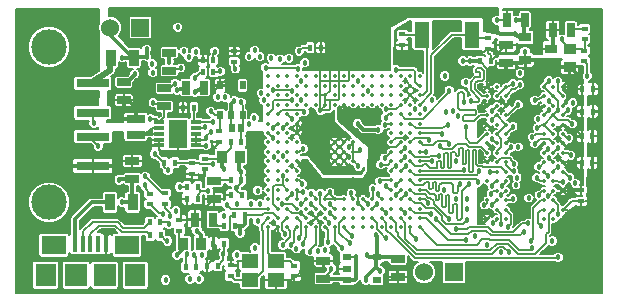
<source format=gtl>
G04 #@! TF.FileFunction,Copper,L1,Top,Signal*
%FSLAX46Y46*%
G04 Gerber Fmt 4.6, Leading zero omitted, Abs format (unit mm)*
G04 Created by KiCad (PCBNEW 4.1.0-alpha+201605292346+6852~44~ubuntu14.04.1-product) date Thu Jun  2 19:47:09 2016*
%MOMM*%
%LPD*%
G01*
G04 APERTURE LIST*
%ADD10C,0.150000*%
%ADD11R,0.398780X0.599440*%
%ADD12R,0.599440X0.398780*%
%ADD13R,1.400000X1.150000*%
%ADD14R,1.300000X2.200000*%
%ADD15R,1.000760X0.899160*%
%ADD16R,0.899160X1.000760*%
%ADD17R,0.508000X0.762000*%
%ADD18R,0.762000X0.508000*%
%ADD19R,1.143000X0.635000*%
%ADD20R,0.635000X1.143000*%
%ADD21R,1.600000X0.650000*%
%ADD22R,1.897380X1.897380*%
%ADD23R,1.899920X1.897380*%
%ADD24R,1.795780X1.897380*%
%ADD25R,2.095500X1.597660*%
%ADD26R,0.398780X1.346200*%
%ADD27C,0.350000*%
%ADD28R,1.000760X0.800100*%
%ADD29R,0.848360X0.299720*%
%ADD30R,1.648460X2.379980*%
%ADD31R,0.889000X1.397000*%
%ADD32R,1.524000X1.524000*%
%ADD33C,1.524000*%
%ADD34R,2.820000X0.800000*%
%ADD35C,3.000000*%
%ADD36C,0.457200*%
%ADD37C,0.127000*%
%ADD38C,0.300000*%
%ADD39C,0.200000*%
G04 APERTURE END LIST*
D10*
D11*
X142488920Y-89890600D03*
X143388080Y-89890600D03*
X176270920Y-90220800D03*
X177170080Y-90220800D03*
D12*
X176199800Y-96883220D03*
X176199800Y-97782380D03*
D11*
X176283620Y-88328500D03*
X177182780Y-88328500D03*
X176258220Y-94564200D03*
X177157380Y-94564200D03*
X176258220Y-92329000D03*
X177157380Y-92329000D03*
D12*
X146837400Y-85097620D03*
X146837400Y-85996780D03*
D11*
X145420080Y-103276400D03*
X144520920Y-103276400D03*
X145966180Y-101396800D03*
X145067020Y-101396800D03*
X144165320Y-85890100D03*
X145064480Y-85890100D03*
D12*
X145554700Y-91892120D03*
X145554700Y-92791280D03*
X151917400Y-104183180D03*
X151917400Y-103284020D03*
X176491900Y-84104480D03*
X176491900Y-83205320D03*
X176453800Y-85059520D03*
X176453800Y-85958680D03*
D11*
X140888720Y-94551500D03*
X141787880Y-94551500D03*
D12*
X143256000Y-95521780D03*
X143256000Y-94622620D03*
D11*
X140594080Y-100711000D03*
X139694920Y-100711000D03*
X140568680Y-99606100D03*
X139669520Y-99606100D03*
X143730980Y-96621600D03*
X142831820Y-96621600D03*
X143629380Y-103378000D03*
X142730220Y-103378000D03*
X146540220Y-92773500D03*
X147439380Y-92773500D03*
X142831820Y-97599500D03*
X143730980Y-97599500D03*
X146527520Y-96037400D03*
X147426680Y-96037400D03*
X145981420Y-99885500D03*
X146880580Y-99885500D03*
D13*
X148168200Y-104485900D03*
X150368200Y-104485900D03*
X148168200Y-102885900D03*
X150368200Y-102885900D03*
D14*
X162725100Y-83705700D03*
X166925100Y-83705700D03*
D12*
X146519900Y-103258620D03*
X146519900Y-104157780D03*
D11*
X147490180Y-97307400D03*
X146591020Y-97307400D03*
D15*
X175221900Y-86426040D03*
X175221900Y-84922360D03*
D12*
X168313100Y-84018120D03*
X168313100Y-84917280D03*
X142176500Y-100296980D03*
X142176500Y-99397820D03*
D11*
X147744180Y-98983800D03*
X146845020Y-98983800D03*
D16*
X145780760Y-94043500D03*
X147284440Y-94043500D03*
D17*
X147370800Y-91655900D03*
X146659600Y-91655900D03*
D18*
X156337000Y-102577900D03*
X156337000Y-104482900D03*
X158877000Y-102577900D03*
X156337000Y-103530400D03*
X158877000Y-104482900D03*
D17*
X145630900Y-90551000D03*
X147535900Y-90551000D03*
X145630900Y-88011000D03*
X146583400Y-90551000D03*
X147535900Y-88011000D03*
D16*
X142516860Y-101422200D03*
X144020540Y-101422200D03*
D19*
X138201400Y-95935800D03*
X138201400Y-94411800D03*
D20*
X144272000Y-88188800D03*
X142748000Y-88188800D03*
D19*
X137477500Y-89255600D03*
X137477500Y-87731600D03*
D20*
X175323500Y-83312000D03*
X173799500Y-83312000D03*
D19*
X140906500Y-88252300D03*
X140906500Y-89776300D03*
X154368500Y-104368600D03*
X154368500Y-102844600D03*
X160693100Y-102704900D03*
X160693100Y-104228900D03*
D11*
X145051780Y-86868000D03*
X144152620Y-86868000D03*
D12*
X161048700Y-83700620D03*
X161048700Y-84599780D03*
D19*
X145110200Y-96139000D03*
X145110200Y-97663000D03*
D20*
X145008600Y-99364800D03*
X143484600Y-99364800D03*
D12*
X144310100Y-94203520D03*
X144310100Y-95102680D03*
D21*
X138480800Y-92176600D03*
X138480800Y-90826600D03*
D22*
X133446520Y-104089200D03*
D23*
X135844280Y-104089200D03*
D24*
X138445240Y-104089200D03*
D25*
X131546600Y-101539040D03*
D26*
X133347460Y-101412040D03*
X133997700Y-101412040D03*
X134645400Y-101412040D03*
X135293100Y-101412040D03*
X135943340Y-101412040D03*
D25*
X137744200Y-101539040D03*
D24*
X130845560Y-104089200D03*
D27*
X174650000Y-88126000D03*
X173850000Y-88126000D03*
X173050000Y-88126000D03*
X169850000Y-88126000D03*
X169050000Y-88126000D03*
X168250000Y-88126000D03*
X174650000Y-88926000D03*
X173850000Y-88926000D03*
X173050000Y-88926000D03*
X169850000Y-88926000D03*
X169050000Y-88926000D03*
X168250000Y-88926000D03*
X174650000Y-89726000D03*
X173850000Y-89726000D03*
X173050000Y-89726000D03*
X169850000Y-89726000D03*
X169050000Y-89726000D03*
X168250000Y-89726000D03*
X174650000Y-90526000D03*
X173850000Y-90526000D03*
X173050000Y-90526000D03*
X169850000Y-90526000D03*
X169050000Y-90526000D03*
X168250000Y-90526000D03*
X174650000Y-91326000D03*
X173850000Y-91326000D03*
X173050000Y-91326000D03*
X169850000Y-91326000D03*
X169050000Y-91326000D03*
X168250000Y-91326000D03*
X174650000Y-92126000D03*
X173850000Y-92126000D03*
X173050000Y-92126000D03*
X169850000Y-92126000D03*
X169050000Y-92126000D03*
X168250000Y-92126000D03*
X174650000Y-92926000D03*
X173850000Y-92926000D03*
X173050000Y-92926000D03*
X169850000Y-92926000D03*
X169050000Y-92926000D03*
X168250000Y-92926000D03*
X174650000Y-93726000D03*
X173850000Y-93726000D03*
X173050000Y-93726000D03*
X169850000Y-93726000D03*
X169050000Y-93726000D03*
X168250000Y-93726000D03*
X174650000Y-94526000D03*
X173850000Y-94526000D03*
X173050000Y-94526000D03*
X169850000Y-94526000D03*
X169050000Y-94526000D03*
X173850000Y-95326000D03*
X173050000Y-95326000D03*
X169850000Y-95326000D03*
X169050000Y-95326000D03*
X173850000Y-96126000D03*
X173050000Y-96126000D03*
X169850000Y-96126000D03*
X169050000Y-96126000D03*
X173850000Y-96926000D03*
X173050000Y-96926000D03*
X169850000Y-96926000D03*
X169050000Y-96926000D03*
X173850000Y-97726000D03*
X173050000Y-97726000D03*
X169850000Y-97726000D03*
X169050000Y-97726000D03*
X173850000Y-98526000D03*
X173050000Y-98526000D03*
X169850000Y-98526000D03*
X169050000Y-98526000D03*
X173850000Y-99326000D03*
X173050000Y-99326000D03*
X169850000Y-99326000D03*
X169050000Y-99326000D03*
X168250000Y-99326000D03*
X168250000Y-97726000D03*
X168250000Y-96126000D03*
X168250000Y-94526000D03*
X174650000Y-95326000D03*
X174650000Y-96926000D03*
X174650000Y-98526000D03*
X156121100Y-93637100D03*
X156121100Y-94437100D03*
X155321100Y-92837100D03*
X155321100Y-93637100D03*
X155321100Y-94437100D03*
X156121100Y-92837100D03*
X156921100Y-92837100D03*
X156921100Y-93637100D03*
X156921100Y-94437100D03*
X160121100Y-93637100D03*
X160121100Y-94437100D03*
X160121100Y-95237100D03*
X160121100Y-96037100D03*
X160121100Y-96837100D03*
X160121100Y-97637100D03*
X160121100Y-98437100D03*
X160121100Y-99237100D03*
X160121100Y-100037100D03*
X160121100Y-87237100D03*
X160121100Y-88037100D03*
X160121100Y-88837100D03*
X160121100Y-89637100D03*
X160121100Y-90437100D03*
X160121100Y-91237100D03*
X160121100Y-92037100D03*
X160121100Y-92837100D03*
X160921100Y-87237100D03*
X160921100Y-88037100D03*
X160921100Y-88837100D03*
X160921100Y-89637100D03*
X160921100Y-90437100D03*
X160921100Y-91237100D03*
X160921100Y-92037100D03*
X160921100Y-92837100D03*
X160921100Y-93637100D03*
X160921100Y-94437100D03*
X160921100Y-95237100D03*
X160921100Y-96037100D03*
X160921100Y-96837100D03*
X160921100Y-97637100D03*
X160921100Y-98437100D03*
X160921100Y-99237100D03*
X160921100Y-100037100D03*
X161721100Y-87237100D03*
X161721100Y-88037100D03*
X161721100Y-88837100D03*
X161721100Y-89637100D03*
X161721100Y-90437100D03*
X161721100Y-91237100D03*
X161721100Y-92037100D03*
X161721100Y-92837100D03*
X161721100Y-93637100D03*
X161721100Y-94437100D03*
X161721100Y-95237100D03*
X161721100Y-96037100D03*
X161721100Y-96837100D03*
X161721100Y-97637100D03*
X161721100Y-98437100D03*
X161721100Y-99237100D03*
X161721100Y-100037100D03*
X162521100Y-87237100D03*
X162521100Y-88037100D03*
X162521100Y-88837100D03*
X162521100Y-89637100D03*
X162521100Y-90437100D03*
X162521100Y-91237100D03*
X162521100Y-92037100D03*
X162521100Y-92837100D03*
X162521100Y-93637100D03*
X162521100Y-94437100D03*
X162521100Y-95237100D03*
X162521100Y-96037100D03*
X162521100Y-96837100D03*
X162521100Y-97637100D03*
X162521100Y-98437100D03*
X162521100Y-99237100D03*
X162521100Y-100037100D03*
X159321100Y-87237100D03*
X159321100Y-88037100D03*
X159321100Y-88837100D03*
X159321100Y-89637100D03*
X159321100Y-97637100D03*
X159321100Y-98437100D03*
X159321100Y-99237100D03*
X159321100Y-100037100D03*
X158521100Y-87237100D03*
X158521100Y-88037100D03*
X158521100Y-88837100D03*
X158521100Y-89637100D03*
X158521100Y-97637100D03*
X158521100Y-98437100D03*
X158521100Y-99237100D03*
X158521100Y-100037100D03*
X157721100Y-87237100D03*
X157721100Y-88037100D03*
X157721100Y-88837100D03*
X157721100Y-89637100D03*
X157721100Y-97637100D03*
X157721100Y-98437100D03*
X157721100Y-99237100D03*
X157721100Y-100037100D03*
X156921100Y-87237100D03*
X156921100Y-88037100D03*
X156921100Y-88837100D03*
X156921100Y-89637100D03*
X156921100Y-97637100D03*
X156921100Y-98437100D03*
X156921100Y-99237100D03*
X156921100Y-100037100D03*
X156121100Y-87237100D03*
X156121100Y-88037100D03*
X156121100Y-88837100D03*
X156121100Y-89637100D03*
X156121100Y-97637100D03*
X156121100Y-98437100D03*
X156121100Y-99237100D03*
X156121100Y-100037100D03*
X155321100Y-87237100D03*
X155321100Y-88037100D03*
X155321100Y-88837100D03*
X155321100Y-89637100D03*
X155321100Y-97637100D03*
X155321100Y-98437100D03*
X155321100Y-99237100D03*
X155321100Y-100037100D03*
X154521100Y-87237100D03*
X154521100Y-88037100D03*
X154521100Y-88837100D03*
X154521100Y-89637100D03*
X154521100Y-97637100D03*
X154521100Y-98437100D03*
X154521100Y-99237100D03*
X154521100Y-100037100D03*
X153721100Y-87237100D03*
X153721100Y-88037100D03*
X153721100Y-88837100D03*
X153721100Y-89637100D03*
X153721100Y-97637100D03*
X153721100Y-98437100D03*
X153721100Y-99237100D03*
X153721100Y-100037100D03*
X152921100Y-87237100D03*
X152921100Y-88037100D03*
X152921100Y-88837100D03*
X152921100Y-89637100D03*
X152921100Y-97637100D03*
X152921100Y-98437100D03*
X152921100Y-99237100D03*
X152921100Y-100037100D03*
X152121100Y-87237100D03*
X152121100Y-88037100D03*
X152121100Y-88837100D03*
X152121100Y-89637100D03*
X152121100Y-90437100D03*
X152121100Y-91237100D03*
X152121100Y-92037100D03*
X152121100Y-92837100D03*
X152121100Y-93637100D03*
X152121100Y-94437100D03*
X152121100Y-95237100D03*
X152121100Y-96037100D03*
X152121100Y-96837100D03*
X152121100Y-97637100D03*
X152121100Y-98437100D03*
X152121100Y-99237100D03*
X152121100Y-100037100D03*
X151321100Y-87237100D03*
X151321100Y-88037100D03*
X151321100Y-88837100D03*
X151321100Y-89637100D03*
X151321100Y-90437100D03*
X151321100Y-91237100D03*
X151321100Y-92037100D03*
X151321100Y-92837100D03*
X151321100Y-93637100D03*
X151321100Y-94437100D03*
X151321100Y-95237100D03*
X151321100Y-96037100D03*
X151321100Y-96837100D03*
X151321100Y-97637100D03*
X151321100Y-98437100D03*
X151321100Y-99237100D03*
X151321100Y-100037100D03*
X150521100Y-87237100D03*
X150521100Y-88037100D03*
X150521100Y-88837100D03*
X150521100Y-89637100D03*
X150521100Y-90437100D03*
X150521100Y-91237100D03*
X150521100Y-92037100D03*
X150521100Y-92837100D03*
X150521100Y-93637100D03*
X150521100Y-94437100D03*
X150521100Y-95237100D03*
X150521100Y-96037100D03*
X150521100Y-96837100D03*
X150521100Y-97637100D03*
X150521100Y-98437100D03*
X150521100Y-99237100D03*
X150521100Y-100037100D03*
X149721100Y-87237100D03*
X149721100Y-88037100D03*
X149721100Y-88837100D03*
X149721100Y-89637100D03*
X149721100Y-90437100D03*
X149721100Y-91237100D03*
X149721100Y-92037100D03*
X149721100Y-92837100D03*
X149721100Y-93637100D03*
X149721100Y-94437100D03*
X149721100Y-95237100D03*
X149721100Y-96037100D03*
X149721100Y-96837100D03*
X149721100Y-97637100D03*
X149721100Y-98437100D03*
X149721100Y-99237100D03*
X149721100Y-100037100D03*
D20*
X171437300Y-82473800D03*
X169913300Y-82473800D03*
D19*
X169862500Y-86144100D03*
X169862500Y-84620100D03*
D28*
X173680120Y-84899500D03*
X171480480Y-85852000D03*
X171480480Y-83947000D03*
D11*
X167634920Y-85966300D03*
X168534080Y-85966300D03*
D29*
X143586200Y-93098620D03*
X143586200Y-92598240D03*
X143586200Y-92100400D03*
X143586200Y-91602560D03*
X143586200Y-91102180D03*
X140487400Y-91102180D03*
X140487400Y-91602560D03*
X140487400Y-92100400D03*
X140487400Y-92598240D03*
X140487400Y-93098620D03*
D30*
X142036800Y-92100400D03*
D19*
X141325600Y-85255100D03*
X141325600Y-86779100D03*
D12*
X139700000Y-98074480D03*
X139700000Y-97175320D03*
X140970000Y-98049080D03*
X140970000Y-97149920D03*
D31*
X136309100Y-97917000D03*
X138214100Y-97917000D03*
X136410700Y-85661500D03*
X138315700Y-85661500D03*
D32*
X138887200Y-83121500D03*
D33*
X136347200Y-83121500D03*
D32*
X165430200Y-103835200D03*
D33*
X162890200Y-103835200D03*
D34*
X134848600Y-87838400D03*
X134848600Y-90338400D03*
X134848600Y-92338400D03*
X134848600Y-94838400D03*
D35*
X131138600Y-84768400D03*
X131138600Y-97908400D03*
D11*
X153258520Y-84823300D03*
X154157680Y-84823300D03*
D36*
X170345100Y-92633800D03*
X172516800Y-93548200D03*
X166204900Y-85953600D03*
X174586900Y-97764600D03*
X171450000Y-85140800D03*
X156565600Y-93243400D03*
X169468800Y-87718900D03*
X167678100Y-88087200D03*
X167728900Y-94399100D03*
X166801800Y-85966300D03*
X167640000Y-91147900D03*
X167652700Y-89814400D03*
X157505400Y-93497400D03*
X157340300Y-94830900D03*
X170294300Y-89369900D03*
X172542200Y-89941400D03*
X171653200Y-98247200D03*
X167576500Y-99301300D03*
X158572200Y-96761300D03*
X170002200Y-99961700D03*
X166458900Y-101092000D03*
X172758100Y-99872800D03*
X161315400Y-98806000D03*
X168744900Y-99695000D03*
X166547800Y-98513900D03*
X163474400Y-98856800D03*
X168643300Y-96494600D03*
X169456100Y-96545400D03*
X159004000Y-97180400D03*
X173748700Y-101206300D03*
X173431200Y-97332800D03*
X159702500Y-100901500D03*
X169418000Y-97320100D03*
X162229800Y-100990400D03*
X167170100Y-100749100D03*
X172059600Y-101815900D03*
X172631100Y-97307400D03*
X168262300Y-101511100D03*
X158877000Y-98044000D03*
X168656000Y-98132900D03*
X174256700Y-98920300D03*
X174256700Y-102577900D03*
X170395900Y-97599500D03*
X170078400Y-102133400D03*
X159677100Y-98806000D03*
X171983400Y-101168200D03*
X158140400Y-98056700D03*
X169430700Y-102133400D03*
X169443400Y-99733100D03*
X172440600Y-95821500D03*
X164617400Y-96862900D03*
X159550100Y-94157800D03*
X172262800Y-92964000D03*
X166497000Y-99428300D03*
X171767500Y-97548700D03*
X166535100Y-97586800D03*
X168656000Y-92570300D03*
X163271200Y-97955100D03*
X173456600Y-90131900D03*
X165379400Y-90157300D03*
X165595300Y-94399100D03*
X161328100Y-94818200D03*
X171018200Y-86982300D03*
X160502600Y-94830900D03*
X162102800Y-90043000D03*
X170865800Y-89636600D03*
X166281100Y-89395300D03*
X167487600Y-96202500D03*
X170764200Y-95808800D03*
X172567600Y-90868500D03*
X175056800Y-90131900D03*
X167513000Y-95275400D03*
X166890700Y-89293700D03*
X166255700Y-95161100D03*
X161290000Y-94043500D03*
X164642800Y-87223600D03*
X174218600Y-87668100D03*
X142036800Y-83083400D03*
X148996400Y-85572600D03*
X148259800Y-98018600D03*
X154127200Y-97167700D03*
X142570200Y-85115400D03*
X141897100Y-98653600D03*
X154889200Y-99618800D03*
X142976600Y-85623400D03*
X145440400Y-89027000D03*
X148805900Y-96913700D03*
X148069300Y-91274900D03*
X154787600Y-101231700D03*
X150164800Y-94043500D03*
X149110700Y-88684100D03*
X146062700Y-89027000D03*
X143560800Y-85140800D03*
X155956000Y-101777800D03*
X161340800Y-97218500D03*
X165569900Y-100164900D03*
X173431200Y-93357700D03*
X171729400Y-99669600D03*
X145935700Y-99047300D03*
X148107400Y-85572600D03*
X154940000Y-98831400D03*
X147053300Y-98044000D03*
X148564600Y-85051900D03*
X154940000Y-98082100D03*
X149491700Y-86499700D03*
X152209500Y-86601300D03*
X156832300Y-100761800D03*
X150926800Y-94018100D03*
X156591000Y-101371400D03*
X149313900Y-89281000D03*
X149961600Y-85699600D03*
X171335700Y-100406200D03*
X163931600Y-99314000D03*
X159677100Y-96532700D03*
X170281600Y-93243400D03*
X164236400Y-93167200D03*
X160502600Y-97256600D03*
X165011100Y-99301300D03*
X175691800Y-96304100D03*
X175310800Y-93929200D03*
X166433500Y-91490800D03*
X166687500Y-96342200D03*
X160528000Y-96431100D03*
X175145700Y-92481400D03*
X163550600Y-89255600D03*
X159143700Y-96126300D03*
X173456600Y-89331800D03*
X168630600Y-90144600D03*
X165963600Y-96380300D03*
X165798500Y-90614500D03*
X170434000Y-91490800D03*
X162991800Y-89992200D03*
X161264600Y-93294200D03*
X166446200Y-87757000D03*
X165049200Y-92951300D03*
X170992800Y-87947500D03*
X172072300Y-92405200D03*
X163347400Y-92595700D03*
X164757100Y-90271600D03*
X164376100Y-92125800D03*
X172250100Y-89281000D03*
X151714200Y-90855800D03*
X151460200Y-85712300D03*
X139941300Y-86918800D03*
X150977600Y-91592400D03*
X141008100Y-104495600D03*
X139890500Y-86194900D03*
X150723600Y-85775800D03*
X158127700Y-88480900D03*
X152730200Y-90233500D03*
X157302200Y-87642700D03*
X150114000Y-91605100D03*
X152514300Y-89230200D03*
X143852900Y-104419400D03*
X154546300Y-101968300D03*
X153327100Y-98018600D03*
X149021800Y-98018600D03*
X153365200Y-97167700D03*
X144119600Y-102362000D03*
X152285700Y-100888800D03*
X147066000Y-102374700D03*
X148818600Y-99529900D03*
X150901400Y-98044000D03*
X143078200Y-104419400D03*
X153898600Y-102044500D03*
X152514300Y-98018600D03*
X174650400Y-96164400D03*
X175475900Y-89484200D03*
X165036500Y-88442800D03*
X152323800Y-85102700D03*
X151688800Y-88442800D03*
X150139400Y-88417400D03*
X150126700Y-92443300D03*
X152095200Y-101828600D03*
X153225500Y-102082600D03*
X148564600Y-101777800D03*
X173431200Y-95719900D03*
X170865800Y-93218000D03*
X164122100Y-94005400D03*
X170688000Y-96443800D03*
X151726900Y-89268300D03*
X152514300Y-87642700D03*
X164909500Y-91376500D03*
X165608000Y-97586800D03*
X168567100Y-97167700D03*
X163550600Y-94411800D03*
X173456600Y-94119700D03*
X168452800Y-95326200D03*
X159245300Y-94716600D03*
X163055300Y-93649800D03*
X174218600Y-94919800D03*
X147434300Y-95377000D03*
X147015200Y-96723200D03*
X151688800Y-97243900D03*
X147332700Y-100520500D03*
X143687800Y-100304600D03*
X156883100Y-95986600D03*
X157988000Y-104508300D03*
X158038800Y-102349300D03*
X141986000Y-102387400D03*
X159156400Y-103733600D03*
X158115000Y-97256600D03*
X158826200Y-100711000D03*
X157327600Y-97993200D03*
X159562800Y-93472000D03*
X152615900Y-94830900D03*
X156248100Y-90170000D03*
X155041600Y-103517700D03*
X157162500Y-102577900D03*
X155346400Y-84670900D03*
X141338300Y-90500200D03*
X170675300Y-82511900D03*
X170637200Y-83654900D03*
X137553700Y-90043000D03*
X156375100Y-85623400D03*
X157073600Y-85064600D03*
X137287000Y-90830400D03*
X145973800Y-95072200D03*
X140087350Y-93795850D03*
X139585700Y-90017600D03*
X158280100Y-84797900D03*
X158292800Y-86029800D03*
X142201900Y-96596200D03*
X141211300Y-95211900D03*
X146126200Y-87261700D03*
X146037300Y-85128100D03*
X144449800Y-85115400D03*
X143459200Y-102349300D03*
X159588200Y-91325700D03*
X159016700Y-91757500D03*
X157264100Y-91262200D03*
X145910300Y-102311200D03*
X152515400Y-98831400D03*
X160515300Y-86690200D03*
X159715200Y-90017600D03*
X154927300Y-97053400D03*
X152590500Y-96329500D03*
X152641300Y-93370400D03*
X154127200Y-90106500D03*
X144818100Y-91960700D03*
X137350500Y-97891600D03*
X137096500Y-95999300D03*
X137363200Y-85648800D03*
X139420600Y-84963000D03*
X139420600Y-85572600D03*
X141312900Y-85991700D03*
X141820900Y-87858600D03*
X144449800Y-93103700D03*
X144475200Y-92456000D03*
X143497300Y-88595200D03*
X154406600Y-103555800D03*
X159753300Y-104546400D03*
X175450500Y-91274900D03*
X139954000Y-89471500D03*
X150266400Y-100914200D03*
X154330400Y-100622100D03*
X152641300Y-97040700D03*
X172593000Y-94894400D03*
X170472100Y-95288100D03*
X161302700Y-92456000D03*
X163995100Y-82918300D03*
X137744200Y-99364800D03*
X135636000Y-100330000D03*
X155727400Y-92481400D03*
X155727400Y-94830900D03*
X132816600Y-94818200D03*
X136715500Y-94843600D03*
X142494000Y-92113100D03*
X146837400Y-89306400D03*
X165341300Y-85344000D03*
X153581100Y-90627200D03*
X139725400Y-90817700D03*
X136347200Y-100317300D03*
X138404600Y-87033100D03*
X142303500Y-86537800D03*
X142697200Y-93992700D03*
X142494000Y-92976700D03*
X149136100Y-94818200D03*
X144945100Y-93624400D03*
X151752300Y-92405200D03*
X143497300Y-87376000D03*
X141046200Y-93776800D03*
X142506700Y-91338400D03*
X141592300Y-91351100D03*
X141579600Y-92113100D03*
X141579600Y-92964000D03*
X161061400Y-85242400D03*
X141960600Y-88430100D03*
X146926300Y-86614000D03*
X145161000Y-85140800D03*
X142913100Y-100291900D03*
X151726900Y-94818200D03*
X152450800Y-103771700D03*
X145313400Y-102336600D03*
X160591500Y-103543100D03*
X155524200Y-102616000D03*
X174256700Y-90093800D03*
X169062400Y-82499200D03*
X169100500Y-85394800D03*
X172643800Y-84988400D03*
X173456600Y-87617300D03*
X170395900Y-87871300D03*
X168630600Y-90906600D03*
X172491400Y-91617800D03*
X175234600Y-95808800D03*
X167982900Y-98145600D03*
X174244000Y-93319600D03*
X175247300Y-98742500D03*
X161340800Y-88417400D03*
X159639000Y-90728800D03*
X156730700Y-97129600D03*
X154895550Y-94761050D03*
X154940000Y-94018100D03*
X154914600Y-93192600D03*
X144373600Y-91554300D03*
X176695100Y-87223600D03*
X170472100Y-94703900D03*
X174574200Y-84112100D03*
X144995900Y-94665800D03*
X145021300Y-91084400D03*
X141401800Y-99047300D03*
X152641300Y-101422200D03*
X140766800Y-98882200D03*
X151599900Y-101485700D03*
X142824200Y-102323900D03*
X141274800Y-99745800D03*
X151155400Y-100584000D03*
X150926800Y-101511100D03*
X141173200Y-101168200D03*
X144614900Y-96939100D03*
X146227800Y-98132900D03*
X145643600Y-86829900D03*
X147408900Y-89446100D03*
X139280900Y-95719900D03*
X134950200Y-91173300D03*
X139230100Y-96456500D03*
X135318500Y-93141800D03*
X148526500Y-90766900D03*
X152806400Y-86093300D03*
X150926800Y-95643700D03*
X144830800Y-90208100D03*
D37*
X172542200Y-89941400D02*
X171742100Y-89941400D01*
X171742100Y-89941400D02*
X171729400Y-89941400D01*
X171729400Y-89941400D02*
X171742100Y-89941400D01*
X170345100Y-92633800D02*
X170916600Y-92633800D01*
X170916600Y-92633800D02*
X171323000Y-92227400D01*
X171323000Y-92227400D02*
X171450000Y-92100400D01*
X169850000Y-92926000D02*
X170142200Y-92633800D01*
X170142200Y-92633800D02*
X170345100Y-92633800D01*
X170345100Y-92633800D02*
X170357800Y-92633800D01*
X172516800Y-93548200D02*
X172885000Y-92926000D01*
X173050000Y-92926000D02*
X172885000Y-92926000D01*
X171145200Y-94157800D02*
X171450000Y-93853000D01*
X171450000Y-93853000D02*
X171450000Y-92100400D01*
X171145200Y-94157800D02*
X171145200Y-95389700D01*
X171145200Y-95389700D02*
X171297600Y-95542100D01*
X171297600Y-98005900D02*
X171297600Y-95542100D01*
X166217600Y-85966300D02*
X166204900Y-85953600D01*
D38*
X176199800Y-96883220D02*
X175468280Y-96883220D01*
X175468280Y-96883220D02*
X174586900Y-97764600D01*
D37*
X171480480Y-85852000D02*
X171480480Y-85171280D01*
X171480480Y-85171280D02*
X171450000Y-85140800D01*
X166801800Y-85966300D02*
X166217600Y-85966300D01*
X156921100Y-92887900D02*
X156921100Y-92837100D01*
X156565600Y-93243400D02*
X156921100Y-92887900D01*
D38*
X169849800Y-86156800D02*
X169849800Y-87337900D01*
X169849800Y-87337900D02*
X169468800Y-87718900D01*
X169862500Y-86144100D02*
X169849800Y-86156800D01*
D37*
X171480480Y-88399620D02*
X171480480Y-85852000D01*
D38*
X171480480Y-85852000D02*
X171188380Y-86144100D01*
X171188380Y-86144100D02*
X169862500Y-86144100D01*
X171480480Y-85852000D02*
X173697900Y-85852000D01*
X173697900Y-85852000D02*
X174271940Y-86426040D01*
X174271940Y-86426040D02*
X175221900Y-86426040D01*
X175221900Y-86426040D02*
X176110900Y-87315040D01*
X176110900Y-87315040D02*
X176110900Y-87503000D01*
D37*
X168250000Y-88126000D02*
X167716900Y-88126000D01*
X167716900Y-88126000D02*
X167678100Y-88087200D01*
D38*
X167678100Y-88087200D02*
X167690800Y-88074500D01*
D37*
X168250000Y-94526000D02*
X167855800Y-94526000D01*
X167855800Y-94526000D02*
X167728900Y-94399100D01*
D38*
X166801800Y-85966300D02*
X167634920Y-85966300D01*
D37*
X168250000Y-92926000D02*
X168250000Y-92964400D01*
X168643300Y-94132700D02*
X168250000Y-94526000D01*
X168643300Y-93357700D02*
X168643300Y-94132700D01*
X168250000Y-92964400D02*
X168643300Y-93357700D01*
X168250000Y-91326000D02*
X168199500Y-91376500D01*
X168199500Y-91376500D02*
X167640000Y-91147900D01*
X168250000Y-88126000D02*
X168250000Y-86581380D01*
X168250000Y-86581380D02*
X167634920Y-85966300D01*
X168250000Y-89726000D02*
X167653200Y-89814900D01*
X167653200Y-89814900D02*
X167652700Y-89814400D01*
X157365700Y-93637100D02*
X156921100Y-93637100D01*
X157505400Y-93497400D02*
X157365700Y-93637100D01*
X156921100Y-93637100D02*
X156921100Y-94437100D01*
X156921100Y-92837100D02*
X156921100Y-93637100D01*
X156921100Y-94437100D02*
X156946500Y-94437100D01*
X156946500Y-94437100D02*
X157340300Y-94830900D01*
X175031400Y-88747600D02*
X175031400Y-89458800D01*
X174650000Y-88366200D02*
X175031400Y-88747600D01*
X174650000Y-89726000D02*
X175031400Y-89458800D01*
X171310300Y-98005900D02*
X171564300Y-98158300D01*
X171564300Y-98158300D02*
X171653200Y-98247200D01*
X171310300Y-98005900D02*
X171297600Y-98005900D01*
X171297600Y-98005900D02*
X171310300Y-98005900D01*
X171742100Y-91808300D02*
X171742100Y-89941400D01*
X171450000Y-92100400D02*
X171742100Y-91808300D01*
X171742100Y-89941400D02*
X171742100Y-89077800D01*
X171742100Y-89077800D02*
X171272200Y-88607900D01*
X170294300Y-89369900D02*
X170611800Y-89268300D01*
X170611800Y-89268300D02*
X171272200Y-88607900D01*
X171272200Y-88607900D02*
X171480480Y-88399620D01*
X170282100Y-89357700D02*
X169850000Y-89726000D01*
X170294300Y-89369900D02*
X170282100Y-89357700D01*
X173050000Y-89726000D02*
X173050000Y-89699900D01*
X173050000Y-89699900D02*
X172542200Y-89941400D01*
X172542200Y-89941400D02*
X172542200Y-89941400D01*
X174650000Y-91326000D02*
X174790400Y-91326000D01*
X175826420Y-91897200D02*
X176258220Y-92329000D01*
X175361600Y-91897200D02*
X175826420Y-91897200D01*
X174790400Y-91326000D02*
X175361600Y-91897200D01*
X174650000Y-94526000D02*
X176220020Y-94526000D01*
X176220020Y-94526000D02*
X176258220Y-94564200D01*
X176283620Y-88328500D02*
X176283620Y-87988140D01*
X176283620Y-87988140D02*
X176110900Y-87815420D01*
X176270920Y-90220800D02*
X176270920Y-88341200D01*
X176270920Y-88341200D02*
X176283620Y-88328500D01*
X176258220Y-92329000D02*
X176258220Y-90233500D01*
X176258220Y-90233500D02*
X176270920Y-90220800D01*
X176258220Y-94564200D02*
X176258220Y-92329000D01*
X176199800Y-96883220D02*
X176199800Y-94622620D01*
X176199800Y-94622620D02*
X176258220Y-94564200D01*
D38*
X176110900Y-87815420D02*
X176110900Y-87503000D01*
D37*
X174650000Y-88126000D02*
X174650000Y-88366200D01*
X174244000Y-92520000D02*
X174650000Y-92926000D01*
X174650000Y-91326000D02*
X174244000Y-91732000D01*
X174244000Y-91732000D02*
X174244000Y-92520000D01*
X174650000Y-88126000D02*
X175800320Y-88126000D01*
X175800320Y-88126000D02*
X176110900Y-87815420D01*
X168250000Y-99326000D02*
X168249600Y-99326700D01*
X168249600Y-99326700D02*
X167576500Y-99301300D01*
X176199800Y-96883220D02*
X176157020Y-96926000D01*
X176157020Y-96926000D02*
X174650000Y-96926000D01*
X173228000Y-100622100D02*
X173228000Y-101346000D01*
X161302700Y-99618700D02*
X161302700Y-100571300D01*
X160921100Y-99237100D02*
X161302700Y-99618700D01*
X173443900Y-100406200D02*
X173228000Y-100622100D01*
X173443900Y-100406200D02*
X173443900Y-99771200D01*
X161302700Y-100999486D02*
X161302700Y-100571300D01*
X162269707Y-101966493D02*
X161302700Y-100999486D01*
X168518107Y-101966493D02*
X162269707Y-101966493D01*
X169087800Y-101396800D02*
X168518107Y-101966493D01*
X170027600Y-101396800D02*
X169087800Y-101396800D01*
X170891200Y-102260400D02*
X170027600Y-101396800D01*
X172313600Y-102260400D02*
X170891200Y-102260400D01*
X173228000Y-101346000D02*
X172313600Y-102260400D01*
X173850000Y-98526000D02*
X173812800Y-98526000D01*
X173812800Y-98526000D02*
X173443900Y-98894900D01*
X173443900Y-98894900D02*
X173443900Y-99771200D01*
X173443900Y-99771200D02*
X173443900Y-99783900D01*
X158572200Y-97586000D02*
X158572200Y-96761300D01*
X158521100Y-97637100D02*
X158572200Y-97586000D01*
X170078400Y-99885500D02*
X170230800Y-99758500D01*
X170078400Y-99885500D02*
X170002200Y-99961700D01*
X170230800Y-98931800D02*
X170230800Y-99758500D01*
X169850000Y-98526000D02*
X169825000Y-98526000D01*
X169825000Y-98526000D02*
X170199650Y-98900650D01*
X170199650Y-98900650D02*
X170230800Y-98931800D01*
X164909500Y-101092000D02*
X166458900Y-101092000D01*
X162545800Y-99212400D02*
X163029900Y-99212400D01*
X162545800Y-99212400D02*
X162521100Y-99237100D01*
X163029900Y-99212400D02*
X164909500Y-101092000D01*
X172554900Y-99669600D02*
X172758100Y-99872800D01*
X172554900Y-98907600D02*
X172554900Y-99669600D01*
X172554900Y-98780600D02*
X172554900Y-98907600D01*
X172554900Y-98907600D02*
X172554900Y-98869500D01*
X172809500Y-98526000D02*
X172554900Y-98780600D01*
X173050000Y-98526000D02*
X172809500Y-98526000D01*
X161290000Y-98806000D02*
X161315400Y-98806000D01*
X161290000Y-98806000D02*
X160921100Y-98437100D01*
X169050000Y-99389900D02*
X169050000Y-99326000D01*
X169050000Y-99389900D02*
X168744900Y-99695000D01*
X169050000Y-99402600D02*
X169050000Y-99326000D01*
X162090000Y-98806000D02*
X163017200Y-98806000D01*
X163017200Y-98806000D02*
X163093400Y-98806000D01*
X163093400Y-98806000D02*
X163474400Y-98856800D01*
X161721100Y-98437100D02*
X162090000Y-98806000D01*
X169050000Y-96126000D02*
X168999200Y-96126000D01*
X168643300Y-96481900D02*
X168643300Y-96494600D01*
X168999200Y-96126000D02*
X168643300Y-96481900D01*
X161784700Y-98437100D02*
X161721100Y-98437100D01*
X169850000Y-96126000D02*
X169850000Y-96151500D01*
X169456100Y-96545400D02*
X169850000Y-96151500D01*
X159004000Y-97332700D02*
X159004000Y-97180400D01*
X159321100Y-97637100D02*
X159004000Y-97332700D01*
X173443200Y-97332800D02*
X173850000Y-96926000D01*
X173431200Y-97332800D02*
X173443200Y-97332800D01*
X159258000Y-100533200D02*
X159626300Y-100901500D01*
X158927800Y-99643800D02*
X158927800Y-100088700D01*
X158521100Y-99237100D02*
X158927800Y-99643800D01*
X158927800Y-100203000D02*
X159258000Y-100533200D01*
X158927800Y-100088700D02*
X158927800Y-100203000D01*
X159626300Y-100901500D02*
X159702500Y-100901500D01*
X169850000Y-96926000D02*
X169812100Y-96926000D01*
X169418000Y-97320100D02*
X169812100Y-96926000D01*
X161721100Y-100037100D02*
X161721100Y-100481700D01*
X161721100Y-100481700D02*
X162229800Y-100990400D01*
X169837500Y-96926000D02*
X169850000Y-96926000D01*
X169850000Y-96824600D02*
X169850000Y-96926000D01*
X169850000Y-96926000D02*
X169837500Y-96926000D01*
X168897300Y-101130100D02*
X168516300Y-101130100D01*
X170903900Y-101904800D02*
X170129200Y-101130100D01*
X170129200Y-101130100D02*
X168897300Y-101130100D01*
X171970700Y-101904800D02*
X171043600Y-101904800D01*
X172059600Y-101815900D02*
X171970700Y-101904800D01*
X171043600Y-101904800D02*
X170903900Y-101904800D01*
X168440100Y-101053900D02*
X167830500Y-101053900D01*
X168516300Y-101130100D02*
X168440100Y-101053900D01*
X164020500Y-101536500D02*
X163309300Y-100825300D01*
X167347900Y-101536500D02*
X164020500Y-101536500D01*
X167830500Y-101053900D02*
X167347900Y-101536500D01*
X163309300Y-100825300D02*
X162521100Y-100037100D01*
X172910900Y-96926000D02*
X172631100Y-97307400D01*
X173050000Y-96926000D02*
X172910900Y-96926000D01*
X158521100Y-98437100D02*
X158877000Y-98081200D01*
X158877000Y-98081200D02*
X158877000Y-98044000D01*
X169050000Y-97738900D02*
X168656000Y-98132900D01*
X169050000Y-97738900D02*
X169050000Y-97726000D01*
X162128200Y-102628700D02*
X174205900Y-102628700D01*
X174205900Y-102628700D02*
X174256700Y-102577900D01*
X159321100Y-99237100D02*
X159715200Y-99631200D01*
X159715200Y-99631200D02*
X159715200Y-100215700D01*
X159715200Y-100215700D02*
X160185100Y-100685600D01*
X160185100Y-100685600D02*
X162128200Y-102628700D01*
X174256700Y-98132700D02*
X173850000Y-97726000D01*
X174256700Y-98920300D02*
X174256700Y-98132700D01*
X170193200Y-97726000D02*
X170395900Y-97599500D01*
X169850000Y-97726000D02*
X170193200Y-97726000D01*
X160674050Y-100514150D02*
X160674050Y-100730050D01*
X169608500Y-101663500D02*
X170078400Y-102133400D01*
X169227500Y-101663500D02*
X169608500Y-101663500D01*
X168643300Y-102247700D02*
X169227500Y-101663500D01*
X162191700Y-102247700D02*
X168643300Y-102247700D01*
X160674050Y-100730050D02*
X162191700Y-102247700D01*
X160121100Y-99237100D02*
X160515300Y-99631300D01*
X160515300Y-99631300D02*
X160515300Y-100355400D01*
X160515300Y-100355400D02*
X160674050Y-100514150D01*
X160674050Y-100514150D02*
X160693100Y-100533200D01*
X159677100Y-98793100D02*
X159677100Y-98806000D01*
X159321100Y-98437100D02*
X159677100Y-98793100D01*
X172161200Y-100990400D02*
X171983400Y-101168200D01*
X172784000Y-97726000D02*
X173050000Y-97726000D01*
X172161200Y-98348800D02*
X172161200Y-100190300D01*
X172784000Y-97726000D02*
X172161200Y-98348800D01*
X172161200Y-100190300D02*
X172161200Y-100990400D01*
X169443400Y-99733100D02*
X169443400Y-98919400D01*
X169443400Y-98919400D02*
X169050000Y-98526000D01*
X157721100Y-97637100D02*
X157721100Y-97637400D01*
X157721100Y-97637400D02*
X158140400Y-98056700D01*
X172745100Y-96126000D02*
X172440600Y-95821500D01*
X173050000Y-96126000D02*
X172745100Y-96126000D01*
X159600400Y-94157800D02*
X159550100Y-94157800D01*
X160121100Y-93637100D02*
X159600400Y-94157800D01*
X173456200Y-92532200D02*
X172694600Y-92532200D01*
X173850000Y-92926000D02*
X173456200Y-92532200D01*
X172694600Y-92532200D02*
X172262800Y-92964000D01*
X164426900Y-99148900D02*
X164426900Y-99085400D01*
X164426900Y-99148900D02*
X164426900Y-99364800D01*
X164426900Y-99364800D02*
X164795200Y-99733100D01*
X166192200Y-99733100D02*
X166497000Y-99428300D01*
X164795200Y-99733100D02*
X166192200Y-99733100D01*
X163042600Y-98425000D02*
X162623500Y-98005900D01*
X163766500Y-98425000D02*
X163042600Y-98425000D01*
X164426900Y-99085400D02*
X163766500Y-98425000D01*
X161721100Y-97637100D02*
X162089900Y-98005900D01*
X162623500Y-98005900D02*
X162089900Y-98005900D01*
X172262800Y-92964000D02*
X172364400Y-92862400D01*
X172262800Y-92964000D02*
X172288200Y-92938600D01*
X163271200Y-97955100D02*
X162953200Y-97637100D01*
X162953200Y-97637100D02*
X162521100Y-97637100D01*
X169011700Y-92926000D02*
X168656000Y-92570300D01*
X169050000Y-92926000D02*
X169011700Y-92926000D01*
X163271200Y-97955100D02*
X163271700Y-97955600D01*
X173050000Y-90526000D02*
X173062500Y-90526000D01*
X173062500Y-90526000D02*
X173456600Y-90131900D01*
X160921100Y-95237100D02*
X160921100Y-95225200D01*
X160921100Y-95225200D02*
X161328100Y-94818200D01*
X170865800Y-89636600D02*
X169976400Y-90526000D01*
X169976400Y-90526000D02*
X169850000Y-90526000D01*
X160121100Y-95237100D02*
X160121100Y-95212400D01*
X160121100Y-95212400D02*
X160502600Y-94830900D01*
X165773100Y-89954100D02*
X165925500Y-90106500D01*
X166217600Y-90627200D02*
X166217600Y-90830400D01*
X166344600Y-90500200D02*
X166217600Y-90627200D01*
X167195500Y-90500200D02*
X166344600Y-90500200D01*
X167284400Y-90411300D02*
X167195500Y-90500200D01*
X167284400Y-90208100D02*
X167284400Y-90411300D01*
X167182800Y-90106500D02*
X167284400Y-90208100D01*
X165925500Y-90106500D02*
X167182800Y-90106500D01*
X166281100Y-89395300D02*
X166281100Y-88722200D01*
X165773100Y-88696800D02*
X165773100Y-89954100D01*
X165773100Y-89954100D02*
X165773100Y-89928700D01*
X165900100Y-88569800D02*
X165773100Y-88696800D01*
X166128700Y-88569800D02*
X165900100Y-88569800D01*
X166281100Y-88722200D02*
X166128700Y-88569800D01*
X168250000Y-90526000D02*
X167626900Y-90526000D01*
X167626900Y-90526000D02*
X167119300Y-91033600D01*
X167119300Y-91033600D02*
X166293800Y-91033600D01*
X166293800Y-91033600D02*
X166217600Y-90957400D01*
X166217600Y-90957400D02*
X166217600Y-90830400D01*
X162521100Y-96037100D02*
X162647800Y-95910400D01*
X167259000Y-95910400D02*
X167487600Y-96202500D01*
X164490400Y-95910400D02*
X167259000Y-95910400D01*
X162647800Y-95910400D02*
X164490400Y-95910400D01*
X162521100Y-96037100D02*
X162546200Y-96012000D01*
X167513000Y-95275400D02*
X167347900Y-95618300D01*
X167347900Y-95618300D02*
X164007800Y-95618300D01*
X174650000Y-90526000D02*
X174662700Y-90526000D01*
X174662700Y-90526000D02*
X175056800Y-90131900D01*
X161747000Y-95237100D02*
X161721100Y-95237100D01*
X162128200Y-95618300D02*
X163957000Y-95618300D01*
X163957000Y-95618300D02*
X163982400Y-95618300D01*
X163982400Y-95618300D02*
X164007800Y-95618300D01*
X161747000Y-95237100D02*
X162128200Y-95618300D01*
X167208200Y-88315800D02*
X167208200Y-87833200D01*
X166179700Y-95237100D02*
X164795200Y-95237100D01*
X166179700Y-95237100D02*
X166255700Y-95161100D01*
X167030400Y-89433400D02*
X166890700Y-89293700D01*
X167474900Y-89433400D02*
X167030400Y-89433400D01*
X167589200Y-89319100D02*
X167474900Y-89433400D01*
X167589200Y-89128600D02*
X167589200Y-89319100D01*
X166890700Y-88430100D02*
X167589200Y-89128600D01*
X166890700Y-88252300D02*
X166890700Y-88430100D01*
X166890700Y-87680800D02*
X166890700Y-88252300D01*
X167246300Y-87325200D02*
X166890700Y-87680800D01*
X167601900Y-87325200D02*
X167246300Y-87325200D01*
X167665400Y-87261700D02*
X167601900Y-87325200D01*
X167665400Y-86969600D02*
X167665400Y-87261700D01*
X167601900Y-86906100D02*
X167665400Y-86969600D01*
X167335200Y-86906100D02*
X167601900Y-86906100D01*
X167259000Y-86829900D02*
X167335200Y-86906100D01*
X167259000Y-86677500D02*
X167259000Y-86829900D01*
X167373300Y-86563200D02*
X167259000Y-86677500D01*
X167741600Y-86563200D02*
X167373300Y-86563200D01*
X167957500Y-86779100D02*
X167741600Y-86563200D01*
X167957500Y-87503000D02*
X167957500Y-86779100D01*
X167843200Y-87617300D02*
X167957500Y-87503000D01*
X167424100Y-87617300D02*
X167843200Y-87617300D01*
X167208200Y-87833200D02*
X167424100Y-87617300D01*
X167818400Y-88926000D02*
X167208200Y-88315800D01*
X167208200Y-88315800D02*
X167246300Y-88353900D01*
X167818400Y-88926000D02*
X168250000Y-88926000D01*
X162521100Y-95237100D02*
X164795200Y-95237100D01*
X164795200Y-95237100D02*
X164795200Y-95237100D01*
X164795200Y-95237100D02*
X164744200Y-95237100D01*
X160921100Y-94412400D02*
X161290000Y-94043500D01*
X160921100Y-94437100D02*
X160921100Y-94412400D01*
X174625600Y-88926000D02*
X174650000Y-88926000D01*
X174625600Y-88926000D02*
X174218600Y-88519000D01*
X174218600Y-88519000D02*
X174218600Y-87668100D01*
X154127200Y-98043200D02*
X154127200Y-97167700D01*
X154127200Y-98043200D02*
X154521100Y-98437100D01*
X154521100Y-99237100D02*
X154521100Y-99250700D01*
X154521100Y-99250700D02*
X154889200Y-99618800D01*
X154521100Y-100037100D02*
X154583600Y-100037100D01*
X154787600Y-100241100D02*
X154787600Y-101231700D01*
X154583600Y-100037100D02*
X154787600Y-100241100D01*
X155321100Y-101142900D02*
X155321100Y-100037100D01*
X155321100Y-101142900D02*
X155956000Y-101777800D01*
X166458900Y-100152200D02*
X166547800Y-100152200D01*
X160921100Y-97637100D02*
X161339700Y-97218500D01*
X161339700Y-97218500D02*
X161340800Y-97218500D01*
X166458900Y-100152200D02*
X165582600Y-100152200D01*
X170446700Y-100418900D02*
X168694100Y-100418900D01*
X171196000Y-99669600D02*
X171729400Y-99669600D01*
X171196000Y-99669600D02*
X170713400Y-100152200D01*
X170713400Y-100152200D02*
X170446700Y-100418900D01*
X165582600Y-100152200D02*
X165569900Y-100164900D01*
X168300400Y-100025200D02*
X168694100Y-100418900D01*
X166674800Y-100025200D02*
X168300400Y-100025200D01*
X166547800Y-100152200D02*
X166674800Y-100025200D01*
X173062900Y-93726000D02*
X173050000Y-93726000D01*
X173062900Y-93726000D02*
X173431200Y-93357700D01*
X155321100Y-99212500D02*
X154940000Y-98831400D01*
X155321100Y-99237100D02*
X155321100Y-99212500D01*
X155295000Y-98437100D02*
X155321100Y-98437100D01*
X155295000Y-98437100D02*
X154940000Y-98082100D01*
X152209500Y-86601300D02*
X152107900Y-86499700D01*
X152107900Y-86499700D02*
X149491700Y-86499700D01*
X156121100Y-100050600D02*
X156121100Y-100037100D01*
X156121100Y-100050600D02*
X156832300Y-100761800D01*
X156121100Y-99237100D02*
X156109100Y-99237100D01*
X156109100Y-99237100D02*
X155689300Y-99656900D01*
X155689300Y-99656900D02*
X155689300Y-100469700D01*
X155689300Y-100469700D02*
X156591000Y-101371400D01*
X171335700Y-100406200D02*
X171132500Y-100609400D01*
X171030900Y-100711000D02*
X171132500Y-100609400D01*
X168122600Y-100304600D02*
X168529000Y-100711000D01*
X168529000Y-100711000D02*
X171030900Y-100711000D01*
X168122600Y-100304600D02*
X167627300Y-100304600D01*
X163931600Y-99314000D02*
X163931600Y-99326700D01*
X163931600Y-99326700D02*
X165214300Y-100609400D01*
X165214300Y-100609400D02*
X166611300Y-100609400D01*
X166916100Y-100304600D02*
X167627300Y-100304600D01*
X166611300Y-100609400D02*
X166916100Y-100304600D01*
X167627300Y-100304600D02*
X167589200Y-100304600D01*
X160121100Y-96837100D02*
X159981500Y-96837100D01*
X159981500Y-96837100D02*
X159677100Y-96532700D01*
X169850000Y-93726000D02*
X169850000Y-93675000D01*
X169850000Y-93675000D02*
X170281600Y-93243400D01*
X164465000Y-93395800D02*
X165239700Y-93395800D01*
X168250000Y-93726000D02*
X167919800Y-93395800D01*
X164236400Y-93167200D02*
X164465000Y-93395800D01*
X167716600Y-93192600D02*
X167919800Y-93395800D01*
X166687500Y-93192600D02*
X167716600Y-93192600D01*
X166484300Y-92989400D02*
X166687500Y-93192600D01*
X165646100Y-92989400D02*
X166484300Y-92989400D01*
X165239700Y-93395800D02*
X165646100Y-92989400D01*
X160921100Y-96837100D02*
X160921100Y-96838100D01*
X160921100Y-96838100D02*
X160502600Y-97256600D01*
X162788600Y-97205800D02*
X162953700Y-97205800D01*
X163728400Y-98018600D02*
X165011100Y-99301300D01*
X163728400Y-97815400D02*
X163728400Y-98018600D01*
X163436300Y-97523300D02*
X163728400Y-97815400D01*
X163271200Y-97523300D02*
X163436300Y-97523300D01*
X162953700Y-97205800D02*
X163271200Y-97523300D01*
X162089800Y-97205800D02*
X162788600Y-97205800D01*
X162788600Y-97205800D02*
X162801300Y-97205800D01*
X161721100Y-96837100D02*
X162089800Y-97205800D01*
X174650000Y-93726000D02*
X175107600Y-93726000D01*
X175107600Y-93726000D02*
X175310800Y-93929200D01*
X162521100Y-96837100D02*
X163029500Y-96837100D01*
X164160200Y-97612200D02*
X164096700Y-97675700D01*
X164096700Y-97675700D02*
X163947914Y-97675700D01*
X163947914Y-97675700D02*
X163880800Y-97608586D01*
X164439600Y-97497900D02*
X164439600Y-97307400D01*
X164731700Y-98221800D02*
X164642800Y-98310700D01*
X164642800Y-98310700D02*
X164528500Y-98310700D01*
X164528500Y-98310700D02*
X164439600Y-98221800D01*
X164439600Y-98221800D02*
X164439600Y-97497900D01*
X164960300Y-97294700D02*
X164820600Y-97294700D01*
X165023800Y-97358200D02*
X164960300Y-97294700D01*
X165341300Y-98717100D02*
X165239700Y-98818700D01*
X165658800Y-98120200D02*
X165595300Y-98056700D01*
X165595300Y-98056700D02*
X165417500Y-98056700D01*
X165417500Y-98056700D02*
X165341300Y-98132900D01*
X165341300Y-98132900D02*
X165341300Y-98717100D01*
X166090600Y-98310700D02*
X166090600Y-99225100D01*
X166090600Y-98310700D02*
X166090600Y-96951800D01*
X166090600Y-96951800D02*
X166522400Y-96520000D01*
X166522400Y-96520000D02*
X166687500Y-96342200D01*
X165658800Y-99275900D02*
X165658800Y-98272600D01*
X165760400Y-99377500D02*
X165658800Y-99275900D01*
X165938200Y-99377500D02*
X165760400Y-99377500D01*
X166090600Y-99225100D02*
X165938200Y-99377500D01*
X165658800Y-98272600D02*
X165658800Y-98120200D01*
X165023800Y-98742500D02*
X165023800Y-98234500D01*
X165100000Y-98818700D02*
X165023800Y-98742500D01*
X165239700Y-98818700D02*
X165100000Y-98818700D01*
X165023800Y-98234500D02*
X165023800Y-97358200D01*
X164731700Y-97383600D02*
X164731700Y-98183700D01*
X164820600Y-97294700D02*
X164731700Y-97383600D01*
X164731700Y-98183700D02*
X164731700Y-98221800D01*
X164249100Y-97218500D02*
X164160200Y-97307400D01*
X164350700Y-97218500D02*
X164249100Y-97218500D01*
X164439600Y-97307400D02*
X164350700Y-97218500D01*
X164160200Y-97307400D02*
X164160200Y-97612200D01*
X163880800Y-97345500D02*
X163880800Y-97608586D01*
X163766500Y-97231200D02*
X163880800Y-97345500D01*
X163423600Y-97231200D02*
X163766500Y-97231200D01*
X163029500Y-96837100D02*
X163423600Y-97231200D01*
X162559600Y-96875600D02*
X162521100Y-96837100D01*
X166827200Y-92862400D02*
X167398700Y-92862400D01*
X167398700Y-92862400D02*
X168135100Y-92126000D01*
X168250000Y-92126000D02*
X168135100Y-92126000D01*
X166433500Y-91490800D02*
X166433500Y-92303600D01*
X166433500Y-92303600D02*
X166433500Y-92468700D01*
X166433500Y-92468700D02*
X166827200Y-92862400D01*
X166687500Y-96342200D02*
X166687500Y-96431100D01*
X162521100Y-96837100D02*
X162559600Y-96875600D01*
X160921100Y-96038000D02*
X160528000Y-96431100D01*
X160921100Y-96038000D02*
X160921100Y-96037100D01*
X175005400Y-92481400D02*
X175145700Y-92481400D01*
X174650000Y-92126000D02*
X175005400Y-92481400D01*
X160070600Y-95986600D02*
X159283400Y-95986600D01*
X159283400Y-95986600D02*
X159143700Y-96126300D01*
X160070600Y-95986600D02*
X160121100Y-96037100D01*
X173850000Y-89725200D02*
X173456600Y-89331800D01*
X173850000Y-89726000D02*
X173850000Y-89725200D01*
X168630600Y-90144600D02*
X169049200Y-89726000D01*
X169050000Y-89726000D02*
X169049200Y-89726000D01*
X163614100Y-96672400D02*
X163614100Y-96710500D01*
X161721100Y-96037100D02*
X162102400Y-96418400D01*
X162102400Y-96418400D02*
X162814000Y-96418400D01*
X163880800Y-96266000D02*
X163804600Y-96189800D01*
X163804600Y-96189800D02*
X163715700Y-96189800D01*
X163715700Y-96189800D02*
X163614100Y-96291400D01*
X163614100Y-96291400D02*
X163614100Y-96672400D01*
X164376100Y-96253300D02*
X164617400Y-96253300D01*
X163880800Y-96888300D02*
X163880800Y-96342200D01*
X163969700Y-96977200D02*
X163880800Y-96888300D01*
X164084000Y-96977200D02*
X163969700Y-96977200D01*
X164185600Y-96875600D02*
X164084000Y-96977200D01*
X164185600Y-96443800D02*
X164185600Y-96875600D01*
X164376100Y-96253300D02*
X164185600Y-96443800D01*
X163880800Y-96342200D02*
X163880800Y-96266000D01*
X163042600Y-96189800D02*
X162814000Y-96418400D01*
X163258500Y-96189800D02*
X163042600Y-96189800D01*
X163334700Y-96266000D02*
X163258500Y-96189800D01*
X163334700Y-96735900D02*
X163334700Y-96266000D01*
X163398200Y-96799400D02*
X163334700Y-96735900D01*
X163525200Y-96799400D02*
X163398200Y-96799400D01*
X163614100Y-96710500D02*
X163525200Y-96799400D01*
X165963600Y-96380300D02*
X165785800Y-96558100D01*
X165785800Y-96558100D02*
X165785800Y-96989900D01*
X165785800Y-96989900D02*
X165658800Y-97116900D01*
X165658800Y-97116900D02*
X165455600Y-97116900D01*
X165455600Y-97116900D02*
X165366700Y-97028000D01*
X165366700Y-97028000D02*
X165366700Y-96405700D01*
X165366700Y-96405700D02*
X165214300Y-96253300D01*
X165214300Y-96253300D02*
X164617400Y-96253300D01*
X164617400Y-96253300D02*
X164642800Y-96253300D01*
X165887400Y-96304100D02*
X165963600Y-96380300D01*
X170434000Y-91542000D02*
X170434000Y-91490800D01*
X169850000Y-92126000D02*
X170434000Y-91542000D01*
X160921700Y-93637100D02*
X160921100Y-93637100D01*
X160921700Y-93637100D02*
X161264600Y-93294200D01*
X164426900Y-92722700D02*
X164820600Y-92722700D01*
X162598200Y-92837100D02*
X162814000Y-93052900D01*
X162814000Y-93052900D02*
X163690300Y-93052900D01*
X163690300Y-93052900D02*
X164020500Y-92722700D01*
X162521100Y-92837100D02*
X162598200Y-92837100D01*
X164020500Y-92722700D02*
X164426900Y-92722700D01*
X164820600Y-92722700D02*
X165049200Y-92951300D01*
X169850000Y-88926000D02*
X169850000Y-88874400D01*
X170383200Y-88341200D02*
X170014900Y-88709500D01*
X170599100Y-88341200D02*
X170383200Y-88341200D01*
X170992800Y-87947500D02*
X170599100Y-88341200D01*
X170014900Y-88709500D02*
X169850000Y-88874400D01*
X172072300Y-92405200D02*
X172351500Y-92126000D01*
X172351500Y-92126000D02*
X173050000Y-92126000D01*
X161721100Y-92837100D02*
X162114900Y-92443300D01*
X163195000Y-92443300D02*
X163347400Y-92595700D01*
X162114900Y-92443300D02*
X163195000Y-92443300D01*
X163245800Y-92494100D02*
X163347400Y-92595700D01*
X162521100Y-92037100D02*
X164287400Y-92037100D01*
X164287400Y-92037100D02*
X164376100Y-92125800D01*
X173050000Y-88926000D02*
X172301500Y-89332400D01*
X172250100Y-89281000D02*
X172301500Y-89332400D01*
X151321100Y-90437100D02*
X151321100Y-90462700D01*
X151321100Y-90462700D02*
X151714200Y-90855800D01*
X150977600Y-91592400D02*
X151321100Y-91248900D01*
X151321100Y-91248900D02*
X151321100Y-91237100D01*
X150521100Y-90437100D02*
X150902500Y-90055700D01*
X152552400Y-90055700D02*
X150902500Y-90055700D01*
X152730200Y-90233500D02*
X152552400Y-90055700D01*
X150482000Y-91237100D02*
X150521100Y-91237100D01*
X150114000Y-91605100D02*
X150482000Y-91237100D01*
X153327100Y-98043100D02*
X153327100Y-98018600D01*
X153721100Y-98437100D02*
X153327100Y-98043100D01*
X153721100Y-97523600D02*
X153365200Y-97167700D01*
X153721100Y-97637100D02*
X153721100Y-97523600D01*
X152285700Y-100888800D02*
X152501600Y-100672900D01*
X152501600Y-100672900D02*
X152501600Y-99617600D01*
X152121100Y-99237100D02*
X152501600Y-99617600D01*
X152121100Y-98437100D02*
X151728000Y-98044000D01*
X151728000Y-98044000D02*
X150901400Y-98044000D01*
X152539600Y-98018600D02*
X152514300Y-98018600D01*
X152539600Y-98018600D02*
X152921100Y-97637100D01*
X173850000Y-96126000D02*
X174637400Y-96151400D01*
X174637400Y-96151400D02*
X174650400Y-96164400D01*
X160921100Y-90437100D02*
X161301700Y-90817700D01*
X161301700Y-90817700D02*
X162814000Y-90817700D01*
X165036500Y-88595200D02*
X162814000Y-90817700D01*
X165036500Y-88442800D02*
X165036500Y-88595200D01*
X153258520Y-84823300D02*
X152603200Y-84823300D01*
X152603200Y-84823300D02*
X152323800Y-85102700D01*
X150139400Y-88417400D02*
X151663400Y-88417400D01*
X151663400Y-88417400D02*
X151688800Y-88442800D01*
X149721100Y-92037100D02*
X149721100Y-92037700D01*
X149721100Y-92037700D02*
X150126700Y-92443300D01*
X153721100Y-101473000D02*
X153225500Y-101968600D01*
X153225500Y-101968600D02*
X153225500Y-102082600D01*
X153721100Y-100037100D02*
X153721100Y-101473000D01*
X153721100Y-101473000D02*
X153721100Y-101485400D01*
X173050000Y-95326000D02*
X173431200Y-95707200D01*
X173431200Y-95707200D02*
X173431200Y-95719900D01*
X163283900Y-94081600D02*
X163398200Y-93967300D01*
X163398200Y-93967300D02*
X164084000Y-93967300D01*
X164084000Y-93967300D02*
X164122100Y-94005400D01*
X162114800Y-94030800D02*
X161721100Y-93637100D01*
X162636200Y-94030800D02*
X162114800Y-94030800D01*
X162687000Y-94081600D02*
X162636200Y-94030800D01*
X163233100Y-94081600D02*
X162687000Y-94081600D01*
X163233100Y-94081600D02*
X163283900Y-94081600D01*
X150876000Y-89217500D02*
X150266400Y-89217500D01*
X150139400Y-90018800D02*
X149721100Y-90437100D01*
X150139400Y-89344500D02*
X150139400Y-90018800D01*
X150266400Y-89217500D02*
X150139400Y-89344500D01*
X151676100Y-89217500D02*
X150876000Y-89217500D01*
X150876000Y-89217500D02*
X150863300Y-89217500D01*
X151726900Y-89268300D02*
X151676100Y-89217500D01*
X164414200Y-91630500D02*
X163576000Y-91630500D01*
X164909500Y-91376500D02*
X164414200Y-91630500D01*
X168554400Y-97104200D02*
X168617900Y-97116900D01*
X168617900Y-97116900D02*
X168567100Y-97167700D01*
X169050000Y-96926000D02*
X168732600Y-96926000D01*
X168732600Y-96926000D02*
X168554400Y-97104200D01*
X161823700Y-91237100D02*
X162217100Y-91630500D01*
X162217100Y-91630500D02*
X163576000Y-91630500D01*
X161721100Y-91237100D02*
X161823700Y-91237100D01*
X163576000Y-91630500D02*
X163614100Y-91630500D01*
X163550600Y-94411800D02*
X163525300Y-94437100D01*
X162521100Y-94437100D02*
X163525300Y-94437100D01*
X173850000Y-94513100D02*
X173850000Y-94526000D01*
X173850000Y-94513100D02*
X173456600Y-94119700D01*
X168490700Y-95364100D02*
X168452800Y-95326200D01*
X169050000Y-95326000D02*
X168490700Y-95364100D01*
X159841600Y-94716600D02*
X160121100Y-94437100D01*
X159245300Y-94716600D02*
X159841600Y-94716600D01*
X173850000Y-95326000D02*
X173850000Y-95288400D01*
X163042600Y-93637100D02*
X162521100Y-93637100D01*
X163042600Y-93637100D02*
X163055300Y-93649800D01*
X173850000Y-95288400D02*
X174218600Y-94919800D01*
X173850000Y-95300500D02*
X173850000Y-95326000D01*
X166712900Y-95262700D02*
X166801800Y-95351600D01*
X167805100Y-94830900D02*
X167462200Y-94830900D01*
X169811500Y-95326000D02*
X169418000Y-94932500D01*
X169418000Y-94932500D02*
X168630600Y-94932500D01*
X168630600Y-94932500D02*
X168592500Y-94894400D01*
X168592500Y-94894400D02*
X167868600Y-94894400D01*
X167817800Y-94843600D02*
X167805100Y-94830900D01*
X167868600Y-94894400D02*
X167817800Y-94843600D01*
X169850000Y-95326000D02*
X169811500Y-95326000D01*
X167005000Y-93573600D02*
X167005000Y-95072200D01*
X167081200Y-93497400D02*
X167005000Y-93573600D01*
X167208200Y-93497400D02*
X167081200Y-93497400D01*
X167284400Y-93573600D02*
X167208200Y-93497400D01*
X167284400Y-94653100D02*
X167284400Y-93573600D01*
X167462200Y-94830900D02*
X167284400Y-94653100D01*
X167005000Y-95072200D02*
X167005000Y-95262700D01*
X166916100Y-95351600D02*
X167005000Y-95262700D01*
X166712900Y-93548200D02*
X166624000Y-93459300D01*
X166624000Y-93459300D02*
X166522400Y-93459300D01*
X166712900Y-95262700D02*
X166712900Y-93929200D01*
X166712900Y-93929200D02*
X166712900Y-93548200D01*
X166522400Y-93459300D02*
X166433500Y-93548200D01*
X165658800Y-93967300D02*
X165798500Y-93967300D01*
X165798500Y-93967300D02*
X165887400Y-93878400D01*
X166154100Y-93548200D02*
X166154100Y-93345000D01*
X166433500Y-94615000D02*
X166357300Y-94691200D01*
X166357300Y-94691200D02*
X166217600Y-94691200D01*
X166217600Y-94691200D02*
X166154100Y-94627700D01*
X166154100Y-94627700D02*
X166154100Y-93548200D01*
X166433500Y-93548200D02*
X166433500Y-94576900D01*
X166433500Y-94576900D02*
X166433500Y-94615000D01*
X165887400Y-93357700D02*
X165887400Y-93662500D01*
X165950900Y-93294200D02*
X165887400Y-93357700D01*
X166103300Y-93294200D02*
X165950900Y-93294200D01*
X166154100Y-93345000D02*
X166103300Y-93294200D01*
X165887400Y-93662500D02*
X165887400Y-93878400D01*
X165468300Y-93662500D02*
X165290500Y-93662500D01*
X165163500Y-93764100D02*
X165265100Y-93662500D01*
X165074600Y-94970600D02*
X164973000Y-94970600D01*
X164896800Y-94767400D02*
X164896800Y-94894400D01*
X164579300Y-93776800D02*
X164655500Y-93700600D01*
X164579300Y-93776800D02*
X164579300Y-94653100D01*
X164579300Y-94653100D02*
X164579300Y-94843600D01*
X164896800Y-93802200D02*
X164896800Y-93776800D01*
X164820600Y-93700600D02*
X164896800Y-93776800D01*
X164655500Y-93700600D02*
X164820600Y-93700600D01*
X164896800Y-94767400D02*
X164896800Y-93802200D01*
X164896800Y-94894400D02*
X164973000Y-94970600D01*
X165163500Y-94678500D02*
X165163500Y-94881700D01*
X165163500Y-93764100D02*
X165163500Y-94678500D01*
X165163500Y-94881700D02*
X165074600Y-94970600D01*
X165265100Y-93662500D02*
X165290500Y-93662500D01*
X165569900Y-93764100D02*
X165569900Y-93878400D01*
X165569900Y-93764100D02*
X165468300Y-93662500D01*
X165569900Y-93878400D02*
X165658800Y-93967300D01*
X166801800Y-95351600D02*
X166916100Y-95351600D01*
X164299900Y-94881700D02*
X164388800Y-94970600D01*
X164020500Y-94919800D02*
X163969700Y-94970600D01*
X163969700Y-94970600D02*
X163360100Y-94970600D01*
X163080700Y-94691200D02*
X163360100Y-94970600D01*
X164096700Y-94437200D02*
X164020500Y-94513400D01*
X164223700Y-94437200D02*
X164096700Y-94437200D01*
X164299900Y-94513400D02*
X164223700Y-94437200D01*
X164299900Y-94881700D02*
X164299900Y-94513400D01*
X164020500Y-94513400D02*
X164020500Y-94919800D01*
X164515800Y-94970600D02*
X164579300Y-94907100D01*
X164388800Y-94970600D02*
X164515800Y-94970600D01*
X163080700Y-94691200D02*
X162890200Y-94691200D01*
X162140300Y-94856300D02*
X161721100Y-94437100D01*
X162725100Y-94856300D02*
X162140300Y-94856300D01*
X162890200Y-94691200D02*
X162725100Y-94856300D01*
X164579300Y-94843600D02*
X164579300Y-94907100D01*
X164579300Y-94907100D02*
X164579300Y-94881700D01*
X163080700Y-94691200D02*
X163118800Y-94729300D01*
X164579300Y-94843600D02*
X164579300Y-94818200D01*
X147434300Y-95377000D02*
X147426680Y-95384620D01*
D38*
X147256500Y-94071440D02*
X147256500Y-95199200D01*
X147256500Y-95199200D02*
X147434300Y-95377000D01*
X147284440Y-94043500D02*
X147256500Y-94071440D01*
D37*
X147426680Y-95384620D02*
X147426680Y-96037400D01*
X147490180Y-97307400D02*
X147015200Y-96832420D01*
X147015200Y-96832420D02*
X147015200Y-96723200D01*
X147015200Y-96723200D02*
X147426680Y-96311720D01*
X147426680Y-96311720D02*
X147426680Y-96037400D01*
D38*
X147015200Y-96697800D02*
X147040600Y-96723200D01*
D37*
X151321100Y-97637100D02*
X151321100Y-97611600D01*
X151321100Y-97611600D02*
X151688800Y-97243900D01*
D38*
X147345400Y-99885500D02*
X147345400Y-100507800D01*
X147345400Y-100507800D02*
X147332700Y-100520500D01*
X147744180Y-98983800D02*
X147744180Y-99728020D01*
X147586700Y-99885500D02*
X147345400Y-99885500D01*
X147345400Y-99885500D02*
X146880580Y-99885500D01*
X147744180Y-99728020D02*
X147586700Y-99885500D01*
D37*
X150114000Y-98831400D02*
X149542500Y-98831400D01*
D39*
X149161500Y-98983800D02*
X149313900Y-98831400D01*
X149313900Y-98831400D02*
X149542500Y-98831400D01*
X149161500Y-98983800D02*
X147744180Y-98983800D01*
D37*
X150114000Y-98831400D02*
X150177500Y-98894900D01*
D39*
X147337780Y-100515420D02*
X147332700Y-100520500D01*
D38*
X144020540Y-101422200D02*
X144018000Y-101419660D01*
X144018000Y-101419660D02*
X144018000Y-100634994D01*
X143687800Y-100304600D02*
X144018000Y-100634994D01*
X144018000Y-100634994D02*
X144020540Y-100637340D01*
D37*
X150519700Y-99237100D02*
X150177500Y-98894900D01*
X150177500Y-98894900D02*
X150114000Y-98831400D01*
X150521100Y-99237100D02*
X150519700Y-99237100D01*
D39*
X156908500Y-96012000D02*
X156908500Y-96380300D01*
X156883100Y-95986600D02*
X156908500Y-96012000D01*
D38*
X158826200Y-103403400D02*
X157988000Y-104241600D01*
X157988000Y-104241600D02*
X157988000Y-104508300D01*
X158826200Y-100711000D02*
X158877000Y-100761800D01*
X158877000Y-100761800D02*
X158877000Y-102577900D01*
X158877000Y-102577900D02*
X158267400Y-102577900D01*
X158267400Y-102577900D02*
X158038800Y-102349300D01*
D37*
X159562800Y-93472000D02*
X159639000Y-93472000D01*
X159867600Y-93243400D02*
X160514800Y-93243400D01*
X159639000Y-93472000D02*
X159867600Y-93243400D01*
D39*
X142176500Y-100296980D02*
X142176500Y-101081840D01*
X142176500Y-101081840D02*
X142516860Y-101422200D01*
D38*
X142516860Y-101856540D02*
X142516860Y-101422200D01*
X141986000Y-102387400D02*
X142516860Y-101856540D01*
X158877000Y-102577900D02*
X158826200Y-102628700D01*
X158826200Y-102628700D02*
X158826200Y-103403400D01*
X158826200Y-103403400D02*
X159156400Y-103733600D01*
X156248100Y-90170000D02*
X156248100Y-91109800D01*
X156248100Y-91109800D02*
X158724600Y-93586300D01*
D37*
X158115000Y-97256600D02*
X158115000Y-96583500D01*
X158115000Y-96583500D02*
X158089600Y-96608900D01*
X158089600Y-96608900D02*
X158089600Y-96647000D01*
X158089600Y-96647000D02*
X158089600Y-96608900D01*
D38*
X158788100Y-100749100D02*
X158826200Y-100711000D01*
D37*
X157384750Y-97313750D02*
X157454600Y-97243900D01*
X157454600Y-97243900D02*
X157454600Y-96697800D01*
X157454600Y-96697800D02*
X157137100Y-96380300D01*
X157137100Y-96380300D02*
X156908500Y-96380300D01*
X154165300Y-96380300D02*
X152615900Y-94830900D01*
X156908500Y-96380300D02*
X154165300Y-96380300D01*
D38*
X160693100Y-102704900D02*
X160566100Y-102577900D01*
X160566100Y-102577900D02*
X158877000Y-102577900D01*
D37*
X158826200Y-100711000D02*
X158788100Y-100749100D01*
X159562800Y-93472000D02*
X159029400Y-93281500D01*
X159029400Y-93281500D02*
X158724600Y-93586300D01*
X157327600Y-97370900D02*
X157327600Y-97993200D01*
X157384750Y-97313750D02*
X157327600Y-97370900D01*
X158559500Y-96139000D02*
X158089600Y-96608900D01*
X158724600Y-93586300D02*
X158559500Y-93751400D01*
X158559500Y-93751400D02*
X158559500Y-96139000D01*
X158089600Y-96608900D02*
X157384750Y-97313750D01*
X157721100Y-98386700D02*
X157721100Y-98437100D01*
X157327600Y-97993200D02*
X157721100Y-98386700D01*
X159588200Y-93446600D02*
X159562800Y-93472000D01*
X160514800Y-93243400D02*
X160921100Y-92837100D01*
X152121100Y-94437100D02*
X152222100Y-94437100D01*
X152222100Y-94437100D02*
X152615900Y-94830900D01*
X156121100Y-89637100D02*
X156121100Y-90043000D01*
X156121100Y-90043000D02*
X156248100Y-90170000D01*
D39*
X145420080Y-103276400D02*
X145910300Y-102786180D01*
X145910300Y-102786180D02*
X145910300Y-102311200D01*
X155041600Y-103517700D02*
X155041600Y-103695500D01*
X155041600Y-103695500D02*
X154368500Y-104368600D01*
X156337000Y-102577900D02*
X157162500Y-102577900D01*
D37*
X154157680Y-84823300D02*
X155194000Y-84823300D01*
X155359100Y-84683600D02*
X155346400Y-84670900D01*
X155359100Y-84683600D02*
X156108400Y-84683600D01*
X155194000Y-84823300D02*
X155346400Y-84670900D01*
D39*
X141338300Y-90500200D02*
X141871700Y-90500200D01*
X142488920Y-89890600D02*
X142463520Y-89916000D01*
X141871700Y-89916000D02*
X142463520Y-89916000D01*
X141871700Y-90500200D02*
X141871700Y-89916000D01*
D38*
X171437300Y-82473800D02*
X170713400Y-82473800D01*
X170713400Y-82473800D02*
X170675300Y-82511900D01*
D37*
X170713400Y-82473800D02*
X170675300Y-82511900D01*
X162521100Y-88037100D02*
X162471800Y-88037100D01*
X162001200Y-86690200D02*
X160515300Y-86690200D01*
X162115500Y-86804500D02*
X162001200Y-86690200D01*
X162115500Y-87680800D02*
X162115500Y-86804500D01*
X162471800Y-88037100D02*
X162115500Y-87680800D01*
D38*
X160375600Y-82054700D02*
X159562800Y-82867500D01*
D37*
X158280100Y-84150200D02*
X159562800Y-82867500D01*
X154952700Y-89255600D02*
X154952700Y-89992200D01*
X154838400Y-90106500D02*
X154127200Y-90106500D01*
X154952700Y-89992200D02*
X154838400Y-90106500D01*
X154127200Y-88836500D02*
X154520500Y-88836500D01*
X154520500Y-88836500D02*
X154521100Y-88837100D01*
X154940000Y-87655400D02*
X154127200Y-87655400D01*
X154127200Y-90106500D02*
X154127200Y-88836500D01*
X154127200Y-88836500D02*
X154127200Y-87655400D01*
X154127200Y-87655400D02*
X154127200Y-86563200D01*
X154127200Y-86563200D02*
X154228800Y-86461600D01*
X154228800Y-86461600D02*
X154787600Y-86461600D01*
X154787600Y-86461600D02*
X155006566Y-86680566D01*
X155727400Y-87655400D02*
X154940000Y-87655400D01*
X154940000Y-87655400D02*
X154990800Y-87655400D01*
X154990800Y-87655400D02*
X154940000Y-87655400D01*
X155727400Y-86626700D02*
X156400500Y-86626700D01*
X156400500Y-86626700D02*
X156527500Y-86753700D01*
X156527500Y-86753700D02*
X156527500Y-87566500D01*
X156527500Y-87566500D02*
X156438600Y-87655400D01*
X156438600Y-87655400D02*
X155727400Y-87655400D01*
X155727400Y-87655400D02*
X155727400Y-86626700D01*
X155727400Y-86626700D02*
X155727400Y-86614000D01*
X155727400Y-87655400D02*
X155727400Y-88442800D01*
X155727400Y-88442800D02*
X155727400Y-89154000D01*
X155625800Y-89255600D02*
X154952700Y-89255600D01*
X154952700Y-89255600D02*
X154521100Y-89255600D01*
X155727400Y-89154000D02*
X155625800Y-89255600D01*
X154521100Y-88837100D02*
X154545700Y-88837100D01*
X156375100Y-85966300D02*
X155727400Y-86614000D01*
X156375100Y-85966300D02*
X156375100Y-85623400D01*
X155181300Y-86614000D02*
X155727400Y-86614000D01*
X154949456Y-86702322D02*
X155006566Y-86680566D01*
X155006566Y-86680566D02*
X155181300Y-86614000D01*
X154940000Y-88442800D02*
X154940000Y-87655400D01*
X154940000Y-87655400D02*
X154949456Y-86702322D01*
X154545700Y-88837100D02*
X154940000Y-88442800D01*
D39*
X145780760Y-94043500D02*
X145620740Y-94203520D01*
X145620740Y-94203520D02*
X144310100Y-94203520D01*
X145630900Y-88011000D02*
X145605500Y-88011000D01*
X142488920Y-89413080D02*
X142488920Y-89890600D01*
X142735300Y-89166700D02*
X142488920Y-89413080D01*
X144818100Y-89166700D02*
X142735300Y-89166700D01*
X144983200Y-89001600D02*
X144818100Y-89166700D01*
X144983200Y-88633300D02*
X144983200Y-89001600D01*
X145605500Y-88011000D02*
X144983200Y-88633300D01*
D38*
X137477500Y-89255600D02*
X137477500Y-89966800D01*
X137477500Y-89966800D02*
X137553700Y-90043000D01*
X137477500Y-89255600D02*
X137845800Y-89255600D01*
X137845800Y-89255600D02*
X138582400Y-89992200D01*
D37*
X142488920Y-89890600D02*
X142290800Y-89890600D01*
D38*
X156108400Y-82791300D02*
X156108400Y-84683600D01*
X156108400Y-84683600D02*
X156108400Y-85356700D01*
X156108400Y-85356700D02*
X156375100Y-85623400D01*
X158280100Y-84785200D02*
X157353000Y-84785200D01*
X157353000Y-84785200D02*
X157073600Y-85064600D01*
X138480800Y-90826600D02*
X137290800Y-90826600D01*
X137290800Y-90826600D02*
X137287000Y-90830400D01*
X145780760Y-94043500D02*
X145780760Y-94879160D01*
X145780760Y-94879160D02*
X145973800Y-95072200D01*
D39*
X146540220Y-92773500D02*
X146540220Y-93337380D01*
X145834100Y-94043500D02*
X145780760Y-94043500D01*
X146540220Y-93337380D02*
X145834100Y-94043500D01*
D38*
X139560300Y-89992200D02*
X139585700Y-90017600D01*
X139560300Y-89992200D02*
X138582400Y-89992200D01*
X138582400Y-89992200D02*
X138506200Y-89992200D01*
D37*
X158280100Y-84150200D02*
X157734000Y-84150200D01*
X146037300Y-83375500D02*
X146037300Y-83489800D01*
X146037300Y-83489800D02*
X146037300Y-85128100D01*
X146621500Y-82791300D02*
X146037300Y-83375500D01*
X156375100Y-82791300D02*
X156108400Y-82791300D01*
X156108400Y-82791300D02*
X146621500Y-82791300D01*
X157734000Y-84150200D02*
X156375100Y-82791300D01*
X158280100Y-84797900D02*
X158280100Y-84785200D01*
X158280100Y-84785200D02*
X158280100Y-84150200D01*
D38*
X170929300Y-83947000D02*
X170637200Y-83654900D01*
X170929300Y-83947000D02*
X171480480Y-83947000D01*
X170637200Y-83654900D02*
X170662600Y-83680300D01*
X168427400Y-83172300D02*
X168160700Y-82905600D01*
X168160700Y-82905600D02*
X168160700Y-82391250D01*
X168859200Y-83172300D02*
X168427400Y-83172300D01*
X169367200Y-83680300D02*
X168859200Y-83172300D01*
X170662600Y-83680300D02*
X169367200Y-83680300D01*
D37*
X158292800Y-86029800D02*
X158292800Y-84810600D01*
X158292800Y-84810600D02*
X158280100Y-84797900D01*
X140888720Y-94551500D02*
X140888720Y-94889320D01*
X140888720Y-94889320D02*
X141211300Y-95211900D01*
X142831820Y-96621600D02*
X142227300Y-96621600D01*
X142227300Y-96621600D02*
X142201900Y-96596200D01*
D38*
X141224000Y-95224600D02*
X141224000Y-95237300D01*
X141211300Y-95211900D02*
X141224000Y-95224600D01*
D37*
X146126200Y-87515700D02*
X146126200Y-87261700D01*
X146126200Y-87515700D02*
X145630900Y-88011000D01*
X140888720Y-94551500D02*
X140843000Y-94551500D01*
X140843000Y-94551500D02*
X140087350Y-93795850D01*
X140087350Y-93795850D02*
X140081000Y-93789500D01*
X140081000Y-93789500D02*
X140093700Y-93776800D01*
X146837400Y-85097620D02*
X146067780Y-85097620D01*
X146067780Y-85097620D02*
X146037300Y-85128100D01*
X144487900Y-85077300D02*
X144165320Y-85399880D01*
X144165320Y-85399880D02*
X144165320Y-85890100D01*
X144424400Y-85140800D02*
X144424400Y-85153500D01*
X144449800Y-85115400D02*
X144487900Y-85077300D01*
X144487900Y-85077300D02*
X144424400Y-85140800D01*
D38*
X138506200Y-89992200D02*
X138506200Y-90801200D01*
X138506200Y-90801200D02*
X138480800Y-90826600D01*
D37*
X154368500Y-104368600D02*
X154368500Y-104190800D01*
X143629380Y-103378000D02*
X143629380Y-102519480D01*
X143629380Y-102519480D02*
X143459200Y-102349300D01*
D38*
X159016700Y-91757500D02*
X157759400Y-91757500D01*
X157759400Y-91757500D02*
X157264100Y-91262200D01*
D37*
X159016700Y-91757500D02*
X159004000Y-91744800D01*
X145966180Y-101396800D02*
X145966180Y-102255320D01*
X145966180Y-102255320D02*
X145910300Y-102311200D01*
X145897600Y-102298500D02*
X145897600Y-102273100D01*
X145910300Y-102311200D02*
X145897600Y-102298500D01*
X152921100Y-99237100D02*
X152515400Y-98831400D01*
X155321100Y-97637100D02*
X155524700Y-97637100D01*
X156083500Y-97599500D02*
X156121100Y-97637100D01*
X155562300Y-97599500D02*
X156083500Y-97599500D01*
X155524700Y-97637100D02*
X155562300Y-97599500D01*
X151321100Y-98437100D02*
X151321100Y-98463700D01*
X151688800Y-98831400D02*
X152515400Y-98831400D01*
X151321100Y-98463700D02*
X151688800Y-98831400D01*
D38*
X156337000Y-104482900D02*
X156997400Y-104482900D01*
X156997400Y-104482900D02*
X157035500Y-104482900D01*
X157111700Y-102527100D02*
X157162500Y-102577900D01*
X157111700Y-104406700D02*
X157111700Y-102527100D01*
X157035500Y-104482900D02*
X157111700Y-104406700D01*
X156337000Y-104482900D02*
X156222700Y-104368600D01*
X156222700Y-104368600D02*
X154368500Y-104368600D01*
X171399200Y-82143600D02*
X171399200Y-83865720D01*
X171399200Y-83865720D02*
X171480480Y-83947000D01*
D37*
X159715200Y-90017600D02*
X160540600Y-90017600D01*
X160540600Y-90017600D02*
X160921100Y-89637100D01*
X160121100Y-91237100D02*
X159676800Y-91237100D01*
X159676800Y-91237100D02*
X159588200Y-91325700D01*
X156121100Y-97637100D02*
X156121100Y-97624900D01*
X155321100Y-97637100D02*
X154521100Y-97637100D01*
X154927300Y-97053400D02*
X154927300Y-97243300D01*
X154927300Y-97243300D02*
X155321100Y-97637100D01*
X154521100Y-97459600D02*
X154521100Y-97637100D01*
X154927300Y-97053400D02*
X154521100Y-97459600D01*
X152121100Y-96037100D02*
X152298100Y-96037100D01*
X152298100Y-96037100D02*
X152590500Y-96329500D01*
X152311100Y-93637100D02*
X152121100Y-93637100D01*
X152641300Y-93370400D02*
X152311100Y-93637100D01*
X154521100Y-89637100D02*
X154521100Y-89712600D01*
X154521100Y-89712600D02*
X154127200Y-90106500D01*
X154521100Y-88837100D02*
X154521100Y-89255600D01*
X154521100Y-89255600D02*
X154521100Y-89637100D01*
X159676800Y-91237100D02*
X159588200Y-91325700D01*
X168160700Y-82391250D02*
X168160700Y-82321400D01*
X168160700Y-82321400D02*
X168275000Y-82207100D01*
D38*
X168160700Y-82391250D02*
X168160700Y-82486500D01*
X168160700Y-82486500D02*
X167728900Y-82054700D01*
X167728900Y-82054700D02*
X160375600Y-82054700D01*
D37*
X144475200Y-92456000D02*
X144475200Y-92303600D01*
X144475200Y-92303600D02*
X144818100Y-91960700D01*
D38*
X138214100Y-97917000D02*
X137375900Y-97917000D01*
X137375900Y-97917000D02*
X137350500Y-97891600D01*
X138201400Y-95935800D02*
X137160000Y-95935800D01*
X137160000Y-95935800D02*
X137096500Y-95999300D01*
X138201400Y-95935800D02*
X138201400Y-97904300D01*
X138201400Y-97904300D02*
X138214100Y-97917000D01*
X138315700Y-85661500D02*
X137375900Y-85661500D01*
X137375900Y-85661500D02*
X137363200Y-85648800D01*
X139420600Y-85572600D02*
X139420600Y-84963000D01*
X139420600Y-85572600D02*
X138404600Y-85572600D01*
X138404600Y-85572600D02*
X138315700Y-85661500D01*
X141325600Y-85255100D02*
X141325600Y-85979000D01*
X141325600Y-85979000D02*
X141312900Y-85991700D01*
D39*
X141287500Y-88252300D02*
X141820900Y-87858600D01*
X141287500Y-88252300D02*
X140906500Y-88252300D01*
D38*
X138315700Y-85661500D02*
X138290300Y-85661500D01*
X138290300Y-85661500D02*
X136347200Y-83718400D01*
X136347200Y-83718400D02*
X136347200Y-83121500D01*
D37*
X143591280Y-93103700D02*
X143586200Y-93098620D01*
X143591280Y-93103700D02*
X144449800Y-93103700D01*
X143596360Y-92608400D02*
X143586200Y-92598240D01*
X143596360Y-92608400D02*
X144322800Y-92608400D01*
X144322800Y-92608400D02*
X144475200Y-92456000D01*
D38*
X144081500Y-88188800D02*
X144272000Y-88188800D01*
X143497300Y-88595200D02*
X144081500Y-88188800D01*
D37*
X143586200Y-92100400D02*
X143586200Y-92598240D01*
X143586200Y-92598240D02*
X143586200Y-93098620D01*
D39*
X144520920Y-103276400D02*
X144881600Y-102915720D01*
X144881600Y-102768400D02*
X145313400Y-102336600D01*
X144881600Y-102915720D02*
X144881600Y-102768400D01*
X156337000Y-103530400D02*
X155689300Y-103530400D01*
X155524200Y-103365300D02*
X155524200Y-102616000D01*
X155689300Y-103530400D02*
X155524200Y-103365300D01*
X154368500Y-102844600D02*
X154406600Y-102882700D01*
D37*
X154406600Y-103555800D02*
X154343100Y-103492300D01*
D39*
X154406600Y-102882700D02*
X154406600Y-103555800D01*
X155524200Y-102616000D02*
X155295600Y-102844600D01*
X155295600Y-102844600D02*
X154368500Y-102844600D01*
X160693100Y-104228900D02*
X160680400Y-104241600D01*
X160680400Y-104241600D02*
X159753300Y-104546400D01*
D37*
X175450500Y-91274900D02*
X175107600Y-90932000D01*
X175107600Y-90932000D02*
X174256000Y-90932000D01*
X174256000Y-90932000D02*
X173850000Y-90526000D01*
D39*
X140906500Y-89776300D02*
X140741400Y-89611200D01*
X140093700Y-89611200D02*
X139954000Y-89471500D01*
X140741400Y-89611200D02*
X140093700Y-89611200D01*
D37*
X150521100Y-100037100D02*
X150521100Y-100659500D01*
X150521100Y-100659500D02*
X150266400Y-100914200D01*
X153721100Y-99237100D02*
X153758200Y-99237100D01*
X154101800Y-100393500D02*
X154330400Y-100622100D01*
X154330400Y-100622100D02*
X154317700Y-100609400D01*
X154101800Y-99580700D02*
X154101800Y-100393500D01*
X153758200Y-99237100D02*
X154101800Y-99580700D01*
X152324700Y-97040700D02*
X152641300Y-97040700D01*
X152121100Y-96837100D02*
X152324700Y-97040700D01*
X168534080Y-85966300D02*
X168541700Y-85958680D01*
X168313100Y-85229700D02*
X168313100Y-84917280D01*
X168541700Y-85458300D02*
X168313100Y-85229700D01*
X168541700Y-85958680D02*
X168541700Y-85458300D01*
X173050000Y-94526000D02*
X172681600Y-94894400D01*
X172593000Y-94894400D02*
X172681600Y-94894400D01*
X169850000Y-94526000D02*
X169850000Y-94780300D01*
X170357800Y-95288100D02*
X170472100Y-95288100D01*
X169850000Y-94780300D02*
X170357800Y-95288100D01*
X169850000Y-94526000D02*
X169850000Y-94666000D01*
X160121100Y-92837100D02*
X160121500Y-92837100D01*
X160502600Y-92456000D02*
X161302700Y-92456000D01*
X160121500Y-92837100D02*
X160502600Y-92456000D01*
X150521100Y-100037100D02*
X150533100Y-100049100D01*
D38*
X135943340Y-100721160D02*
X135943340Y-100637340D01*
X135943340Y-100637340D02*
X135636000Y-100330000D01*
D37*
X156121100Y-92837100D02*
X156083100Y-92837100D01*
X156083100Y-92837100D02*
X155727400Y-92481400D01*
D38*
X134848600Y-94838400D02*
X132824100Y-94825700D01*
X132824100Y-94825700D02*
X132816600Y-94818200D01*
X136740900Y-94869000D02*
X136715500Y-94843600D01*
X136708000Y-94851100D02*
X134848600Y-94838400D01*
X136708000Y-94851100D02*
X136715500Y-94843600D01*
D37*
X142494000Y-92113100D02*
X142481300Y-92100400D01*
X142481300Y-92100400D02*
X142036800Y-92100400D01*
D38*
X146837400Y-89306400D02*
X146583400Y-89560400D01*
X146583400Y-89560400D02*
X146583400Y-90551000D01*
D37*
X168013380Y-85217000D02*
X168313100Y-84917280D01*
X165341300Y-85344000D02*
X165468300Y-85217000D01*
X165468300Y-85217000D02*
X168013380Y-85217000D01*
X145064480Y-85890100D02*
X145064480Y-85237320D01*
X145064480Y-85237320D02*
X145161000Y-85140800D01*
X153454100Y-90754200D02*
X153581100Y-90627200D01*
X140487400Y-91102180D02*
X140202920Y-90817700D01*
X140202920Y-90817700D02*
X139725400Y-90817700D01*
X143256000Y-95521780D02*
X143243300Y-95534480D01*
X143243300Y-95948500D02*
X141693900Y-95948500D01*
X143243300Y-95534480D02*
X143243300Y-95948500D01*
X144310100Y-95102680D02*
X144322800Y-95115380D01*
X143301720Y-95567500D02*
X143256000Y-95521780D01*
X144322800Y-95567500D02*
X143301720Y-95567500D01*
X144322800Y-95115380D02*
X144322800Y-95567500D01*
D38*
X137477500Y-87731600D02*
X137845800Y-87731600D01*
X137845800Y-87731600D02*
X138404600Y-87033100D01*
X135943340Y-101412040D02*
X135943340Y-100721160D01*
X135943340Y-100721160D02*
X136347200Y-100317300D01*
D39*
X141325600Y-86779100D02*
X142290800Y-86525100D01*
X142290800Y-86525100D02*
X142303500Y-86537800D01*
D37*
X142036800Y-92519500D02*
X142494000Y-92976700D01*
X142036800Y-92100400D02*
X142036800Y-92519500D01*
X145554700Y-92791280D02*
X145554700Y-92913200D01*
X144945100Y-93522800D02*
X144945100Y-93624400D01*
X145554700Y-92913200D02*
X144945100Y-93522800D01*
D39*
X152121100Y-92037100D02*
X151753000Y-92405200D01*
X151753000Y-92405200D02*
X151752300Y-92405200D01*
D37*
X138303000Y-87134700D02*
X138404600Y-87033100D01*
D39*
X144152620Y-86868000D02*
X144005300Y-86868000D01*
X144005300Y-86868000D02*
X143497300Y-87376000D01*
D37*
X140487400Y-93433900D02*
X141046200Y-93776800D01*
X140487400Y-93433900D02*
X140487400Y-93098620D01*
X142036800Y-91694000D02*
X142036800Y-92100400D01*
X142506700Y-91338400D02*
X142036800Y-91694000D01*
X142036800Y-92100400D02*
X142036800Y-91821000D01*
X142036800Y-91821000D02*
X141592300Y-91351100D01*
X141605000Y-92087700D02*
X142036800Y-92100400D01*
X141579600Y-92113100D02*
X141605000Y-92087700D01*
X142036800Y-92456000D02*
X142036800Y-92100400D01*
X141579600Y-92964000D02*
X142036800Y-92456000D01*
X161048700Y-84599780D02*
X161048700Y-85229700D01*
X161048700Y-85229700D02*
X161061400Y-85242400D01*
D38*
X141973300Y-88417400D02*
X141960600Y-88430100D01*
X142748000Y-88188800D02*
X141973300Y-88417400D01*
D37*
X146659600Y-91655900D02*
X146685000Y-91554300D01*
X146685000Y-91554300D02*
X146583400Y-91452700D01*
X146583400Y-91452700D02*
X146583400Y-90551000D01*
X146837400Y-85996780D02*
X146837400Y-86525100D01*
X146837400Y-86525100D02*
X146926300Y-86614000D01*
X140487400Y-92598240D02*
X140487400Y-93098620D01*
X141706600Y-97599500D02*
X142392400Y-97599500D01*
X141693900Y-95948500D02*
X141693900Y-97586800D01*
X141693900Y-97586800D02*
X141706600Y-97599500D01*
X141706600Y-95935800D02*
X141693900Y-95948500D01*
X142831820Y-97599500D02*
X142392400Y-97599500D01*
X142417800Y-99364800D02*
X143484600Y-99364800D01*
X142328900Y-99275900D02*
X142417800Y-99364800D01*
X142328900Y-99263200D02*
X142328900Y-99275900D01*
X142328900Y-97599500D02*
X142328900Y-99263200D01*
X142392400Y-97599500D02*
X142328900Y-97599500D01*
X146591020Y-97307400D02*
X146189700Y-97307400D01*
X146050000Y-97663000D02*
X145110200Y-97663000D01*
X146050000Y-97307400D02*
X146050000Y-97663000D01*
X146189700Y-97307400D02*
X146050000Y-97307400D01*
X144208500Y-99301300D02*
X144145000Y-99364800D01*
X144208500Y-98564700D02*
X144208500Y-99301300D01*
X145110200Y-97663000D02*
X144208500Y-98564700D01*
X144145000Y-99364800D02*
X143484600Y-99364800D01*
X155524200Y-102616000D02*
X155524200Y-102717600D01*
X143471900Y-99402900D02*
X143471900Y-99758500D01*
X143471900Y-99758500D02*
X142913100Y-100291900D01*
X145148300Y-100672900D02*
X145067020Y-100754180D01*
X146781520Y-99047300D02*
X146494500Y-99047300D01*
X146494500Y-99047300D02*
X146431000Y-99110800D01*
X146431000Y-99110800D02*
X146431000Y-100520500D01*
X146431000Y-100520500D02*
X146278600Y-100672900D01*
X146278600Y-100672900D02*
X145148300Y-100672900D01*
X146845020Y-98983800D02*
X146781520Y-99047300D01*
X145067020Y-100754180D02*
X145067020Y-101396800D01*
X152121100Y-95237100D02*
X152121100Y-95212400D01*
X152121100Y-95212400D02*
X151726900Y-94818200D01*
X151917400Y-104183180D02*
X152039320Y-104183180D01*
X152039320Y-104183180D02*
X152450800Y-103771700D01*
X145067020Y-101396800D02*
X145135600Y-101396800D01*
X145313400Y-101574600D02*
X145313400Y-102336600D01*
X145135600Y-101396800D02*
X145313400Y-101574600D01*
X160693100Y-104228900D02*
X160591500Y-104228900D01*
X160591500Y-104228900D02*
X160591500Y-103543100D01*
X155473400Y-102666800D02*
X155524200Y-102616000D01*
X169913300Y-82473800D02*
X169087800Y-82473800D01*
X169087800Y-82473800D02*
X169062400Y-82499200D01*
X169100500Y-85394800D02*
X169100500Y-85272880D01*
X169100500Y-85272880D02*
X168313100Y-84917280D01*
X169100500Y-85394800D02*
X169100500Y-85382100D01*
X169100500Y-85382100D02*
X169862500Y-84620100D01*
X168534080Y-85961220D02*
X168534080Y-85966300D01*
X169100500Y-85394800D02*
X168534080Y-85961220D01*
X173050000Y-88126000D02*
X173050000Y-88023900D01*
X173050000Y-88023900D02*
X173456600Y-87617300D01*
X172732700Y-84899500D02*
X173680120Y-84899500D01*
X172643800Y-84988400D02*
X172732700Y-84899500D01*
X174256700Y-90093800D02*
X173850000Y-90500500D01*
X173850000Y-90500500D02*
X173850000Y-90526000D01*
X173850000Y-88926000D02*
X174256700Y-89332700D01*
X174256700Y-89332700D02*
X174256700Y-90093800D01*
X169887200Y-88126000D02*
X169850000Y-88126000D01*
X170395900Y-87871300D02*
X169887200Y-88126000D01*
D38*
X173799500Y-83312000D02*
X173799500Y-84780120D01*
X173799500Y-84780120D02*
X173680120Y-84899500D01*
D37*
X169050000Y-90526000D02*
X169011200Y-90526000D01*
X169011200Y-90526000D02*
X168630600Y-90906600D01*
X169050000Y-93726000D02*
X169050000Y-93573300D01*
X169430700Y-92506700D02*
X169050000Y-92126000D01*
X169430700Y-93192600D02*
X169430700Y-92506700D01*
X169050000Y-93573300D02*
X169297350Y-93325950D01*
X169297350Y-93325950D02*
X169430700Y-93192600D01*
X173050000Y-88126000D02*
X173850000Y-88926000D01*
X173050000Y-91326000D02*
X172872100Y-91326000D01*
X172872100Y-91326000D02*
X172491400Y-91617800D01*
X174650000Y-95326000D02*
X174739100Y-95326000D01*
X174739100Y-95326000D02*
X175234600Y-95808800D01*
X168250000Y-97726000D02*
X168250000Y-97967400D01*
X168250000Y-97967400D02*
X167982900Y-98145600D01*
X169850000Y-91326000D02*
X169050000Y-92126000D01*
X169050000Y-90526000D02*
X169850000Y-91326000D01*
X169850000Y-88126000D02*
X169050000Y-88926000D01*
X173850000Y-92126000D02*
X173050000Y-91326000D01*
X173050000Y-91326000D02*
X173850000Y-90526000D01*
X173850000Y-93713600D02*
X173850000Y-93726000D01*
X174244000Y-93319600D02*
X174256700Y-93306900D01*
X174256700Y-93306900D02*
X173850000Y-93713600D01*
X174650000Y-98526000D02*
X175030800Y-98526000D01*
X175030800Y-98526000D02*
X175247300Y-98742500D01*
X174650000Y-98526000D02*
X175393620Y-97782380D01*
X175393620Y-97782380D02*
X176199800Y-97782380D01*
X161340800Y-88417400D02*
X161721100Y-88037100D01*
X160121100Y-90437100D02*
X159930700Y-90437100D01*
X159930700Y-90437100D02*
X159639000Y-90728800D01*
X156921100Y-97637100D02*
X156654400Y-97205900D01*
X156654400Y-97205900D02*
X156730700Y-97129600D01*
X151917400Y-104183180D02*
X151665480Y-104485900D01*
X151665480Y-104485900D02*
X150368200Y-104485900D01*
X152121100Y-91237100D02*
X152121100Y-92037100D01*
X152121100Y-96837100D02*
X152121100Y-97637100D01*
X155321100Y-94437100D02*
X155219500Y-94437100D01*
X154895550Y-94761050D02*
X154889200Y-94767400D01*
X155321100Y-94437100D02*
X155321100Y-94399200D01*
X155321100Y-92837100D02*
X155270100Y-92837100D01*
X156121100Y-92837100D02*
X156057700Y-92837100D01*
X144325340Y-91602560D02*
X144373600Y-91554300D01*
X144325340Y-91602560D02*
X143586200Y-91602560D01*
X140487400Y-91102180D02*
X140906500Y-90683080D01*
X140906500Y-90683080D02*
X140906500Y-89776300D01*
X176453800Y-85958680D02*
X176695100Y-86199980D01*
X176695100Y-86199980D02*
X176695100Y-87223600D01*
X170205400Y-94145100D02*
X170472100Y-94703900D01*
X170154600Y-94145100D02*
X170205400Y-94145100D01*
X169392600Y-94145100D02*
X170154600Y-94145100D01*
X169392600Y-94145100D02*
X169050000Y-94526000D01*
X145110200Y-96139000D02*
X145211800Y-96037400D01*
X145211800Y-96037400D02*
X146527520Y-96037400D01*
X149721100Y-94437100D02*
X149721100Y-94436400D01*
X150368200Y-102885900D02*
X149721100Y-102238800D01*
X149721100Y-102238800D02*
X149721100Y-100037100D01*
X151917400Y-103284020D02*
X151570080Y-102885900D01*
X151570080Y-102885900D02*
X150368200Y-102885900D01*
X175221900Y-84922360D02*
X174574200Y-84274660D01*
X174574200Y-84274660D02*
X174574200Y-84112100D01*
X176453800Y-85059520D02*
X176316640Y-84922360D01*
X176316640Y-84922360D02*
X175221900Y-84922360D01*
X176491900Y-84104480D02*
X176491900Y-85021420D01*
X176491900Y-85021420D02*
X176453800Y-85059520D01*
X143929100Y-94665800D02*
X143885920Y-94622620D01*
X143885920Y-94622620D02*
X143256000Y-94622620D01*
X143256000Y-94622620D02*
X143184880Y-94551500D01*
X143184880Y-94551500D02*
X141787880Y-94551500D01*
X144995900Y-94665800D02*
X143929100Y-94665800D01*
X143929100Y-94665800D02*
X143908780Y-94665800D01*
X141792960Y-94546420D02*
X141787880Y-94551500D01*
X143586200Y-91102180D02*
X143388080Y-90904060D01*
X143388080Y-90904060D02*
X143388080Y-89890600D01*
X143586200Y-91102180D02*
X145003520Y-91102180D01*
X145003520Y-91102180D02*
X145021300Y-91084400D01*
X168313100Y-84018120D02*
X167237520Y-84018120D01*
X167237520Y-84018120D02*
X166925100Y-83705700D01*
X166958120Y-83738720D02*
X166925100Y-83705700D01*
X166925100Y-83705700D02*
X165265100Y-83705700D01*
X163512500Y-88645700D02*
X162521100Y-89637100D01*
X163512500Y-85458300D02*
X163512500Y-88645700D01*
X165265100Y-83705700D02*
X163512500Y-85458300D01*
X162725100Y-83705700D02*
X161053780Y-83705700D01*
X161053780Y-83705700D02*
X161048700Y-83700620D01*
X162521100Y-88837100D02*
X162826100Y-88837100D01*
X163156900Y-84137500D02*
X162725100Y-83705700D01*
X163156900Y-88506300D02*
X163156900Y-84137500D01*
X162826100Y-88837100D02*
X163156900Y-88506300D01*
D38*
X134848600Y-87838400D02*
X134848600Y-87579200D01*
X134848600Y-87579200D02*
X136194800Y-86741000D01*
X136194800Y-86741000D02*
X136194800Y-85877400D01*
X136194800Y-85877400D02*
X136410700Y-85661500D01*
X136410700Y-85661500D02*
X136410700Y-86784300D01*
X136410700Y-86784300D02*
X134848600Y-87838400D01*
D37*
X141401800Y-99047300D02*
X141401800Y-98831400D01*
X140970000Y-98399600D02*
X140970000Y-98049080D01*
X141401800Y-98831400D02*
X140970000Y-98399600D01*
X152921100Y-100037100D02*
X152921100Y-100736000D01*
X152921100Y-100736000D02*
X152641300Y-101422200D01*
X152641300Y-101422200D02*
X152634950Y-101428550D01*
X151853900Y-100304300D02*
X151853900Y-101231700D01*
X152121100Y-100037100D02*
X151853900Y-100304300D01*
X151853900Y-101231700D02*
X151599900Y-101485700D01*
X152006300Y-100151900D02*
X152121100Y-100037100D01*
X151613100Y-101472500D02*
X151599900Y-101485700D01*
X140766800Y-98882200D02*
X140469620Y-98844100D01*
X140469620Y-98844100D02*
X139700000Y-98074480D01*
X140766800Y-98882200D02*
X140779500Y-98894900D01*
X142730220Y-103378000D02*
X142730220Y-102483920D01*
X142824200Y-102389940D02*
X142824200Y-102323900D01*
X142730220Y-102483920D02*
X142824200Y-102389940D01*
X148168200Y-104485900D02*
X148523500Y-104485900D01*
X149148800Y-99809400D02*
X149721100Y-99237100D01*
X149148800Y-100228400D02*
X149148800Y-99809400D01*
X149263100Y-100342700D02*
X149148800Y-100228400D01*
X149263100Y-103746300D02*
X149263100Y-100342700D01*
X148523500Y-104485900D02*
X149263100Y-103746300D01*
X146519900Y-104157780D02*
X146848020Y-104485900D01*
X146848020Y-104485900D02*
X148168200Y-104485900D01*
X144995900Y-99402900D02*
X145478500Y-99885500D01*
X145478500Y-99885500D02*
X145981420Y-99885500D01*
X176491900Y-83205320D02*
X175430180Y-83205320D01*
X175430180Y-83205320D02*
X175323500Y-83312000D01*
D38*
X136309100Y-97917000D02*
X134759700Y-97917000D01*
X134759700Y-97917000D02*
X133362700Y-99314000D01*
X133362700Y-99314000D02*
X133362700Y-99872800D01*
X133347460Y-101412040D02*
X133362700Y-101396800D01*
X133362700Y-101396800D02*
X133362700Y-99872800D01*
D37*
X141274800Y-99745800D02*
X141135100Y-99606100D01*
X140568680Y-99606100D02*
X141135100Y-99606100D01*
X150901400Y-99656800D02*
X151321100Y-99237100D01*
X150901400Y-100241100D02*
X150901400Y-99656800D01*
X151155400Y-100495100D02*
X150901400Y-100241100D01*
X151155400Y-100584000D02*
X151155400Y-100495100D01*
X151321100Y-101116800D02*
X151587200Y-100850700D01*
X151321100Y-101116800D02*
X150926800Y-101511100D01*
X151587200Y-100303200D02*
X151321100Y-100037100D01*
X151587200Y-100850700D02*
X151587200Y-100303200D01*
X141173200Y-101168200D02*
X141051280Y-101168200D01*
X141051280Y-101168200D02*
X140594080Y-100711000D01*
X144048480Y-96939100D02*
X143730980Y-97256600D01*
X143730980Y-97256600D02*
X143730980Y-97599500D01*
X147675600Y-98475800D02*
X146621500Y-98475800D01*
X149682400Y-98475800D02*
X147675600Y-98475800D01*
X149721100Y-98437100D02*
X149682400Y-98475800D01*
X144048480Y-96939100D02*
X143730980Y-96621600D01*
X144614900Y-96939100D02*
X144048480Y-96939100D01*
X146570700Y-98475800D02*
X146227800Y-98132900D01*
X146621500Y-98475800D02*
X146570700Y-98475800D01*
X145605500Y-86868000D02*
X145643600Y-86829900D01*
X145051780Y-86868000D02*
X145605500Y-86868000D01*
X147439380Y-92773500D02*
X147439380Y-91724480D01*
X147439380Y-91724480D02*
X147370800Y-91655900D01*
X147535900Y-90551000D02*
X147535900Y-89789000D01*
X145127980Y-86791800D02*
X145051780Y-86868000D01*
X147535900Y-89789000D02*
X147408900Y-89446100D01*
X147535900Y-90551000D02*
X147535900Y-91338400D01*
X147396200Y-91478100D02*
X147370800Y-91655900D01*
X147535900Y-91338400D02*
X147396200Y-91478100D01*
X139636500Y-92176600D02*
X139877800Y-92176600D01*
X139877800Y-92176600D02*
X139954000Y-92100400D01*
X139915900Y-91605100D02*
X139865100Y-91605100D01*
X139865100Y-91605100D02*
X139788900Y-91681300D01*
X139839700Y-91681300D02*
X139788900Y-91681300D01*
X139788900Y-91681300D02*
X139395200Y-92075000D01*
X139839700Y-91757500D02*
X139814300Y-91757500D01*
X139814300Y-91757500D02*
X139496800Y-92075000D01*
X139966700Y-92100400D02*
X139954000Y-92100400D01*
X139954000Y-92100400D02*
X139712700Y-92100400D01*
X139712700Y-92100400D02*
X139636500Y-92176600D01*
X139839700Y-91884500D02*
X139827000Y-91884500D01*
X138582400Y-92075000D02*
X138480800Y-92176600D01*
X139636500Y-92075000D02*
X139496800Y-92075000D01*
X139496800Y-92075000D02*
X139395200Y-92075000D01*
X139395200Y-92075000D02*
X138582400Y-92075000D01*
X139827000Y-91884500D02*
X139636500Y-92075000D01*
X138480800Y-92176600D02*
X139636500Y-92176600D01*
X139636500Y-92176600D02*
X139839700Y-91973400D01*
X140487400Y-91602560D02*
X140484860Y-91605100D01*
X139966700Y-92100400D02*
X140487400Y-92100400D01*
X139839700Y-91973400D02*
X139966700Y-92100400D01*
X139839700Y-91681300D02*
X139839700Y-91757500D01*
X139839700Y-91757500D02*
X139839700Y-91884500D01*
X139839700Y-91884500D02*
X139839700Y-91973400D01*
X139915900Y-91605100D02*
X139839700Y-91681300D01*
X140484860Y-91605100D02*
X139915900Y-91605100D01*
X134747000Y-99618800D02*
X134772400Y-99593400D01*
X139212320Y-100063300D02*
X139669520Y-99606100D01*
X137426700Y-100063300D02*
X139212320Y-100063300D01*
X136956800Y-99593400D02*
X137426700Y-100063300D01*
X134772400Y-99593400D02*
X136956800Y-99593400D01*
X133997700Y-100368100D02*
X133997700Y-101412040D01*
X134759700Y-99606100D02*
X134747000Y-99618800D01*
X134747000Y-99618800D02*
X133997700Y-100368100D01*
X134645400Y-101412040D02*
X134645400Y-100609400D01*
X139402820Y-100418900D02*
X139694920Y-100711000D01*
X137299700Y-100418900D02*
X139402820Y-100418900D01*
X136753600Y-99872800D02*
X137299700Y-100418900D01*
X135382000Y-99872800D02*
X136753600Y-99872800D01*
X134645400Y-100609400D02*
X135382000Y-99872800D01*
X140710920Y-97149920D02*
X139280900Y-95719900D01*
X140710920Y-97149920D02*
X140970000Y-97149920D01*
X134950200Y-91173300D02*
X134848600Y-91071700D01*
X134848600Y-90338400D02*
X134848600Y-91071700D01*
X139319000Y-96794320D02*
X139319000Y-96545400D01*
X139319000Y-96545400D02*
X139230100Y-96456500D01*
X135318500Y-93141800D02*
X134848600Y-92735400D01*
X134848600Y-92338400D02*
X134848600Y-92735400D01*
X139319000Y-96794320D02*
X139700000Y-97175320D01*
X150139400Y-96596200D02*
X150317200Y-96418400D01*
X150494400Y-98437100D02*
X150139400Y-98082100D01*
X150139400Y-98082100D02*
X150139400Y-96596200D01*
X150521100Y-98437100D02*
X150494400Y-98437100D01*
X150317200Y-96418400D02*
X150939500Y-96418400D01*
X150939500Y-96443800D02*
X150939500Y-96418400D01*
X150939500Y-96418400D02*
X150939500Y-95656400D01*
X150939500Y-95656400D02*
X150926800Y-95643700D01*
X151321100Y-96837100D02*
X151321100Y-96825400D01*
X151321100Y-96825400D02*
X150939500Y-96443800D01*
X145630900Y-90551000D02*
X145173700Y-90551000D01*
X145173700Y-90551000D02*
X144830800Y-90208100D01*
X145630900Y-90551000D02*
X145630900Y-91815920D01*
X145630900Y-91815920D02*
X145554700Y-91892120D01*
D39*
G36*
X140245769Y-99076122D02*
X140222012Y-99085963D01*
X140148873Y-99159102D01*
X140119100Y-99230979D01*
X140089327Y-99159102D01*
X140016188Y-99085963D01*
X139920627Y-99046380D01*
X139817193Y-99046380D01*
X139418413Y-99046380D01*
X139322852Y-99085963D01*
X139249713Y-99159102D01*
X139210130Y-99254663D01*
X139210130Y-99358097D01*
X139210130Y-99607992D01*
X139078322Y-99739800D01*
X137560698Y-99739800D01*
X137185549Y-99364651D01*
X137080598Y-99294525D01*
X136956800Y-99269900D01*
X134772400Y-99269900D01*
X134648602Y-99294525D01*
X134543651Y-99364651D01*
X134530951Y-99377351D01*
X134518251Y-99390051D01*
X133772700Y-100135602D01*
X133772700Y-99872800D01*
X133772700Y-99483828D01*
X134929528Y-98327000D01*
X135604600Y-98327000D01*
X135604600Y-98667217D01*
X135644183Y-98762778D01*
X135717322Y-98835917D01*
X135812883Y-98875500D01*
X135916317Y-98875500D01*
X136805317Y-98875500D01*
X136900878Y-98835917D01*
X136974017Y-98762778D01*
X137013600Y-98667217D01*
X137013600Y-98563783D01*
X137013600Y-98245699D01*
X137073369Y-98305573D01*
X137252885Y-98380115D01*
X137447262Y-98380284D01*
X137509600Y-98354526D01*
X137509600Y-98667217D01*
X137549183Y-98762778D01*
X137622322Y-98835917D01*
X137717883Y-98875500D01*
X137821317Y-98875500D01*
X138710317Y-98875500D01*
X138805878Y-98835917D01*
X138879017Y-98762778D01*
X138918600Y-98667217D01*
X138918600Y-98563783D01*
X138918600Y-97166783D01*
X138879017Y-97071222D01*
X138805878Y-96998083D01*
X138710317Y-96958500D01*
X138611400Y-96958500D01*
X138611400Y-96513300D01*
X138741450Y-96513300D01*
X138741416Y-96553262D01*
X138815644Y-96732908D01*
X138952969Y-96870473D01*
X139015840Y-96896579D01*
X139020125Y-96918118D01*
X139090251Y-97023069D01*
X139140280Y-97073098D01*
X139140280Y-97426427D01*
X139179863Y-97521988D01*
X139253002Y-97595127D01*
X139324879Y-97624900D01*
X139253002Y-97654673D01*
X139179863Y-97727812D01*
X139140280Y-97823373D01*
X139140280Y-97926807D01*
X139140280Y-98325587D01*
X139179863Y-98421148D01*
X139253002Y-98494287D01*
X139348563Y-98533870D01*
X139451997Y-98533870D01*
X139701892Y-98533870D01*
X140240871Y-99072849D01*
X140245769Y-99076122D01*
X140245769Y-99076122D01*
G37*
X140245769Y-99076122D02*
X140222012Y-99085963D01*
X140148873Y-99159102D01*
X140119100Y-99230979D01*
X140089327Y-99159102D01*
X140016188Y-99085963D01*
X139920627Y-99046380D01*
X139817193Y-99046380D01*
X139418413Y-99046380D01*
X139322852Y-99085963D01*
X139249713Y-99159102D01*
X139210130Y-99254663D01*
X139210130Y-99358097D01*
X139210130Y-99607992D01*
X139078322Y-99739800D01*
X137560698Y-99739800D01*
X137185549Y-99364651D01*
X137080598Y-99294525D01*
X136956800Y-99269900D01*
X134772400Y-99269900D01*
X134648602Y-99294525D01*
X134543651Y-99364651D01*
X134530951Y-99377351D01*
X134518251Y-99390051D01*
X133772700Y-100135602D01*
X133772700Y-99872800D01*
X133772700Y-99483828D01*
X134929528Y-98327000D01*
X135604600Y-98327000D01*
X135604600Y-98667217D01*
X135644183Y-98762778D01*
X135717322Y-98835917D01*
X135812883Y-98875500D01*
X135916317Y-98875500D01*
X136805317Y-98875500D01*
X136900878Y-98835917D01*
X136974017Y-98762778D01*
X137013600Y-98667217D01*
X137013600Y-98563783D01*
X137013600Y-98245699D01*
X137073369Y-98305573D01*
X137252885Y-98380115D01*
X137447262Y-98380284D01*
X137509600Y-98354526D01*
X137509600Y-98667217D01*
X137549183Y-98762778D01*
X137622322Y-98835917D01*
X137717883Y-98875500D01*
X137821317Y-98875500D01*
X138710317Y-98875500D01*
X138805878Y-98835917D01*
X138879017Y-98762778D01*
X138918600Y-98667217D01*
X138918600Y-98563783D01*
X138918600Y-97166783D01*
X138879017Y-97071222D01*
X138805878Y-96998083D01*
X138710317Y-96958500D01*
X138611400Y-96958500D01*
X138611400Y-96513300D01*
X138741450Y-96513300D01*
X138741416Y-96553262D01*
X138815644Y-96732908D01*
X138952969Y-96870473D01*
X139015840Y-96896579D01*
X139020125Y-96918118D01*
X139090251Y-97023069D01*
X139140280Y-97073098D01*
X139140280Y-97426427D01*
X139179863Y-97521988D01*
X139253002Y-97595127D01*
X139324879Y-97624900D01*
X139253002Y-97654673D01*
X139179863Y-97727812D01*
X139140280Y-97823373D01*
X139140280Y-97926807D01*
X139140280Y-98325587D01*
X139179863Y-98421148D01*
X139253002Y-98494287D01*
X139348563Y-98533870D01*
X139451997Y-98533870D01*
X139701892Y-98533870D01*
X140240871Y-99072849D01*
X140245769Y-99076122D01*
G36*
X145578700Y-92795280D02*
X145558700Y-92795280D01*
X145558700Y-92815280D01*
X145550700Y-92815280D01*
X145550700Y-92795280D01*
X145023980Y-92795280D01*
X144946980Y-92872280D01*
X144946980Y-93051935D01*
X144993870Y-93165138D01*
X145080512Y-93251780D01*
X145193715Y-93298670D01*
X145241922Y-93298670D01*
X145183902Y-93322703D01*
X145110763Y-93395842D01*
X145071180Y-93491403D01*
X145071180Y-93594837D01*
X145071180Y-93843520D01*
X144816905Y-93843520D01*
X144757098Y-93783713D01*
X144661537Y-93744130D01*
X144558103Y-93744130D01*
X143958663Y-93744130D01*
X143863102Y-93783713D01*
X143789963Y-93856852D01*
X143750380Y-93952413D01*
X143750380Y-94055847D01*
X143750380Y-94250195D01*
X143702998Y-94202813D01*
X143607437Y-94163230D01*
X143504003Y-94163230D01*
X142904563Y-94163230D01*
X142809002Y-94202813D01*
X142783815Y-94228000D01*
X142247270Y-94228000D01*
X142247270Y-94200063D01*
X142207687Y-94104502D01*
X142134548Y-94031363D01*
X142038987Y-93991780D01*
X141935553Y-93991780D01*
X141536773Y-93991780D01*
X141441212Y-94031363D01*
X141368073Y-94104502D01*
X141338300Y-94176379D01*
X141308527Y-94104502D01*
X141235388Y-94031363D01*
X141139827Y-93991780D01*
X141036393Y-93991780D01*
X140740778Y-93991780D01*
X140575922Y-93826924D01*
X140576034Y-93699088D01*
X140501806Y-93519442D01*
X140491402Y-93509019D01*
X140491402Y-93479482D01*
X140568400Y-93556480D01*
X140850315Y-93556480D01*
X140972845Y-93556480D01*
X141022510Y-93535908D01*
X141038102Y-93551500D01*
X141151305Y-93598390D01*
X141273835Y-93598390D01*
X141955800Y-93598390D01*
X142032800Y-93521390D01*
X142032800Y-92104400D01*
X142012800Y-92104400D01*
X142012800Y-92096400D01*
X142032800Y-92096400D01*
X142032800Y-92076400D01*
X142040800Y-92076400D01*
X142040800Y-92096400D01*
X142060800Y-92096400D01*
X142060800Y-92104400D01*
X142040800Y-92104400D01*
X142040800Y-93521390D01*
X142117800Y-93598390D01*
X142799765Y-93598390D01*
X142922295Y-93598390D01*
X143035498Y-93551500D01*
X143087827Y-93499170D01*
X143110303Y-93508480D01*
X143213737Y-93508480D01*
X144062097Y-93508480D01*
X144133830Y-93478766D01*
X144172669Y-93517673D01*
X144352185Y-93592215D01*
X144546562Y-93592384D01*
X144726208Y-93518156D01*
X144863773Y-93380831D01*
X144938315Y-93201315D01*
X144938484Y-93006938D01*
X144864256Y-92827292D01*
X144829612Y-92792587D01*
X144889173Y-92733131D01*
X144946980Y-92593917D01*
X144946980Y-92710280D01*
X145023980Y-92787280D01*
X145550700Y-92787280D01*
X145550700Y-92767280D01*
X145558700Y-92767280D01*
X145558700Y-92787280D01*
X145578700Y-92787280D01*
X145578700Y-92795280D01*
X145578700Y-92795280D01*
G37*
X145578700Y-92795280D02*
X145558700Y-92795280D01*
X145558700Y-92815280D01*
X145550700Y-92815280D01*
X145550700Y-92795280D01*
X145023980Y-92795280D01*
X144946980Y-92872280D01*
X144946980Y-93051935D01*
X144993870Y-93165138D01*
X145080512Y-93251780D01*
X145193715Y-93298670D01*
X145241922Y-93298670D01*
X145183902Y-93322703D01*
X145110763Y-93395842D01*
X145071180Y-93491403D01*
X145071180Y-93594837D01*
X145071180Y-93843520D01*
X144816905Y-93843520D01*
X144757098Y-93783713D01*
X144661537Y-93744130D01*
X144558103Y-93744130D01*
X143958663Y-93744130D01*
X143863102Y-93783713D01*
X143789963Y-93856852D01*
X143750380Y-93952413D01*
X143750380Y-94055847D01*
X143750380Y-94250195D01*
X143702998Y-94202813D01*
X143607437Y-94163230D01*
X143504003Y-94163230D01*
X142904563Y-94163230D01*
X142809002Y-94202813D01*
X142783815Y-94228000D01*
X142247270Y-94228000D01*
X142247270Y-94200063D01*
X142207687Y-94104502D01*
X142134548Y-94031363D01*
X142038987Y-93991780D01*
X141935553Y-93991780D01*
X141536773Y-93991780D01*
X141441212Y-94031363D01*
X141368073Y-94104502D01*
X141338300Y-94176379D01*
X141308527Y-94104502D01*
X141235388Y-94031363D01*
X141139827Y-93991780D01*
X141036393Y-93991780D01*
X140740778Y-93991780D01*
X140575922Y-93826924D01*
X140576034Y-93699088D01*
X140501806Y-93519442D01*
X140491402Y-93509019D01*
X140491402Y-93479482D01*
X140568400Y-93556480D01*
X140850315Y-93556480D01*
X140972845Y-93556480D01*
X141022510Y-93535908D01*
X141038102Y-93551500D01*
X141151305Y-93598390D01*
X141273835Y-93598390D01*
X141955800Y-93598390D01*
X142032800Y-93521390D01*
X142032800Y-92104400D01*
X142012800Y-92104400D01*
X142012800Y-92096400D01*
X142032800Y-92096400D01*
X142032800Y-92076400D01*
X142040800Y-92076400D01*
X142040800Y-92096400D01*
X142060800Y-92096400D01*
X142060800Y-92104400D01*
X142040800Y-92104400D01*
X142040800Y-93521390D01*
X142117800Y-93598390D01*
X142799765Y-93598390D01*
X142922295Y-93598390D01*
X143035498Y-93551500D01*
X143087827Y-93499170D01*
X143110303Y-93508480D01*
X143213737Y-93508480D01*
X144062097Y-93508480D01*
X144133830Y-93478766D01*
X144172669Y-93517673D01*
X144352185Y-93592215D01*
X144546562Y-93592384D01*
X144726208Y-93518156D01*
X144863773Y-93380831D01*
X144938315Y-93201315D01*
X144938484Y-93006938D01*
X144864256Y-92827292D01*
X144829612Y-92792587D01*
X144889173Y-92733131D01*
X144946980Y-92593917D01*
X144946980Y-92710280D01*
X145023980Y-92787280D01*
X145550700Y-92787280D01*
X145550700Y-92767280D01*
X145558700Y-92767280D01*
X145558700Y-92787280D01*
X145578700Y-92787280D01*
X145578700Y-92795280D01*
G36*
X146869020Y-98987800D02*
X146849020Y-98987800D01*
X146849020Y-99007800D01*
X146841020Y-99007800D01*
X146841020Y-98987800D01*
X146821020Y-98987800D01*
X146821020Y-98979800D01*
X146841020Y-98979800D01*
X146841020Y-98959800D01*
X146849020Y-98959800D01*
X146849020Y-98979800D01*
X146869020Y-98979800D01*
X146869020Y-98987800D01*
X146869020Y-98987800D01*
G37*
X146869020Y-98987800D02*
X146849020Y-98987800D01*
X146849020Y-99007800D01*
X146841020Y-99007800D01*
X146841020Y-98987800D01*
X146821020Y-98987800D01*
X146821020Y-98979800D01*
X146841020Y-98979800D01*
X146841020Y-98959800D01*
X146849020Y-98959800D01*
X146849020Y-98979800D01*
X146869020Y-98979800D01*
X146869020Y-98987800D01*
G36*
X149550075Y-97237095D02*
X149475014Y-97268110D01*
X149352540Y-97390371D01*
X149286176Y-97550194D01*
X149286133Y-97599312D01*
X149119415Y-97530085D01*
X148925038Y-97529916D01*
X148745392Y-97604144D01*
X148640737Y-97708615D01*
X148536931Y-97604627D01*
X148357415Y-97530085D01*
X148163038Y-97529916D01*
X147983392Y-97604144D01*
X147949570Y-97637906D01*
X147949570Y-97555403D01*
X147949570Y-96955963D01*
X147909987Y-96860402D01*
X147836848Y-96787263D01*
X147741287Y-96747680D01*
X147637853Y-96747680D01*
X147503778Y-96747680D01*
X147503826Y-96692071D01*
X147598778Y-96597120D01*
X147677787Y-96597120D01*
X147773348Y-96557537D01*
X147846487Y-96484398D01*
X147886070Y-96388837D01*
X147886070Y-96285403D01*
X147886070Y-95685963D01*
X147860593Y-95624458D01*
X147922815Y-95474615D01*
X147922984Y-95280238D01*
X147848756Y-95100592D01*
X147711431Y-94963027D01*
X147666500Y-94944369D01*
X147666500Y-94803880D01*
X147785737Y-94803880D01*
X147881298Y-94764297D01*
X147954437Y-94691158D01*
X147994020Y-94595597D01*
X147994020Y-94492163D01*
X147994020Y-93491403D01*
X147954437Y-93395842D01*
X147881298Y-93322703D01*
X147793393Y-93286291D01*
X147859187Y-93220498D01*
X147898770Y-93124937D01*
X147898770Y-93021503D01*
X147898770Y-92422063D01*
X147859187Y-92326502D01*
X147811587Y-92278902D01*
X147881840Y-92208649D01*
X147928000Y-92097210D01*
X147928000Y-91976590D01*
X147928000Y-91944778D01*
X149287924Y-91945983D01*
X149286176Y-91950194D01*
X149286025Y-92123247D01*
X149352110Y-92283186D01*
X149474371Y-92405660D01*
X149550075Y-92437095D01*
X149475014Y-92468110D01*
X149352540Y-92590371D01*
X149286176Y-92750194D01*
X149286025Y-92923247D01*
X149352110Y-93083186D01*
X149474371Y-93205660D01*
X149550075Y-93237095D01*
X149475014Y-93268110D01*
X149352540Y-93390371D01*
X149286176Y-93550194D01*
X149286025Y-93723247D01*
X149352110Y-93883186D01*
X149474371Y-94005660D01*
X149550075Y-94037095D01*
X149475014Y-94068110D01*
X149352540Y-94190371D01*
X149286176Y-94350194D01*
X149286025Y-94523247D01*
X149352110Y-94683186D01*
X149474371Y-94805660D01*
X149550075Y-94837095D01*
X149475014Y-94868110D01*
X149352540Y-94990371D01*
X149286176Y-95150194D01*
X149286025Y-95323247D01*
X149352110Y-95483186D01*
X149474371Y-95605660D01*
X149550075Y-95637095D01*
X149475014Y-95668110D01*
X149352540Y-95790371D01*
X149286176Y-95950194D01*
X149286025Y-96123247D01*
X149352110Y-96283186D01*
X149474371Y-96405660D01*
X149550075Y-96437095D01*
X149475014Y-96468110D01*
X149352540Y-96590371D01*
X149286176Y-96750194D01*
X149286135Y-96796491D01*
X149220356Y-96637292D01*
X149083031Y-96499727D01*
X148903515Y-96425185D01*
X148709138Y-96425016D01*
X148529492Y-96499244D01*
X148391927Y-96636569D01*
X148317385Y-96816085D01*
X148317216Y-97010462D01*
X148391444Y-97190108D01*
X148528769Y-97327673D01*
X148708285Y-97402215D01*
X148902662Y-97402384D01*
X149082308Y-97328156D01*
X149219873Y-97190831D01*
X149294415Y-97011315D01*
X149294473Y-96943694D01*
X149352110Y-97083186D01*
X149474371Y-97205660D01*
X149550075Y-97237095D01*
X149550075Y-97237095D01*
G37*
X149550075Y-97237095D02*
X149475014Y-97268110D01*
X149352540Y-97390371D01*
X149286176Y-97550194D01*
X149286133Y-97599312D01*
X149119415Y-97530085D01*
X148925038Y-97529916D01*
X148745392Y-97604144D01*
X148640737Y-97708615D01*
X148536931Y-97604627D01*
X148357415Y-97530085D01*
X148163038Y-97529916D01*
X147983392Y-97604144D01*
X147949570Y-97637906D01*
X147949570Y-97555403D01*
X147949570Y-96955963D01*
X147909987Y-96860402D01*
X147836848Y-96787263D01*
X147741287Y-96747680D01*
X147637853Y-96747680D01*
X147503778Y-96747680D01*
X147503826Y-96692071D01*
X147598778Y-96597120D01*
X147677787Y-96597120D01*
X147773348Y-96557537D01*
X147846487Y-96484398D01*
X147886070Y-96388837D01*
X147886070Y-96285403D01*
X147886070Y-95685963D01*
X147860593Y-95624458D01*
X147922815Y-95474615D01*
X147922984Y-95280238D01*
X147848756Y-95100592D01*
X147711431Y-94963027D01*
X147666500Y-94944369D01*
X147666500Y-94803880D01*
X147785737Y-94803880D01*
X147881298Y-94764297D01*
X147954437Y-94691158D01*
X147994020Y-94595597D01*
X147994020Y-94492163D01*
X147994020Y-93491403D01*
X147954437Y-93395842D01*
X147881298Y-93322703D01*
X147793393Y-93286291D01*
X147859187Y-93220498D01*
X147898770Y-93124937D01*
X147898770Y-93021503D01*
X147898770Y-92422063D01*
X147859187Y-92326502D01*
X147811587Y-92278902D01*
X147881840Y-92208649D01*
X147928000Y-92097210D01*
X147928000Y-91976590D01*
X147928000Y-91944778D01*
X149287924Y-91945983D01*
X149286176Y-91950194D01*
X149286025Y-92123247D01*
X149352110Y-92283186D01*
X149474371Y-92405660D01*
X149550075Y-92437095D01*
X149475014Y-92468110D01*
X149352540Y-92590371D01*
X149286176Y-92750194D01*
X149286025Y-92923247D01*
X149352110Y-93083186D01*
X149474371Y-93205660D01*
X149550075Y-93237095D01*
X149475014Y-93268110D01*
X149352540Y-93390371D01*
X149286176Y-93550194D01*
X149286025Y-93723247D01*
X149352110Y-93883186D01*
X149474371Y-94005660D01*
X149550075Y-94037095D01*
X149475014Y-94068110D01*
X149352540Y-94190371D01*
X149286176Y-94350194D01*
X149286025Y-94523247D01*
X149352110Y-94683186D01*
X149474371Y-94805660D01*
X149550075Y-94837095D01*
X149475014Y-94868110D01*
X149352540Y-94990371D01*
X149286176Y-95150194D01*
X149286025Y-95323247D01*
X149352110Y-95483186D01*
X149474371Y-95605660D01*
X149550075Y-95637095D01*
X149475014Y-95668110D01*
X149352540Y-95790371D01*
X149286176Y-95950194D01*
X149286025Y-96123247D01*
X149352110Y-96283186D01*
X149474371Y-96405660D01*
X149550075Y-96437095D01*
X149475014Y-96468110D01*
X149352540Y-96590371D01*
X149286176Y-96750194D01*
X149286135Y-96796491D01*
X149220356Y-96637292D01*
X149083031Y-96499727D01*
X148903515Y-96425185D01*
X148709138Y-96425016D01*
X148529492Y-96499244D01*
X148391927Y-96636569D01*
X148317385Y-96816085D01*
X148317216Y-97010462D01*
X148391444Y-97190108D01*
X148528769Y-97327673D01*
X148708285Y-97402215D01*
X148902662Y-97402384D01*
X149082308Y-97328156D01*
X149219873Y-97190831D01*
X149294415Y-97011315D01*
X149294473Y-96943694D01*
X149352110Y-97083186D01*
X149474371Y-97205660D01*
X149550075Y-97237095D01*
G36*
X151809707Y-94740884D02*
X151807590Y-94946931D01*
X151720351Y-94950883D01*
X151695899Y-95005075D01*
X151690090Y-94991014D01*
X151567829Y-94868540D01*
X151492124Y-94837104D01*
X151567186Y-94806090D01*
X151689660Y-94683829D01*
X151721095Y-94608124D01*
X151752110Y-94683186D01*
X151809707Y-94740884D01*
X151809707Y-94740884D01*
G37*
X151809707Y-94740884D02*
X151807590Y-94946931D01*
X151720351Y-94950883D01*
X151695899Y-95005075D01*
X151690090Y-94991014D01*
X151567829Y-94868540D01*
X151492124Y-94837104D01*
X151567186Y-94806090D01*
X151689660Y-94683829D01*
X151721095Y-94608124D01*
X151752110Y-94683186D01*
X151809707Y-94740884D01*
G36*
X154350075Y-99637095D02*
X154275014Y-99668110D01*
X154152540Y-99790371D01*
X154121104Y-99866075D01*
X154090090Y-99791014D01*
X153967829Y-99668540D01*
X153957290Y-99664163D01*
X153981813Y-99654890D01*
X154007317Y-99637849D01*
X154012035Y-99533692D01*
X153721100Y-99242757D01*
X153430165Y-99533692D01*
X153434883Y-99637849D01*
X153489075Y-99662300D01*
X153475014Y-99668110D01*
X153352540Y-99790371D01*
X153321104Y-99866075D01*
X153290090Y-99791014D01*
X153167829Y-99668540D01*
X153092124Y-99637104D01*
X153167186Y-99606090D01*
X153289660Y-99483829D01*
X153294036Y-99473290D01*
X153303310Y-99497813D01*
X153320351Y-99523317D01*
X153424508Y-99528035D01*
X153715443Y-99237100D01*
X153424508Y-98946165D01*
X153320351Y-98950883D01*
X153295899Y-99005075D01*
X153290090Y-98991014D01*
X153167829Y-98868540D01*
X153092124Y-98837104D01*
X153167186Y-98806090D01*
X153289660Y-98683829D01*
X153321095Y-98608124D01*
X153352110Y-98683186D01*
X153474371Y-98805660D01*
X153484909Y-98810036D01*
X153460387Y-98819310D01*
X153434883Y-98836351D01*
X153430165Y-98940508D01*
X153721100Y-99231443D01*
X154012035Y-98940508D01*
X154007317Y-98836351D01*
X153953124Y-98811899D01*
X153967186Y-98806090D01*
X154089660Y-98683829D01*
X154121095Y-98608124D01*
X154152110Y-98683186D01*
X154274371Y-98805660D01*
X154350075Y-98837095D01*
X154275014Y-98868110D01*
X154152540Y-98990371D01*
X154148163Y-99000909D01*
X154138890Y-98976387D01*
X154121849Y-98950883D01*
X154017692Y-98946165D01*
X153726757Y-99237100D01*
X154017692Y-99528035D01*
X154121849Y-99523317D01*
X154146300Y-99469124D01*
X154152110Y-99483186D01*
X154274371Y-99605660D01*
X154350075Y-99637095D01*
X154350075Y-99637095D01*
G37*
X154350075Y-99637095D02*
X154275014Y-99668110D01*
X154152540Y-99790371D01*
X154121104Y-99866075D01*
X154090090Y-99791014D01*
X153967829Y-99668540D01*
X153957290Y-99664163D01*
X153981813Y-99654890D01*
X154007317Y-99637849D01*
X154012035Y-99533692D01*
X153721100Y-99242757D01*
X153430165Y-99533692D01*
X153434883Y-99637849D01*
X153489075Y-99662300D01*
X153475014Y-99668110D01*
X153352540Y-99790371D01*
X153321104Y-99866075D01*
X153290090Y-99791014D01*
X153167829Y-99668540D01*
X153092124Y-99637104D01*
X153167186Y-99606090D01*
X153289660Y-99483829D01*
X153294036Y-99473290D01*
X153303310Y-99497813D01*
X153320351Y-99523317D01*
X153424508Y-99528035D01*
X153715443Y-99237100D01*
X153424508Y-98946165D01*
X153320351Y-98950883D01*
X153295899Y-99005075D01*
X153290090Y-98991014D01*
X153167829Y-98868540D01*
X153092124Y-98837104D01*
X153167186Y-98806090D01*
X153289660Y-98683829D01*
X153321095Y-98608124D01*
X153352110Y-98683186D01*
X153474371Y-98805660D01*
X153484909Y-98810036D01*
X153460387Y-98819310D01*
X153434883Y-98836351D01*
X153430165Y-98940508D01*
X153721100Y-99231443D01*
X154012035Y-98940508D01*
X154007317Y-98836351D01*
X153953124Y-98811899D01*
X153967186Y-98806090D01*
X154089660Y-98683829D01*
X154121095Y-98608124D01*
X154152110Y-98683186D01*
X154274371Y-98805660D01*
X154350075Y-98837095D01*
X154275014Y-98868110D01*
X154152540Y-98990371D01*
X154148163Y-99000909D01*
X154138890Y-98976387D01*
X154121849Y-98950883D01*
X154017692Y-98946165D01*
X153726757Y-99237100D01*
X154017692Y-99528035D01*
X154121849Y-99523317D01*
X154146300Y-99469124D01*
X154152110Y-99483186D01*
X154274371Y-99605660D01*
X154350075Y-99637095D01*
G36*
X154464100Y-100864253D02*
X154373627Y-100954569D01*
X154299085Y-101134085D01*
X154298916Y-101328462D01*
X154373144Y-101508108D01*
X154375316Y-101510283D01*
X154269892Y-101553844D01*
X154184387Y-101639198D01*
X154175731Y-101630527D01*
X154027939Y-101569158D01*
X154044600Y-101485400D01*
X154044600Y-101473000D01*
X154044600Y-100328810D01*
X154089660Y-100283829D01*
X154121095Y-100208124D01*
X154152110Y-100283186D01*
X154274371Y-100405660D01*
X154434194Y-100472024D01*
X154464100Y-100472050D01*
X154464100Y-100864253D01*
X154464100Y-100864253D01*
G37*
X154464100Y-100864253D02*
X154373627Y-100954569D01*
X154299085Y-101134085D01*
X154298916Y-101328462D01*
X154373144Y-101508108D01*
X154375316Y-101510283D01*
X154269892Y-101553844D01*
X154184387Y-101639198D01*
X154175731Y-101630527D01*
X154027939Y-101569158D01*
X154044600Y-101485400D01*
X154044600Y-101473000D01*
X154044600Y-100328810D01*
X154089660Y-100283829D01*
X154121095Y-100208124D01*
X154152110Y-100283186D01*
X154274371Y-100405660D01*
X154434194Y-100472024D01*
X154464100Y-100472050D01*
X154464100Y-100864253D01*
G36*
X157815531Y-94960505D02*
X157812264Y-95202274D01*
X157545676Y-95543508D01*
X157085744Y-95541697D01*
X156980715Y-95498085D01*
X156786338Y-95497916D01*
X156684205Y-95540116D01*
X156412035Y-95539044D01*
X156412035Y-94733692D01*
X156121100Y-94442757D01*
X156115443Y-94448414D01*
X156115443Y-94437100D01*
X155824508Y-94146165D01*
X155721100Y-94150849D01*
X155617692Y-94146165D01*
X155612035Y-94151822D01*
X155612035Y-94140508D01*
X155607350Y-94037100D01*
X155612035Y-93933692D01*
X155321100Y-93642757D01*
X155315443Y-93648414D01*
X155315443Y-93637100D01*
X155024508Y-93346165D01*
X154920351Y-93350883D01*
X154841326Y-93526030D01*
X154835342Y-93718086D01*
X154903310Y-93897813D01*
X154920351Y-93923317D01*
X155024508Y-93928035D01*
X155315443Y-93637100D01*
X155315443Y-93648414D01*
X155030165Y-93933692D01*
X155034849Y-94037100D01*
X155030165Y-94140508D01*
X155321100Y-94431443D01*
X155612035Y-94140508D01*
X155612035Y-94151822D01*
X155326757Y-94437100D01*
X155617692Y-94728035D01*
X155721100Y-94723350D01*
X155824508Y-94728035D01*
X156115443Y-94437100D01*
X156115443Y-94448414D01*
X155830165Y-94733692D01*
X155834883Y-94837849D01*
X156010030Y-94916874D01*
X156202086Y-94922858D01*
X156381813Y-94854890D01*
X156407317Y-94837849D01*
X156412035Y-94733692D01*
X156412035Y-95539044D01*
X155612035Y-95535894D01*
X155612035Y-94733692D01*
X155321100Y-94442757D01*
X155315443Y-94448414D01*
X155315443Y-94437100D01*
X155024508Y-94146165D01*
X154920351Y-94150883D01*
X154841326Y-94326030D01*
X154835342Y-94518086D01*
X154903310Y-94697813D01*
X154920351Y-94723317D01*
X155024508Y-94728035D01*
X155315443Y-94437100D01*
X155315443Y-94448414D01*
X155030165Y-94733692D01*
X155034883Y-94837849D01*
X155210030Y-94916874D01*
X155402086Y-94922858D01*
X155581813Y-94854890D01*
X155607317Y-94837849D01*
X155612035Y-94733692D01*
X155612035Y-95535894D01*
X154416196Y-95531187D01*
X153082543Y-93892700D01*
X152506862Y-93892700D01*
X152514367Y-93888764D01*
X152551314Y-93858921D01*
X152738062Y-93859084D01*
X152917708Y-93784856D01*
X153055273Y-93647531D01*
X153129815Y-93468015D01*
X153129984Y-93273638D01*
X153055756Y-93093992D01*
X152918431Y-92956427D01*
X152738915Y-92881885D01*
X152606858Y-92881770D01*
X152606858Y-91956114D01*
X152606858Y-91156114D01*
X152538890Y-90976387D01*
X152521849Y-90950883D01*
X152417692Y-90946165D01*
X152126757Y-91237100D01*
X152417692Y-91528035D01*
X152521849Y-91523317D01*
X152600874Y-91348170D01*
X152606858Y-91156114D01*
X152606858Y-91956114D01*
X152538890Y-91776387D01*
X152521849Y-91750883D01*
X152417692Y-91746165D01*
X152412035Y-91751822D01*
X152412035Y-91740508D01*
X152407350Y-91637100D01*
X152412035Y-91533692D01*
X152121100Y-91242757D01*
X151830165Y-91533692D01*
X151834849Y-91637100D01*
X151830165Y-91740508D01*
X152121100Y-92031443D01*
X152412035Y-91740508D01*
X152412035Y-91751822D01*
X152126757Y-92037100D01*
X152417692Y-92328035D01*
X152521849Y-92323317D01*
X152600874Y-92148170D01*
X152606858Y-91956114D01*
X152606858Y-92881770D01*
X152556060Y-92881726D01*
X152556175Y-92750953D01*
X152490090Y-92591014D01*
X152367829Y-92468540D01*
X152357290Y-92464163D01*
X152381813Y-92454890D01*
X152407317Y-92437849D01*
X152412035Y-92333692D01*
X152121100Y-92042757D01*
X151830165Y-92333692D01*
X151834883Y-92437849D01*
X151889075Y-92462300D01*
X151875014Y-92468110D01*
X151752540Y-92590371D01*
X151721104Y-92666075D01*
X151690090Y-92591014D01*
X151567829Y-92468540D01*
X151492124Y-92437104D01*
X151567186Y-92406090D01*
X151689660Y-92283829D01*
X151694036Y-92273290D01*
X151703310Y-92297813D01*
X151720351Y-92323317D01*
X151824508Y-92328035D01*
X152115443Y-92037100D01*
X151824508Y-91746165D01*
X151720351Y-91750883D01*
X151695899Y-91805075D01*
X151690090Y-91791014D01*
X151567829Y-91668540D01*
X151492124Y-91637104D01*
X151567186Y-91606090D01*
X151689660Y-91483829D01*
X151694036Y-91473290D01*
X151703310Y-91497813D01*
X151720351Y-91523317D01*
X151824508Y-91528035D01*
X152115443Y-91237100D01*
X152101301Y-91222958D01*
X152106958Y-91217301D01*
X152121100Y-91231443D01*
X152412035Y-90940508D01*
X152407317Y-90836351D01*
X152353124Y-90811899D01*
X152367186Y-90806090D01*
X152489660Y-90683829D01*
X152497154Y-90665779D01*
X152632585Y-90722015D01*
X152826962Y-90722184D01*
X153006608Y-90647956D01*
X153144173Y-90510631D01*
X153218715Y-90331115D01*
X153218884Y-90136738D01*
X153165234Y-90006896D01*
X153167186Y-90006090D01*
X153289660Y-89883829D01*
X153321095Y-89808124D01*
X153352110Y-89883186D01*
X153474371Y-90005660D01*
X153634194Y-90072024D01*
X153638630Y-90072027D01*
X153638516Y-90203262D01*
X153712744Y-90382908D01*
X153850069Y-90520473D01*
X154029585Y-90595015D01*
X154223962Y-90595184D01*
X154403608Y-90520956D01*
X154494722Y-90430000D01*
X154838400Y-90430000D01*
X154962198Y-90405375D01*
X155067149Y-90335249D01*
X155181449Y-90220949D01*
X155251575Y-90115998D01*
X155260317Y-90072046D01*
X155284500Y-90072067D01*
X155284500Y-91129251D01*
X156752131Y-92436246D01*
X156675014Y-92468110D01*
X156552540Y-92590371D01*
X156548163Y-92600909D01*
X156538890Y-92576387D01*
X156521849Y-92550883D01*
X156417692Y-92546165D01*
X156412035Y-92551822D01*
X156412035Y-92540508D01*
X156407317Y-92436351D01*
X156232170Y-92357326D01*
X156040114Y-92351342D01*
X155860387Y-92419310D01*
X155834883Y-92436351D01*
X155830165Y-92540508D01*
X156121100Y-92831443D01*
X156412035Y-92540508D01*
X156412035Y-92551822D01*
X156126757Y-92837100D01*
X156140899Y-92851242D01*
X156135242Y-92856899D01*
X156121100Y-92842757D01*
X156115443Y-92848414D01*
X156115443Y-92837100D01*
X155824508Y-92546165D01*
X155721100Y-92550849D01*
X155617692Y-92546165D01*
X155612035Y-92551822D01*
X155612035Y-92540508D01*
X155607317Y-92436351D01*
X155432170Y-92357326D01*
X155240114Y-92351342D01*
X155060387Y-92419310D01*
X155034883Y-92436351D01*
X155030165Y-92540508D01*
X155321100Y-92831443D01*
X155612035Y-92540508D01*
X155612035Y-92551822D01*
X155326757Y-92837100D01*
X155617692Y-93128035D01*
X155721100Y-93123350D01*
X155824508Y-93128035D01*
X156115443Y-92837100D01*
X156115443Y-92848414D01*
X155830165Y-93133692D01*
X155834849Y-93237100D01*
X155830165Y-93340508D01*
X156121100Y-93631443D01*
X156135241Y-93617300D01*
X156140898Y-93622957D01*
X156126757Y-93637100D01*
X156417692Y-93928035D01*
X156521849Y-93923317D01*
X156546300Y-93869124D01*
X156552110Y-93883186D01*
X156597600Y-93928755D01*
X156597600Y-94145389D01*
X156552540Y-94190371D01*
X156548163Y-94200909D01*
X156538890Y-94176387D01*
X156521849Y-94150883D01*
X156417692Y-94146165D01*
X156412035Y-94151822D01*
X156412035Y-94140508D01*
X156407350Y-94037100D01*
X156412035Y-93933692D01*
X156121100Y-93642757D01*
X156115443Y-93648414D01*
X156115443Y-93637100D01*
X155824508Y-93346165D01*
X155721100Y-93350849D01*
X155617692Y-93346165D01*
X155612035Y-93351822D01*
X155612035Y-93340508D01*
X155607350Y-93237100D01*
X155612035Y-93133692D01*
X155321100Y-92842757D01*
X155315443Y-92848414D01*
X155315443Y-92837100D01*
X155024508Y-92546165D01*
X154920351Y-92550883D01*
X154841326Y-92726030D01*
X154835342Y-92918086D01*
X154903310Y-93097813D01*
X154920351Y-93123317D01*
X155024508Y-93128035D01*
X155315443Y-92837100D01*
X155315443Y-92848414D01*
X155030165Y-93133692D01*
X155034849Y-93237100D01*
X155030165Y-93340508D01*
X155321100Y-93631443D01*
X155612035Y-93340508D01*
X155612035Y-93351822D01*
X155326757Y-93637100D01*
X155617692Y-93928035D01*
X155721100Y-93923350D01*
X155824508Y-93928035D01*
X156115443Y-93637100D01*
X156115443Y-93648414D01*
X155830165Y-93933692D01*
X155834849Y-94037100D01*
X155830165Y-94140508D01*
X156121100Y-94431443D01*
X156412035Y-94140508D01*
X156412035Y-94151822D01*
X156126757Y-94437100D01*
X156417692Y-94728035D01*
X156521849Y-94723317D01*
X156546300Y-94669124D01*
X156552110Y-94683186D01*
X156674371Y-94805660D01*
X156834194Y-94872024D01*
X156851664Y-94872039D01*
X156851616Y-94927662D01*
X156925844Y-95107308D01*
X157063169Y-95244873D01*
X157242685Y-95319415D01*
X157437062Y-95319584D01*
X157616708Y-95245356D01*
X157754273Y-95108031D01*
X157815531Y-94960505D01*
X157815531Y-94960505D01*
G37*
X157815531Y-94960505D02*
X157812264Y-95202274D01*
X157545676Y-95543508D01*
X157085744Y-95541697D01*
X156980715Y-95498085D01*
X156786338Y-95497916D01*
X156684205Y-95540116D01*
X156412035Y-95539044D01*
X156412035Y-94733692D01*
X156121100Y-94442757D01*
X156115443Y-94448414D01*
X156115443Y-94437100D01*
X155824508Y-94146165D01*
X155721100Y-94150849D01*
X155617692Y-94146165D01*
X155612035Y-94151822D01*
X155612035Y-94140508D01*
X155607350Y-94037100D01*
X155612035Y-93933692D01*
X155321100Y-93642757D01*
X155315443Y-93648414D01*
X155315443Y-93637100D01*
X155024508Y-93346165D01*
X154920351Y-93350883D01*
X154841326Y-93526030D01*
X154835342Y-93718086D01*
X154903310Y-93897813D01*
X154920351Y-93923317D01*
X155024508Y-93928035D01*
X155315443Y-93637100D01*
X155315443Y-93648414D01*
X155030165Y-93933692D01*
X155034849Y-94037100D01*
X155030165Y-94140508D01*
X155321100Y-94431443D01*
X155612035Y-94140508D01*
X155612035Y-94151822D01*
X155326757Y-94437100D01*
X155617692Y-94728035D01*
X155721100Y-94723350D01*
X155824508Y-94728035D01*
X156115443Y-94437100D01*
X156115443Y-94448414D01*
X155830165Y-94733692D01*
X155834883Y-94837849D01*
X156010030Y-94916874D01*
X156202086Y-94922858D01*
X156381813Y-94854890D01*
X156407317Y-94837849D01*
X156412035Y-94733692D01*
X156412035Y-95539044D01*
X155612035Y-95535894D01*
X155612035Y-94733692D01*
X155321100Y-94442757D01*
X155315443Y-94448414D01*
X155315443Y-94437100D01*
X155024508Y-94146165D01*
X154920351Y-94150883D01*
X154841326Y-94326030D01*
X154835342Y-94518086D01*
X154903310Y-94697813D01*
X154920351Y-94723317D01*
X155024508Y-94728035D01*
X155315443Y-94437100D01*
X155315443Y-94448414D01*
X155030165Y-94733692D01*
X155034883Y-94837849D01*
X155210030Y-94916874D01*
X155402086Y-94922858D01*
X155581813Y-94854890D01*
X155607317Y-94837849D01*
X155612035Y-94733692D01*
X155612035Y-95535894D01*
X154416196Y-95531187D01*
X153082543Y-93892700D01*
X152506862Y-93892700D01*
X152514367Y-93888764D01*
X152551314Y-93858921D01*
X152738062Y-93859084D01*
X152917708Y-93784856D01*
X153055273Y-93647531D01*
X153129815Y-93468015D01*
X153129984Y-93273638D01*
X153055756Y-93093992D01*
X152918431Y-92956427D01*
X152738915Y-92881885D01*
X152606858Y-92881770D01*
X152606858Y-91956114D01*
X152606858Y-91156114D01*
X152538890Y-90976387D01*
X152521849Y-90950883D01*
X152417692Y-90946165D01*
X152126757Y-91237100D01*
X152417692Y-91528035D01*
X152521849Y-91523317D01*
X152600874Y-91348170D01*
X152606858Y-91156114D01*
X152606858Y-91956114D01*
X152538890Y-91776387D01*
X152521849Y-91750883D01*
X152417692Y-91746165D01*
X152412035Y-91751822D01*
X152412035Y-91740508D01*
X152407350Y-91637100D01*
X152412035Y-91533692D01*
X152121100Y-91242757D01*
X151830165Y-91533692D01*
X151834849Y-91637100D01*
X151830165Y-91740508D01*
X152121100Y-92031443D01*
X152412035Y-91740508D01*
X152412035Y-91751822D01*
X152126757Y-92037100D01*
X152417692Y-92328035D01*
X152521849Y-92323317D01*
X152600874Y-92148170D01*
X152606858Y-91956114D01*
X152606858Y-92881770D01*
X152556060Y-92881726D01*
X152556175Y-92750953D01*
X152490090Y-92591014D01*
X152367829Y-92468540D01*
X152357290Y-92464163D01*
X152381813Y-92454890D01*
X152407317Y-92437849D01*
X152412035Y-92333692D01*
X152121100Y-92042757D01*
X151830165Y-92333692D01*
X151834883Y-92437849D01*
X151889075Y-92462300D01*
X151875014Y-92468110D01*
X151752540Y-92590371D01*
X151721104Y-92666075D01*
X151690090Y-92591014D01*
X151567829Y-92468540D01*
X151492124Y-92437104D01*
X151567186Y-92406090D01*
X151689660Y-92283829D01*
X151694036Y-92273290D01*
X151703310Y-92297813D01*
X151720351Y-92323317D01*
X151824508Y-92328035D01*
X152115443Y-92037100D01*
X151824508Y-91746165D01*
X151720351Y-91750883D01*
X151695899Y-91805075D01*
X151690090Y-91791014D01*
X151567829Y-91668540D01*
X151492124Y-91637104D01*
X151567186Y-91606090D01*
X151689660Y-91483829D01*
X151694036Y-91473290D01*
X151703310Y-91497813D01*
X151720351Y-91523317D01*
X151824508Y-91528035D01*
X152115443Y-91237100D01*
X152101301Y-91222958D01*
X152106958Y-91217301D01*
X152121100Y-91231443D01*
X152412035Y-90940508D01*
X152407317Y-90836351D01*
X152353124Y-90811899D01*
X152367186Y-90806090D01*
X152489660Y-90683829D01*
X152497154Y-90665779D01*
X152632585Y-90722015D01*
X152826962Y-90722184D01*
X153006608Y-90647956D01*
X153144173Y-90510631D01*
X153218715Y-90331115D01*
X153218884Y-90136738D01*
X153165234Y-90006896D01*
X153167186Y-90006090D01*
X153289660Y-89883829D01*
X153321095Y-89808124D01*
X153352110Y-89883186D01*
X153474371Y-90005660D01*
X153634194Y-90072024D01*
X153638630Y-90072027D01*
X153638516Y-90203262D01*
X153712744Y-90382908D01*
X153850069Y-90520473D01*
X154029585Y-90595015D01*
X154223962Y-90595184D01*
X154403608Y-90520956D01*
X154494722Y-90430000D01*
X154838400Y-90430000D01*
X154962198Y-90405375D01*
X155067149Y-90335249D01*
X155181449Y-90220949D01*
X155251575Y-90115998D01*
X155260317Y-90072046D01*
X155284500Y-90072067D01*
X155284500Y-91129251D01*
X156752131Y-92436246D01*
X156675014Y-92468110D01*
X156552540Y-92590371D01*
X156548163Y-92600909D01*
X156538890Y-92576387D01*
X156521849Y-92550883D01*
X156417692Y-92546165D01*
X156412035Y-92551822D01*
X156412035Y-92540508D01*
X156407317Y-92436351D01*
X156232170Y-92357326D01*
X156040114Y-92351342D01*
X155860387Y-92419310D01*
X155834883Y-92436351D01*
X155830165Y-92540508D01*
X156121100Y-92831443D01*
X156412035Y-92540508D01*
X156412035Y-92551822D01*
X156126757Y-92837100D01*
X156140899Y-92851242D01*
X156135242Y-92856899D01*
X156121100Y-92842757D01*
X156115443Y-92848414D01*
X156115443Y-92837100D01*
X155824508Y-92546165D01*
X155721100Y-92550849D01*
X155617692Y-92546165D01*
X155612035Y-92551822D01*
X155612035Y-92540508D01*
X155607317Y-92436351D01*
X155432170Y-92357326D01*
X155240114Y-92351342D01*
X155060387Y-92419310D01*
X155034883Y-92436351D01*
X155030165Y-92540508D01*
X155321100Y-92831443D01*
X155612035Y-92540508D01*
X155612035Y-92551822D01*
X155326757Y-92837100D01*
X155617692Y-93128035D01*
X155721100Y-93123350D01*
X155824508Y-93128035D01*
X156115443Y-92837100D01*
X156115443Y-92848414D01*
X155830165Y-93133692D01*
X155834849Y-93237100D01*
X155830165Y-93340508D01*
X156121100Y-93631443D01*
X156135241Y-93617300D01*
X156140898Y-93622957D01*
X156126757Y-93637100D01*
X156417692Y-93928035D01*
X156521849Y-93923317D01*
X156546300Y-93869124D01*
X156552110Y-93883186D01*
X156597600Y-93928755D01*
X156597600Y-94145389D01*
X156552540Y-94190371D01*
X156548163Y-94200909D01*
X156538890Y-94176387D01*
X156521849Y-94150883D01*
X156417692Y-94146165D01*
X156412035Y-94151822D01*
X156412035Y-94140508D01*
X156407350Y-94037100D01*
X156412035Y-93933692D01*
X156121100Y-93642757D01*
X156115443Y-93648414D01*
X156115443Y-93637100D01*
X155824508Y-93346165D01*
X155721100Y-93350849D01*
X155617692Y-93346165D01*
X155612035Y-93351822D01*
X155612035Y-93340508D01*
X155607350Y-93237100D01*
X155612035Y-93133692D01*
X155321100Y-92842757D01*
X155315443Y-92848414D01*
X155315443Y-92837100D01*
X155024508Y-92546165D01*
X154920351Y-92550883D01*
X154841326Y-92726030D01*
X154835342Y-92918086D01*
X154903310Y-93097813D01*
X154920351Y-93123317D01*
X155024508Y-93128035D01*
X155315443Y-92837100D01*
X155315443Y-92848414D01*
X155030165Y-93133692D01*
X155034849Y-93237100D01*
X155030165Y-93340508D01*
X155321100Y-93631443D01*
X155612035Y-93340508D01*
X155612035Y-93351822D01*
X155326757Y-93637100D01*
X155617692Y-93928035D01*
X155721100Y-93923350D01*
X155824508Y-93928035D01*
X156115443Y-93637100D01*
X156115443Y-93648414D01*
X155830165Y-93933692D01*
X155834849Y-94037100D01*
X155830165Y-94140508D01*
X156121100Y-94431443D01*
X156412035Y-94140508D01*
X156412035Y-94151822D01*
X156126757Y-94437100D01*
X156417692Y-94728035D01*
X156521849Y-94723317D01*
X156546300Y-94669124D01*
X156552110Y-94683186D01*
X156674371Y-94805660D01*
X156834194Y-94872024D01*
X156851664Y-94872039D01*
X156851616Y-94927662D01*
X156925844Y-95107308D01*
X157063169Y-95244873D01*
X157242685Y-95319415D01*
X157437062Y-95319584D01*
X157616708Y-95245356D01*
X157754273Y-95108031D01*
X157815531Y-94960505D01*
G36*
X161550075Y-92437095D02*
X161475014Y-92468110D01*
X161352540Y-92590371D01*
X161321104Y-92666075D01*
X161290090Y-92591014D01*
X161167829Y-92468540D01*
X161092124Y-92437104D01*
X161167186Y-92406090D01*
X161289660Y-92283829D01*
X161321095Y-92208124D01*
X161352110Y-92283186D01*
X161474371Y-92405660D01*
X161550075Y-92437095D01*
X161550075Y-92437095D01*
G37*
X161550075Y-92437095D02*
X161475014Y-92468110D01*
X161352540Y-92590371D01*
X161321104Y-92666075D01*
X161290090Y-92591014D01*
X161167829Y-92468540D01*
X161092124Y-92437104D01*
X161167186Y-92406090D01*
X161289660Y-92283829D01*
X161321095Y-92208124D01*
X161352110Y-92283186D01*
X161474371Y-92405660D01*
X161550075Y-92437095D01*
G36*
X162350075Y-89237095D02*
X162275014Y-89268110D01*
X162152540Y-89390371D01*
X162121104Y-89466075D01*
X162090090Y-89391014D01*
X161967829Y-89268540D01*
X161957290Y-89264163D01*
X161981813Y-89254890D01*
X162007317Y-89237849D01*
X162012035Y-89133692D01*
X161721100Y-88842757D01*
X161430165Y-89133692D01*
X161434883Y-89237849D01*
X161489075Y-89262300D01*
X161475014Y-89268110D01*
X161352540Y-89390371D01*
X161321104Y-89466075D01*
X161290090Y-89391014D01*
X161167829Y-89268540D01*
X161092124Y-89237104D01*
X161167186Y-89206090D01*
X161289660Y-89083829D01*
X161294036Y-89073290D01*
X161303310Y-89097813D01*
X161320351Y-89123317D01*
X161424508Y-89128035D01*
X161715443Y-88837100D01*
X161424508Y-88546165D01*
X161320351Y-88550883D01*
X161295899Y-88605075D01*
X161290090Y-88591014D01*
X161167829Y-88468540D01*
X161092124Y-88437104D01*
X161167186Y-88406090D01*
X161289660Y-88283829D01*
X161294036Y-88273290D01*
X161303310Y-88297813D01*
X161320351Y-88323317D01*
X161424508Y-88328035D01*
X161715443Y-88037100D01*
X161424508Y-87746165D01*
X161320351Y-87750883D01*
X161295899Y-87805075D01*
X161290090Y-87791014D01*
X161167829Y-87668540D01*
X161092124Y-87637104D01*
X161167186Y-87606090D01*
X161289660Y-87483829D01*
X161321095Y-87408124D01*
X161352110Y-87483186D01*
X161474371Y-87605660D01*
X161484909Y-87610036D01*
X161460387Y-87619310D01*
X161434883Y-87636351D01*
X161430165Y-87740508D01*
X161721100Y-88031443D01*
X161735241Y-88017300D01*
X161740898Y-88022957D01*
X161726757Y-88037100D01*
X162017692Y-88328035D01*
X162121849Y-88323317D01*
X162146300Y-88269124D01*
X162152110Y-88283186D01*
X162274371Y-88405660D01*
X162350075Y-88437095D01*
X162275014Y-88468110D01*
X162152540Y-88590371D01*
X162148163Y-88600909D01*
X162138890Y-88576387D01*
X162121849Y-88550883D01*
X162017692Y-88546165D01*
X162012035Y-88551822D01*
X162012035Y-88540508D01*
X162007350Y-88437100D01*
X162012035Y-88333692D01*
X161721100Y-88042757D01*
X161430165Y-88333692D01*
X161434849Y-88437100D01*
X161430165Y-88540508D01*
X161721100Y-88831443D01*
X162012035Y-88540508D01*
X162012035Y-88551822D01*
X161726757Y-88837100D01*
X162017692Y-89128035D01*
X162121849Y-89123317D01*
X162146300Y-89069124D01*
X162152110Y-89083186D01*
X162274371Y-89205660D01*
X162350075Y-89237095D01*
X162350075Y-89237095D01*
G37*
X162350075Y-89237095D02*
X162275014Y-89268110D01*
X162152540Y-89390371D01*
X162121104Y-89466075D01*
X162090090Y-89391014D01*
X161967829Y-89268540D01*
X161957290Y-89264163D01*
X161981813Y-89254890D01*
X162007317Y-89237849D01*
X162012035Y-89133692D01*
X161721100Y-88842757D01*
X161430165Y-89133692D01*
X161434883Y-89237849D01*
X161489075Y-89262300D01*
X161475014Y-89268110D01*
X161352540Y-89390371D01*
X161321104Y-89466075D01*
X161290090Y-89391014D01*
X161167829Y-89268540D01*
X161092124Y-89237104D01*
X161167186Y-89206090D01*
X161289660Y-89083829D01*
X161294036Y-89073290D01*
X161303310Y-89097813D01*
X161320351Y-89123317D01*
X161424508Y-89128035D01*
X161715443Y-88837100D01*
X161424508Y-88546165D01*
X161320351Y-88550883D01*
X161295899Y-88605075D01*
X161290090Y-88591014D01*
X161167829Y-88468540D01*
X161092124Y-88437104D01*
X161167186Y-88406090D01*
X161289660Y-88283829D01*
X161294036Y-88273290D01*
X161303310Y-88297813D01*
X161320351Y-88323317D01*
X161424508Y-88328035D01*
X161715443Y-88037100D01*
X161424508Y-87746165D01*
X161320351Y-87750883D01*
X161295899Y-87805075D01*
X161290090Y-87791014D01*
X161167829Y-87668540D01*
X161092124Y-87637104D01*
X161167186Y-87606090D01*
X161289660Y-87483829D01*
X161321095Y-87408124D01*
X161352110Y-87483186D01*
X161474371Y-87605660D01*
X161484909Y-87610036D01*
X161460387Y-87619310D01*
X161434883Y-87636351D01*
X161430165Y-87740508D01*
X161721100Y-88031443D01*
X161735241Y-88017300D01*
X161740898Y-88022957D01*
X161726757Y-88037100D01*
X162017692Y-88328035D01*
X162121849Y-88323317D01*
X162146300Y-88269124D01*
X162152110Y-88283186D01*
X162274371Y-88405660D01*
X162350075Y-88437095D01*
X162275014Y-88468110D01*
X162152540Y-88590371D01*
X162148163Y-88600909D01*
X162138890Y-88576387D01*
X162121849Y-88550883D01*
X162017692Y-88546165D01*
X162012035Y-88551822D01*
X162012035Y-88540508D01*
X162007350Y-88437100D01*
X162012035Y-88333692D01*
X161721100Y-88042757D01*
X161430165Y-88333692D01*
X161434849Y-88437100D01*
X161430165Y-88540508D01*
X161721100Y-88831443D01*
X162012035Y-88540508D01*
X162012035Y-88551822D01*
X161726757Y-88837100D01*
X162017692Y-89128035D01*
X162121849Y-89123317D01*
X162146300Y-89069124D01*
X162152110Y-89083186D01*
X162274371Y-89205660D01*
X162350075Y-89237095D01*
G36*
X162833400Y-86934225D02*
X162767829Y-86868540D01*
X162608006Y-86802176D01*
X162438508Y-86802028D01*
X162414375Y-86680702D01*
X162344249Y-86575751D01*
X162229949Y-86461451D01*
X162124998Y-86391325D01*
X162001200Y-86366700D01*
X161656420Y-86366700D01*
X161656420Y-84860435D01*
X161656420Y-84680780D01*
X161579420Y-84603780D01*
X161052700Y-84603780D01*
X161052700Y-85030170D01*
X161129700Y-85107170D01*
X161287155Y-85107170D01*
X161409685Y-85107170D01*
X161522888Y-85060280D01*
X161609530Y-84973638D01*
X161656420Y-84860435D01*
X161656420Y-86366700D01*
X161044700Y-86366700D01*
X161044700Y-85030170D01*
X161044700Y-84603780D01*
X160517980Y-84603780D01*
X160440980Y-84680780D01*
X160440980Y-84860435D01*
X160487870Y-84973638D01*
X160574512Y-85060280D01*
X160687715Y-85107170D01*
X160810245Y-85107170D01*
X160967700Y-85107170D01*
X161044700Y-85030170D01*
X161044700Y-86366700D01*
X160882746Y-86366700D01*
X160792431Y-86276227D01*
X160612915Y-86201685D01*
X160418538Y-86201516D01*
X160389988Y-86213312D01*
X160399215Y-83306971D01*
X161697289Y-82573800D01*
X161815100Y-82573800D01*
X161815100Y-82657417D01*
X161815100Y-83382200D01*
X161580537Y-83382200D01*
X161568837Y-83353952D01*
X161495698Y-83280813D01*
X161400137Y-83241230D01*
X161296703Y-83241230D01*
X160697263Y-83241230D01*
X160601702Y-83280813D01*
X160528563Y-83353952D01*
X160488980Y-83449513D01*
X160488980Y-83552947D01*
X160488980Y-83951727D01*
X160528563Y-84047288D01*
X160601702Y-84120427D01*
X160610864Y-84124222D01*
X160574512Y-84139280D01*
X160487870Y-84225922D01*
X160440980Y-84339125D01*
X160440980Y-84518780D01*
X160517980Y-84595780D01*
X161044700Y-84595780D01*
X161044700Y-84575780D01*
X161052700Y-84575780D01*
X161052700Y-84595780D01*
X161579420Y-84595780D01*
X161656420Y-84518780D01*
X161656420Y-84339125D01*
X161609530Y-84225922D01*
X161522888Y-84139280D01*
X161486535Y-84124222D01*
X161495698Y-84120427D01*
X161568837Y-84047288D01*
X161576329Y-84029200D01*
X161815100Y-84029200D01*
X161815100Y-84857417D01*
X161854683Y-84952978D01*
X161927822Y-85026117D01*
X162023383Y-85065700D01*
X162126817Y-85065700D01*
X162833400Y-85065700D01*
X162833400Y-86934225D01*
X162833400Y-86934225D01*
G37*
X162833400Y-86934225D02*
X162767829Y-86868540D01*
X162608006Y-86802176D01*
X162438508Y-86802028D01*
X162414375Y-86680702D01*
X162344249Y-86575751D01*
X162229949Y-86461451D01*
X162124998Y-86391325D01*
X162001200Y-86366700D01*
X161656420Y-86366700D01*
X161656420Y-84860435D01*
X161656420Y-84680780D01*
X161579420Y-84603780D01*
X161052700Y-84603780D01*
X161052700Y-85030170D01*
X161129700Y-85107170D01*
X161287155Y-85107170D01*
X161409685Y-85107170D01*
X161522888Y-85060280D01*
X161609530Y-84973638D01*
X161656420Y-84860435D01*
X161656420Y-86366700D01*
X161044700Y-86366700D01*
X161044700Y-85030170D01*
X161044700Y-84603780D01*
X160517980Y-84603780D01*
X160440980Y-84680780D01*
X160440980Y-84860435D01*
X160487870Y-84973638D01*
X160574512Y-85060280D01*
X160687715Y-85107170D01*
X160810245Y-85107170D01*
X160967700Y-85107170D01*
X161044700Y-85030170D01*
X161044700Y-86366700D01*
X160882746Y-86366700D01*
X160792431Y-86276227D01*
X160612915Y-86201685D01*
X160418538Y-86201516D01*
X160389988Y-86213312D01*
X160399215Y-83306971D01*
X161697289Y-82573800D01*
X161815100Y-82573800D01*
X161815100Y-82657417D01*
X161815100Y-83382200D01*
X161580537Y-83382200D01*
X161568837Y-83353952D01*
X161495698Y-83280813D01*
X161400137Y-83241230D01*
X161296703Y-83241230D01*
X160697263Y-83241230D01*
X160601702Y-83280813D01*
X160528563Y-83353952D01*
X160488980Y-83449513D01*
X160488980Y-83552947D01*
X160488980Y-83951727D01*
X160528563Y-84047288D01*
X160601702Y-84120427D01*
X160610864Y-84124222D01*
X160574512Y-84139280D01*
X160487870Y-84225922D01*
X160440980Y-84339125D01*
X160440980Y-84518780D01*
X160517980Y-84595780D01*
X161044700Y-84595780D01*
X161044700Y-84575780D01*
X161052700Y-84575780D01*
X161052700Y-84595780D01*
X161579420Y-84595780D01*
X161656420Y-84518780D01*
X161656420Y-84339125D01*
X161609530Y-84225922D01*
X161522888Y-84139280D01*
X161486535Y-84124222D01*
X161495698Y-84120427D01*
X161568837Y-84047288D01*
X161576329Y-84029200D01*
X161815100Y-84029200D01*
X161815100Y-84857417D01*
X161854683Y-84952978D01*
X161927822Y-85026117D01*
X162023383Y-85065700D01*
X162126817Y-85065700D01*
X162833400Y-85065700D01*
X162833400Y-86934225D01*
G36*
X166015100Y-83382200D02*
X165265100Y-83382200D01*
X165141302Y-83406825D01*
X165036351Y-83476951D01*
X163620402Y-84892899D01*
X163635100Y-84857417D01*
X163635100Y-84753983D01*
X163635100Y-82573800D01*
X166015100Y-82573800D01*
X166015100Y-82657417D01*
X166015100Y-83382200D01*
X166015100Y-83382200D01*
G37*
X166015100Y-83382200D02*
X165265100Y-83382200D01*
X165141302Y-83406825D01*
X165036351Y-83476951D01*
X163620402Y-84892899D01*
X163635100Y-84857417D01*
X163635100Y-84753983D01*
X163635100Y-82573800D01*
X166015100Y-82573800D01*
X166015100Y-82657417D01*
X166015100Y-83382200D01*
G36*
X168022600Y-85487175D02*
X167981588Y-85446163D01*
X167886027Y-85406580D01*
X167782593Y-85406580D01*
X167383813Y-85406580D01*
X167288252Y-85446163D01*
X167215113Y-85519302D01*
X167199787Y-85556300D01*
X167082897Y-85556300D01*
X167078931Y-85552327D01*
X166899415Y-85477785D01*
X166705038Y-85477616D01*
X166525392Y-85551844D01*
X166509782Y-85567426D01*
X166482031Y-85539627D01*
X166302515Y-85465085D01*
X166108138Y-85464916D01*
X165928492Y-85539144D01*
X165790927Y-85676469D01*
X165716385Y-85855985D01*
X165716216Y-86050362D01*
X165790444Y-86230008D01*
X165927769Y-86367573D01*
X166107285Y-86442115D01*
X166301662Y-86442284D01*
X166481308Y-86368056D01*
X166496917Y-86352473D01*
X166524669Y-86380273D01*
X166704185Y-86454815D01*
X166898562Y-86454984D01*
X167078208Y-86380756D01*
X167082671Y-86376300D01*
X167102702Y-86376300D01*
X167030251Y-86448751D01*
X166960125Y-86553702D01*
X166935500Y-86677500D01*
X166935500Y-86829900D01*
X166960125Y-86953698D01*
X167030251Y-87058649D01*
X167047824Y-87076222D01*
X167017551Y-87096451D01*
X166747132Y-87366869D01*
X166723331Y-87343027D01*
X166543815Y-87268485D01*
X166349438Y-87268316D01*
X166169792Y-87342544D01*
X166032227Y-87479869D01*
X165957685Y-87659385D01*
X165957516Y-87853762D01*
X166031744Y-88033408D01*
X166169069Y-88170973D01*
X166348585Y-88245515D01*
X166542962Y-88245684D01*
X166567200Y-88235669D01*
X166567200Y-88252300D01*
X166567200Y-88430100D01*
X166591825Y-88553898D01*
X166661951Y-88658849D01*
X166808130Y-88805028D01*
X166793938Y-88805016D01*
X166614292Y-88879244D01*
X166604600Y-88888919D01*
X166604600Y-88722200D01*
X166579975Y-88598402D01*
X166509849Y-88493451D01*
X166357449Y-88341051D01*
X166252498Y-88270925D01*
X166128700Y-88246300D01*
X165900100Y-88246300D01*
X165776302Y-88270925D01*
X165671351Y-88341051D01*
X165544351Y-88468051D01*
X165525052Y-88496932D01*
X165525184Y-88346038D01*
X165450956Y-88166392D01*
X165313631Y-88028827D01*
X165134115Y-87954285D01*
X165131484Y-87954282D01*
X165131484Y-87126838D01*
X165057256Y-86947192D01*
X164919931Y-86809627D01*
X164740415Y-86735085D01*
X164546038Y-86734916D01*
X164366392Y-86809144D01*
X164228827Y-86946469D01*
X164154285Y-87125985D01*
X164154116Y-87320362D01*
X164228344Y-87500008D01*
X164365669Y-87637573D01*
X164545185Y-87712115D01*
X164739562Y-87712284D01*
X164919208Y-87638056D01*
X165056773Y-87500731D01*
X165131315Y-87321215D01*
X165131484Y-87126838D01*
X165131484Y-87954282D01*
X164939738Y-87954116D01*
X164760092Y-88028344D01*
X164622527Y-88165669D01*
X164547985Y-88345185D01*
X164547816Y-88539562D01*
X164573201Y-88601000D01*
X164032290Y-89141911D01*
X163965056Y-88979192D01*
X163827731Y-88841627D01*
X163777199Y-88820644D01*
X163811375Y-88769498D01*
X163836000Y-88645700D01*
X163836000Y-85592298D01*
X165399098Y-84029200D01*
X166015100Y-84029200D01*
X166015100Y-84857417D01*
X166054683Y-84952978D01*
X166127822Y-85026117D01*
X166223383Y-85065700D01*
X166326817Y-85065700D01*
X167626817Y-85065700D01*
X167705380Y-85033157D01*
X167705380Y-85177935D01*
X167752270Y-85291138D01*
X167838912Y-85377780D01*
X167952115Y-85424670D01*
X168022600Y-85424670D01*
X168022600Y-85487175D01*
X168022600Y-85487175D01*
G37*
X168022600Y-85487175D02*
X167981588Y-85446163D01*
X167886027Y-85406580D01*
X167782593Y-85406580D01*
X167383813Y-85406580D01*
X167288252Y-85446163D01*
X167215113Y-85519302D01*
X167199787Y-85556300D01*
X167082897Y-85556300D01*
X167078931Y-85552327D01*
X166899415Y-85477785D01*
X166705038Y-85477616D01*
X166525392Y-85551844D01*
X166509782Y-85567426D01*
X166482031Y-85539627D01*
X166302515Y-85465085D01*
X166108138Y-85464916D01*
X165928492Y-85539144D01*
X165790927Y-85676469D01*
X165716385Y-85855985D01*
X165716216Y-86050362D01*
X165790444Y-86230008D01*
X165927769Y-86367573D01*
X166107285Y-86442115D01*
X166301662Y-86442284D01*
X166481308Y-86368056D01*
X166496917Y-86352473D01*
X166524669Y-86380273D01*
X166704185Y-86454815D01*
X166898562Y-86454984D01*
X167078208Y-86380756D01*
X167082671Y-86376300D01*
X167102702Y-86376300D01*
X167030251Y-86448751D01*
X166960125Y-86553702D01*
X166935500Y-86677500D01*
X166935500Y-86829900D01*
X166960125Y-86953698D01*
X167030251Y-87058649D01*
X167047824Y-87076222D01*
X167017551Y-87096451D01*
X166747132Y-87366869D01*
X166723331Y-87343027D01*
X166543815Y-87268485D01*
X166349438Y-87268316D01*
X166169792Y-87342544D01*
X166032227Y-87479869D01*
X165957685Y-87659385D01*
X165957516Y-87853762D01*
X166031744Y-88033408D01*
X166169069Y-88170973D01*
X166348585Y-88245515D01*
X166542962Y-88245684D01*
X166567200Y-88235669D01*
X166567200Y-88252300D01*
X166567200Y-88430100D01*
X166591825Y-88553898D01*
X166661951Y-88658849D01*
X166808130Y-88805028D01*
X166793938Y-88805016D01*
X166614292Y-88879244D01*
X166604600Y-88888919D01*
X166604600Y-88722200D01*
X166579975Y-88598402D01*
X166509849Y-88493451D01*
X166357449Y-88341051D01*
X166252498Y-88270925D01*
X166128700Y-88246300D01*
X165900100Y-88246300D01*
X165776302Y-88270925D01*
X165671351Y-88341051D01*
X165544351Y-88468051D01*
X165525052Y-88496932D01*
X165525184Y-88346038D01*
X165450956Y-88166392D01*
X165313631Y-88028827D01*
X165134115Y-87954285D01*
X165131484Y-87954282D01*
X165131484Y-87126838D01*
X165057256Y-86947192D01*
X164919931Y-86809627D01*
X164740415Y-86735085D01*
X164546038Y-86734916D01*
X164366392Y-86809144D01*
X164228827Y-86946469D01*
X164154285Y-87125985D01*
X164154116Y-87320362D01*
X164228344Y-87500008D01*
X164365669Y-87637573D01*
X164545185Y-87712115D01*
X164739562Y-87712284D01*
X164919208Y-87638056D01*
X165056773Y-87500731D01*
X165131315Y-87321215D01*
X165131484Y-87126838D01*
X165131484Y-87954282D01*
X164939738Y-87954116D01*
X164760092Y-88028344D01*
X164622527Y-88165669D01*
X164547985Y-88345185D01*
X164547816Y-88539562D01*
X164573201Y-88601000D01*
X164032290Y-89141911D01*
X163965056Y-88979192D01*
X163827731Y-88841627D01*
X163777199Y-88820644D01*
X163811375Y-88769498D01*
X163836000Y-88645700D01*
X163836000Y-85592298D01*
X165399098Y-84029200D01*
X166015100Y-84029200D01*
X166015100Y-84857417D01*
X166054683Y-84952978D01*
X166127822Y-85026117D01*
X166223383Y-85065700D01*
X166326817Y-85065700D01*
X167626817Y-85065700D01*
X167705380Y-85033157D01*
X167705380Y-85177935D01*
X167752270Y-85291138D01*
X167838912Y-85377780D01*
X167952115Y-85424670D01*
X168022600Y-85424670D01*
X168022600Y-85487175D01*
G36*
X177934900Y-105557600D02*
X177690170Y-105557600D01*
X177690170Y-88689485D01*
X177690170Y-88566955D01*
X177690170Y-88409500D01*
X177690170Y-88247500D01*
X177690170Y-88090045D01*
X177690170Y-87967515D01*
X177643280Y-87854312D01*
X177556638Y-87767670D01*
X177443435Y-87720780D01*
X177263780Y-87720780D01*
X177186780Y-87797780D01*
X177186780Y-88324500D01*
X177613170Y-88324500D01*
X177690170Y-88247500D01*
X177690170Y-88409500D01*
X177613170Y-88332500D01*
X177186780Y-88332500D01*
X177186780Y-88859220D01*
X177263780Y-88936220D01*
X177443435Y-88936220D01*
X177556638Y-88889330D01*
X177643280Y-88802688D01*
X177690170Y-88689485D01*
X177690170Y-105557600D01*
X177677470Y-105557600D01*
X177677470Y-90581785D01*
X177677470Y-90459255D01*
X177677470Y-90301800D01*
X177677470Y-90139800D01*
X177677470Y-89982345D01*
X177677470Y-89859815D01*
X177630580Y-89746612D01*
X177543938Y-89659970D01*
X177430735Y-89613080D01*
X177251080Y-89613080D01*
X177174080Y-89690080D01*
X177174080Y-90216800D01*
X177600470Y-90216800D01*
X177677470Y-90139800D01*
X177677470Y-90301800D01*
X177600470Y-90224800D01*
X177174080Y-90224800D01*
X177174080Y-90751520D01*
X177251080Y-90828520D01*
X177430735Y-90828520D01*
X177543938Y-90781630D01*
X177630580Y-90694988D01*
X177677470Y-90581785D01*
X177677470Y-105557600D01*
X177664770Y-105557600D01*
X177664770Y-94925185D01*
X177664770Y-94802655D01*
X177664770Y-94645200D01*
X177664770Y-94483200D01*
X177664770Y-94325745D01*
X177664770Y-94203215D01*
X177664770Y-92689985D01*
X177664770Y-92567455D01*
X177664770Y-92410000D01*
X177664770Y-92248000D01*
X177664770Y-92090545D01*
X177664770Y-91968015D01*
X177617880Y-91854812D01*
X177531238Y-91768170D01*
X177418035Y-91721280D01*
X177238380Y-91721280D01*
X177161380Y-91798280D01*
X177161380Y-92325000D01*
X177587770Y-92325000D01*
X177664770Y-92248000D01*
X177664770Y-92410000D01*
X177587770Y-92333000D01*
X177161380Y-92333000D01*
X177161380Y-92859720D01*
X177238380Y-92936720D01*
X177418035Y-92936720D01*
X177531238Y-92889830D01*
X177617880Y-92803188D01*
X177664770Y-92689985D01*
X177664770Y-94203215D01*
X177617880Y-94090012D01*
X177531238Y-94003370D01*
X177418035Y-93956480D01*
X177238380Y-93956480D01*
X177161380Y-94033480D01*
X177161380Y-94560200D01*
X177587770Y-94560200D01*
X177664770Y-94483200D01*
X177664770Y-94645200D01*
X177587770Y-94568200D01*
X177161380Y-94568200D01*
X177161380Y-95094920D01*
X177238380Y-95171920D01*
X177418035Y-95171920D01*
X177531238Y-95125030D01*
X177617880Y-95038388D01*
X177664770Y-94925185D01*
X177664770Y-105557600D01*
X176859760Y-105557600D01*
X161572600Y-105557600D01*
X161572600Y-104607665D01*
X161572600Y-104309900D01*
X161572600Y-104147900D01*
X161572600Y-103850135D01*
X161525710Y-103736932D01*
X161439068Y-103650290D01*
X161325865Y-103603400D01*
X161203335Y-103603400D01*
X160774100Y-103603400D01*
X160697100Y-103680400D01*
X160697100Y-104224900D01*
X161495600Y-104224900D01*
X161572600Y-104147900D01*
X161572600Y-104309900D01*
X161495600Y-104232900D01*
X160697100Y-104232900D01*
X160697100Y-104777400D01*
X160774100Y-104854400D01*
X161203335Y-104854400D01*
X161325865Y-104854400D01*
X161439068Y-104807510D01*
X161525710Y-104720868D01*
X161572600Y-104607665D01*
X161572600Y-105557600D01*
X160689100Y-105557600D01*
X160689100Y-104777400D01*
X160689100Y-104232900D01*
X160689100Y-104224900D01*
X160689100Y-103680400D01*
X160640999Y-103632299D01*
X160612100Y-103603400D01*
X160182865Y-103603400D01*
X160060335Y-103603400D01*
X159947132Y-103650290D01*
X159860490Y-103736932D01*
X159813600Y-103850135D01*
X159813600Y-104147900D01*
X159890600Y-104224900D01*
X160640999Y-104224900D01*
X160689100Y-104224900D01*
X160689100Y-104232900D01*
X160640999Y-104232900D01*
X159890600Y-104232900D01*
X159813600Y-104309900D01*
X159813600Y-104607665D01*
X159860490Y-104720868D01*
X159947132Y-104807510D01*
X160060335Y-104854400D01*
X160182865Y-104854400D01*
X160612100Y-104854400D01*
X160640999Y-104825501D01*
X160689100Y-104777400D01*
X160689100Y-105557600D01*
X160640999Y-105557600D01*
X152525120Y-105557600D01*
X152525120Y-104443835D01*
X152525120Y-104264180D01*
X152448120Y-104187180D01*
X151921400Y-104187180D01*
X151921400Y-104613570D01*
X151998400Y-104690570D01*
X152155855Y-104690570D01*
X152278385Y-104690570D01*
X152391588Y-104643680D01*
X152478230Y-104557038D01*
X152525120Y-104443835D01*
X152525120Y-105557600D01*
X150364200Y-105557600D01*
X150364200Y-105291900D01*
X150364200Y-104489900D01*
X149437200Y-104489900D01*
X149360200Y-104566900D01*
X149360200Y-104999635D01*
X149360200Y-105122165D01*
X149407090Y-105235368D01*
X149493732Y-105322010D01*
X149606935Y-105368900D01*
X150287200Y-105368900D01*
X150364200Y-105291900D01*
X150364200Y-105557600D01*
X141496784Y-105557600D01*
X141496784Y-104398838D01*
X141422556Y-104219192D01*
X141285231Y-104081627D01*
X141105715Y-104007085D01*
X140911338Y-104006916D01*
X140731692Y-104081144D01*
X140594127Y-104218469D01*
X140519585Y-104397985D01*
X140519416Y-104592362D01*
X140593644Y-104772008D01*
X140730969Y-104909573D01*
X140910485Y-104984115D01*
X141104862Y-104984284D01*
X141284508Y-104910056D01*
X141422073Y-104772731D01*
X141496615Y-104593215D01*
X141496784Y-104398838D01*
X141496784Y-105557600D01*
X139603130Y-105557600D01*
X139603130Y-105089607D01*
X139603130Y-104986173D01*
X139603130Y-103088793D01*
X139563547Y-102993232D01*
X139490408Y-102920093D01*
X139394847Y-102880510D01*
X139291413Y-102880510D01*
X137495633Y-102880510D01*
X137400072Y-102920093D01*
X137326933Y-102993232D01*
X137287350Y-103088793D01*
X137287350Y-103192227D01*
X137287350Y-105089607D01*
X137326933Y-105185168D01*
X137400072Y-105258307D01*
X137495633Y-105297890D01*
X137599067Y-105297890D01*
X139394847Y-105297890D01*
X139490408Y-105258307D01*
X139563547Y-105185168D01*
X139603130Y-105089607D01*
X139603130Y-105557600D01*
X137054240Y-105557600D01*
X137054240Y-105089607D01*
X137054240Y-104986173D01*
X137054240Y-103088793D01*
X137014657Y-102993232D01*
X136941518Y-102920093D01*
X136845957Y-102880510D01*
X136742523Y-102880510D01*
X134842603Y-102880510D01*
X134747042Y-102920093D01*
X134673903Y-102993232D01*
X134644765Y-103063576D01*
X134615627Y-102993232D01*
X134542488Y-102920093D01*
X134446927Y-102880510D01*
X134343493Y-102880510D01*
X132446113Y-102880510D01*
X132350552Y-102920093D01*
X132277413Y-102993232D01*
X132237830Y-103088793D01*
X132237830Y-103192227D01*
X132237830Y-105089607D01*
X132277413Y-105185168D01*
X132350552Y-105258307D01*
X132446113Y-105297890D01*
X132549547Y-105297890D01*
X134446927Y-105297890D01*
X134542488Y-105258307D01*
X134615627Y-105185168D01*
X134644765Y-105114823D01*
X134673903Y-105185168D01*
X134747042Y-105258307D01*
X134842603Y-105297890D01*
X134946037Y-105297890D01*
X136845957Y-105297890D01*
X136941518Y-105258307D01*
X137014657Y-105185168D01*
X137054240Y-105089607D01*
X137054240Y-105557600D01*
X132003450Y-105557600D01*
X132003450Y-105089607D01*
X132003450Y-104986173D01*
X132003450Y-103088793D01*
X131963867Y-102993232D01*
X131890728Y-102920093D01*
X131795167Y-102880510D01*
X131691733Y-102880510D01*
X129895953Y-102880510D01*
X129800392Y-102920093D01*
X129727253Y-102993232D01*
X129687670Y-103088793D01*
X129687670Y-103192227D01*
X129687670Y-105089607D01*
X129727253Y-105185168D01*
X129800392Y-105258307D01*
X129895953Y-105297890D01*
X129999387Y-105297890D01*
X131795167Y-105297890D01*
X131890728Y-105258307D01*
X131963867Y-105185168D01*
X132003450Y-105089607D01*
X132003450Y-105557600D01*
X128338300Y-105557600D01*
X128338300Y-81500700D01*
X135365025Y-81500700D01*
X135359220Y-82835818D01*
X135325378Y-82917320D01*
X135325023Y-83323896D01*
X135356764Y-83400716D01*
X135342032Y-86788988D01*
X134716613Y-87178400D01*
X133386883Y-87178400D01*
X133291322Y-87217983D01*
X133218183Y-87291122D01*
X133178600Y-87386683D01*
X133178600Y-87490117D01*
X133178600Y-88290117D01*
X133218183Y-88385678D01*
X133291322Y-88458817D01*
X133386883Y-88498400D01*
X133490317Y-88498400D01*
X135334600Y-88498400D01*
X135329470Y-89678400D01*
X133386883Y-89678400D01*
X133291322Y-89717983D01*
X133218183Y-89791122D01*
X133178600Y-89886683D01*
X133178600Y-89990117D01*
X133178600Y-90790117D01*
X133218183Y-90885678D01*
X133291322Y-90958817D01*
X133386883Y-90998400D01*
X133490317Y-90998400D01*
X134493776Y-90998400D01*
X134461685Y-91075685D01*
X134461516Y-91270062D01*
X134535744Y-91449708D01*
X134673069Y-91587273D01*
X134852585Y-91661815D01*
X135046962Y-91661984D01*
X135226608Y-91587756D01*
X135321580Y-91492948D01*
X135320774Y-91678400D01*
X133386883Y-91678400D01*
X133291322Y-91717983D01*
X133218183Y-91791122D01*
X133178600Y-91886683D01*
X133178600Y-91990117D01*
X133178600Y-92790117D01*
X133218183Y-92885678D01*
X133291322Y-92958817D01*
X133386883Y-92998400D01*
X133490317Y-92998400D01*
X134658161Y-92998400D01*
X134829895Y-93146927D01*
X134829816Y-93238562D01*
X134904044Y-93418208D01*
X135041369Y-93555773D01*
X135220885Y-93630315D01*
X135415262Y-93630484D01*
X135594908Y-93556256D01*
X135732473Y-93418931D01*
X135807015Y-93239415D01*
X135807184Y-93045038D01*
X135787913Y-92998400D01*
X136310317Y-92998400D01*
X136405878Y-92958817D01*
X136479017Y-92885678D01*
X136518600Y-92790117D01*
X136518600Y-92686683D01*
X136518600Y-91934672D01*
X137420800Y-91935472D01*
X137420800Y-92553317D01*
X137460383Y-92648878D01*
X137533522Y-92722017D01*
X137629083Y-92761600D01*
X137732517Y-92761600D01*
X139332517Y-92761600D01*
X139428078Y-92722017D01*
X139501217Y-92648878D01*
X139540800Y-92553317D01*
X139540800Y-92500100D01*
X139636500Y-92500100D01*
X139755220Y-92500100D01*
X139755220Y-92517240D01*
X139832220Y-92594240D01*
X140483400Y-92594240D01*
X140483400Y-92574240D01*
X140491400Y-92574240D01*
X140491400Y-92594240D01*
X140511400Y-92594240D01*
X140511400Y-92602240D01*
X140491400Y-92602240D01*
X140491400Y-92717760D01*
X140491400Y-92979100D01*
X140491400Y-93094620D01*
X140511400Y-93094620D01*
X140511400Y-93102620D01*
X140491400Y-93102620D01*
X140491400Y-93122620D01*
X140483400Y-93122620D01*
X140483400Y-93102620D01*
X140483400Y-93094620D01*
X140483400Y-92979100D01*
X140483400Y-92717760D01*
X140483400Y-92602240D01*
X139832220Y-92602240D01*
X139755220Y-92679240D01*
X139755220Y-92809365D01*
X139771401Y-92848430D01*
X139755220Y-92887495D01*
X139755220Y-93017620D01*
X139832220Y-93094620D01*
X140483400Y-93094620D01*
X140483400Y-93102620D01*
X139832220Y-93102620D01*
X139755220Y-93179620D01*
X139755220Y-93309745D01*
X139792516Y-93399787D01*
X139673377Y-93518719D01*
X139598835Y-93698235D01*
X139598666Y-93892612D01*
X139672894Y-94072258D01*
X139810219Y-94209823D01*
X139989735Y-94284365D01*
X140118478Y-94284476D01*
X140429330Y-94595328D01*
X140429330Y-94902937D01*
X140468913Y-94998498D01*
X140542052Y-95071637D01*
X140637613Y-95111220D01*
X140655394Y-95111220D01*
X140659971Y-95118069D01*
X140722727Y-95180825D01*
X140722616Y-95308662D01*
X140796844Y-95488308D01*
X140934169Y-95625873D01*
X141113685Y-95700415D01*
X141308062Y-95700584D01*
X141487708Y-95626356D01*
X141625273Y-95489031D01*
X141699815Y-95309515D01*
X141699984Y-95115138D01*
X141698365Y-95111220D01*
X142038987Y-95111220D01*
X142134548Y-95071637D01*
X142207687Y-94998498D01*
X142247270Y-94902937D01*
X142247270Y-94875000D01*
X142696807Y-94875000D01*
X142735863Y-94969288D01*
X142809002Y-95042427D01*
X142818164Y-95046222D01*
X142781812Y-95061280D01*
X142695170Y-95147922D01*
X142648280Y-95261125D01*
X142648280Y-95440780D01*
X142725280Y-95517780D01*
X143252000Y-95517780D01*
X143252000Y-95497780D01*
X143260000Y-95497780D01*
X143260000Y-95517780D01*
X143280000Y-95517780D01*
X143280000Y-95525780D01*
X143260000Y-95525780D01*
X143260000Y-95952170D01*
X143337000Y-96029170D01*
X143494455Y-96029170D01*
X143616985Y-96029170D01*
X143730188Y-95982280D01*
X143816830Y-95895638D01*
X143863720Y-95782435D01*
X143863720Y-95602780D01*
X143786722Y-95525782D01*
X143798514Y-95525782D01*
X143835912Y-95563180D01*
X143949115Y-95610070D01*
X144071645Y-95610070D01*
X144229100Y-95610070D01*
X144306100Y-95533070D01*
X144306100Y-95106680D01*
X144286100Y-95106680D01*
X144286100Y-95098680D01*
X144306100Y-95098680D01*
X144306100Y-95078680D01*
X144314100Y-95078680D01*
X144314100Y-95098680D01*
X144334100Y-95098680D01*
X144334100Y-95106680D01*
X144314100Y-95106680D01*
X144314100Y-95533070D01*
X144386767Y-95605737D01*
X144318283Y-95674222D01*
X144278700Y-95769783D01*
X144278700Y-95873217D01*
X144278700Y-96508217D01*
X144301005Y-96562065D01*
X144247377Y-96615600D01*
X144190370Y-96615600D01*
X144190370Y-96270163D01*
X144150787Y-96174602D01*
X144077648Y-96101463D01*
X143982087Y-96061880D01*
X143878653Y-96061880D01*
X143863720Y-96061880D01*
X143479873Y-96061880D01*
X143384312Y-96101463D01*
X143311173Y-96174602D01*
X143281400Y-96246479D01*
X143252000Y-96175502D01*
X143252000Y-95952170D01*
X143252000Y-95525780D01*
X142725280Y-95525780D01*
X142648280Y-95602780D01*
X142648280Y-95782435D01*
X142695170Y-95895638D01*
X142781812Y-95982280D01*
X142895015Y-96029170D01*
X143017545Y-96029170D01*
X143175000Y-96029170D01*
X143252000Y-95952170D01*
X143252000Y-96175502D01*
X143251627Y-96174602D01*
X143178488Y-96101463D01*
X143082927Y-96061880D01*
X142979493Y-96061880D01*
X142580713Y-96061880D01*
X142485152Y-96101463D01*
X142426288Y-96160326D01*
X142299515Y-96107685D01*
X142105138Y-96107516D01*
X141925492Y-96181744D01*
X141787927Y-96319069D01*
X141713385Y-96498585D01*
X141713216Y-96692962D01*
X141787444Y-96872608D01*
X141924769Y-97010173D01*
X142104285Y-97084715D01*
X142298662Y-97084884D01*
X142401208Y-97042512D01*
X142412013Y-97068598D01*
X142420023Y-97076608D01*
X142371320Y-97125312D01*
X142324430Y-97238515D01*
X142324430Y-97361045D01*
X142324430Y-97518500D01*
X142401430Y-97595500D01*
X142827820Y-97595500D01*
X142827820Y-97575500D01*
X142835820Y-97575500D01*
X142835820Y-97595500D01*
X142855820Y-97595500D01*
X142855820Y-97603500D01*
X142835820Y-97603500D01*
X142835820Y-98130220D01*
X142912820Y-98207220D01*
X143092475Y-98207220D01*
X143205678Y-98160330D01*
X143292320Y-98073688D01*
X143307377Y-98037335D01*
X143311173Y-98046498D01*
X143384312Y-98119637D01*
X143479873Y-98159220D01*
X143583307Y-98159220D01*
X143982087Y-98159220D01*
X144077648Y-98119637D01*
X144150787Y-98046498D01*
X144190370Y-97950937D01*
X144190370Y-97847503D01*
X144190370Y-97262600D01*
X144239661Y-97262600D01*
X144230700Y-97284235D01*
X144230700Y-97582000D01*
X144307700Y-97659000D01*
X145106200Y-97659000D01*
X145106200Y-97114500D01*
X145081409Y-97089709D01*
X145103415Y-97036715D01*
X145103584Y-96842338D01*
X145051588Y-96716500D01*
X145733417Y-96716500D01*
X145828978Y-96676917D01*
X145902117Y-96603778D01*
X145941700Y-96508217D01*
X145941700Y-96404783D01*
X145941700Y-96360900D01*
X146068130Y-96360900D01*
X146068130Y-96388837D01*
X146107713Y-96484398D01*
X146180852Y-96557537D01*
X146276413Y-96597120D01*
X146379847Y-96597120D01*
X146538504Y-96597120D01*
X146526685Y-96625585D01*
X146526606Y-96716266D01*
X146510020Y-96699680D01*
X146330365Y-96699680D01*
X146217162Y-96746570D01*
X146130520Y-96833212D01*
X146083630Y-96946415D01*
X146083630Y-97068945D01*
X146083630Y-97226400D01*
X146160630Y-97303400D01*
X146587020Y-97303400D01*
X146587020Y-97283400D01*
X146595020Y-97283400D01*
X146595020Y-97303400D01*
X146615020Y-97303400D01*
X146615020Y-97311400D01*
X146595020Y-97311400D01*
X146595020Y-97331400D01*
X146587020Y-97331400D01*
X146587020Y-97311400D01*
X146160630Y-97311400D01*
X146083630Y-97388400D01*
X146083630Y-97545855D01*
X146083630Y-97663804D01*
X145989700Y-97702614D01*
X145989700Y-97582000D01*
X145989700Y-97284235D01*
X145942810Y-97171032D01*
X145856168Y-97084390D01*
X145742965Y-97037500D01*
X145620435Y-97037500D01*
X145191200Y-97037500D01*
X145114200Y-97114500D01*
X145114200Y-97659000D01*
X145912700Y-97659000D01*
X145989700Y-97582000D01*
X145989700Y-97702614D01*
X145960415Y-97714715D01*
X145912700Y-97667000D01*
X145114200Y-97667000D01*
X145114200Y-98211500D01*
X145191200Y-98288500D01*
X145620435Y-98288500D01*
X145742965Y-98288500D01*
X145760436Y-98281262D01*
X145813344Y-98409308D01*
X145950669Y-98546873D01*
X145979242Y-98558737D01*
X145838938Y-98558616D01*
X145659292Y-98632844D01*
X145575645Y-98716344D01*
X145546517Y-98646022D01*
X145473378Y-98572883D01*
X145377817Y-98533300D01*
X145274383Y-98533300D01*
X145106200Y-98533300D01*
X145106200Y-98211500D01*
X145106200Y-97667000D01*
X144307700Y-97667000D01*
X144230700Y-97744000D01*
X144230700Y-98041765D01*
X144277590Y-98154968D01*
X144364232Y-98241610D01*
X144477435Y-98288500D01*
X144599965Y-98288500D01*
X145029200Y-98288500D01*
X145106200Y-98211500D01*
X145106200Y-98533300D01*
X144639383Y-98533300D01*
X144543822Y-98572883D01*
X144470683Y-98646022D01*
X144431100Y-98741583D01*
X144431100Y-98845017D01*
X144431100Y-99988017D01*
X144470683Y-100083578D01*
X144543822Y-100156717D01*
X144639383Y-100196300D01*
X144742817Y-100196300D01*
X145377817Y-100196300D01*
X145389767Y-100191349D01*
X145478500Y-100209000D01*
X145522030Y-100209000D01*
X145522030Y-100236937D01*
X145561613Y-100332498D01*
X145634752Y-100405637D01*
X145730313Y-100445220D01*
X145833747Y-100445220D01*
X146232527Y-100445220D01*
X146328088Y-100405637D01*
X146401227Y-100332498D01*
X146431000Y-100260620D01*
X146460773Y-100332498D01*
X146533912Y-100405637D01*
X146629473Y-100445220D01*
X146732907Y-100445220D01*
X146844165Y-100445220D01*
X146844016Y-100617262D01*
X146918244Y-100796908D01*
X147055569Y-100934473D01*
X147235085Y-101009015D01*
X147429462Y-101009184D01*
X147609108Y-100934956D01*
X147746673Y-100797631D01*
X147821215Y-100618115D01*
X147821384Y-100423738D01*
X147755400Y-100264044D01*
X147755400Y-100256407D01*
X147755400Y-100256406D01*
X147876614Y-100175414D01*
X148034094Y-100017934D01*
X148122970Y-99884921D01*
X148122971Y-99884920D01*
X148154180Y-99728020D01*
X148154180Y-99440605D01*
X148163987Y-99430798D01*
X148200023Y-99343800D01*
X148366827Y-99343800D01*
X148330085Y-99432285D01*
X148329916Y-99626662D01*
X148404144Y-99806308D01*
X148541469Y-99943873D01*
X148720985Y-100018415D01*
X148825300Y-100018505D01*
X148825300Y-100228400D01*
X148849925Y-100352198D01*
X148920051Y-100457149D01*
X148939600Y-100476698D01*
X148939600Y-101461867D01*
X148841731Y-101363827D01*
X148662215Y-101289285D01*
X148467838Y-101289116D01*
X148288192Y-101363344D01*
X148150627Y-101500669D01*
X148076085Y-101680185D01*
X148075916Y-101874562D01*
X148150144Y-102054208D01*
X148164198Y-102068286D01*
X148164198Y-102079898D01*
X148087200Y-102002900D01*
X147406935Y-102002900D01*
X147391579Y-102009260D01*
X147343131Y-101960727D01*
X147163615Y-101886185D01*
X146969238Y-101886016D01*
X146789592Y-101960244D01*
X146652027Y-102097569D01*
X146577485Y-102277085D01*
X146577316Y-102471462D01*
X146651544Y-102651108D01*
X146751491Y-102751230D01*
X146600900Y-102751230D01*
X146523900Y-102828230D01*
X146523900Y-103254620D01*
X147050620Y-103254620D01*
X147127620Y-103177620D01*
X147127620Y-102997965D01*
X147080730Y-102884762D01*
X147059262Y-102863294D01*
X147162762Y-102863384D01*
X147202333Y-102847033D01*
X147237200Y-102881900D01*
X148164200Y-102881900D01*
X148164200Y-102861900D01*
X148172200Y-102861900D01*
X148172200Y-102881900D01*
X148192200Y-102881900D01*
X148192200Y-102889900D01*
X148172200Y-102889900D01*
X148172200Y-102909900D01*
X148164200Y-102909900D01*
X148164200Y-102889900D01*
X147237200Y-102889900D01*
X147160200Y-102966900D01*
X147160200Y-103399635D01*
X147160200Y-103522165D01*
X147207090Y-103635368D01*
X147291563Y-103719841D01*
X147247783Y-103763622D01*
X147208200Y-103859183D01*
X147208200Y-103962617D01*
X147208200Y-104162400D01*
X147079620Y-104162400D01*
X147079620Y-103906673D01*
X147040037Y-103811112D01*
X146966898Y-103737973D01*
X146957735Y-103734177D01*
X146994088Y-103719120D01*
X147080730Y-103632478D01*
X147127620Y-103519275D01*
X147127620Y-103339620D01*
X147050620Y-103262620D01*
X146523900Y-103262620D01*
X146523900Y-103282620D01*
X146515900Y-103282620D01*
X146515900Y-103262620D01*
X146495900Y-103262620D01*
X146495900Y-103254620D01*
X146515900Y-103254620D01*
X146515900Y-102828230D01*
X146438900Y-102751230D01*
X146281445Y-102751230D01*
X146270300Y-102751230D01*
X146270300Y-102642209D01*
X146324273Y-102588331D01*
X146398815Y-102408815D01*
X146398984Y-102214438D01*
X146324756Y-102034792D01*
X146289680Y-101999654D01*
X146289680Y-101926533D01*
X146312848Y-101916937D01*
X146385987Y-101843798D01*
X146425570Y-101748237D01*
X146425570Y-101644803D01*
X146425570Y-101045363D01*
X146385987Y-100949802D01*
X146312848Y-100876663D01*
X146217287Y-100837080D01*
X146113853Y-100837080D01*
X145715073Y-100837080D01*
X145619512Y-100876663D01*
X145546373Y-100949802D01*
X145542577Y-100958964D01*
X145527520Y-100922612D01*
X145440878Y-100835970D01*
X145327675Y-100789080D01*
X145148020Y-100789080D01*
X145071020Y-100866080D01*
X145071020Y-101392800D01*
X145091020Y-101392800D01*
X145091020Y-101400800D01*
X145071020Y-101400800D01*
X145071020Y-101927520D01*
X145148020Y-102004520D01*
X145327675Y-102004520D01*
X145440878Y-101957630D01*
X145527520Y-101870988D01*
X145542577Y-101834635D01*
X145546373Y-101843798D01*
X145616590Y-101914015D01*
X145496327Y-102034069D01*
X145421785Y-102213585D01*
X145421616Y-102407962D01*
X145495844Y-102587608D01*
X145547754Y-102639608D01*
X145470683Y-102716680D01*
X145168973Y-102716680D01*
X145073412Y-102756263D01*
X145063020Y-102766655D01*
X145063020Y-101927520D01*
X145063020Y-101400800D01*
X145043020Y-101400800D01*
X145043020Y-101392800D01*
X145063020Y-101392800D01*
X145063020Y-100866080D01*
X144986020Y-100789080D01*
X144806365Y-100789080D01*
X144712639Y-100827902D01*
X144690537Y-100774542D01*
X144617398Y-100701403D01*
X144521837Y-100661820D01*
X144428000Y-100661820D01*
X144428000Y-100635120D01*
X144428000Y-100635115D01*
X144428001Y-100635115D01*
X144428000Y-100635112D01*
X144428000Y-100635109D01*
X144430218Y-100621074D01*
X144401489Y-100501628D01*
X144396837Y-100478205D01*
X144396802Y-100478153D01*
X144396791Y-100478094D01*
X144395287Y-100475843D01*
X144392808Y-100465535D01*
X144338576Y-100390956D01*
X144307999Y-100345166D01*
X144307915Y-100345082D01*
X144307914Y-100345080D01*
X144307911Y-100345078D01*
X144176479Y-100213568D01*
X144176484Y-100207838D01*
X144102256Y-100028192D01*
X144098833Y-100024763D01*
X144110100Y-99997565D01*
X144110100Y-99875035D01*
X144110100Y-99445800D01*
X144110100Y-99283800D01*
X144110100Y-98854565D01*
X144110100Y-98732035D01*
X144063210Y-98618832D01*
X143976568Y-98532190D01*
X143863365Y-98485300D01*
X143565600Y-98485300D01*
X143488600Y-98562300D01*
X143488600Y-99360800D01*
X144033100Y-99360800D01*
X144110100Y-99283800D01*
X144110100Y-99445800D01*
X144033100Y-99368800D01*
X143488600Y-99368800D01*
X143488600Y-99388800D01*
X143480600Y-99388800D01*
X143480600Y-99368800D01*
X143480600Y-99360800D01*
X143480600Y-98562300D01*
X143403600Y-98485300D01*
X143105835Y-98485300D01*
X142992632Y-98532190D01*
X142905990Y-98618832D01*
X142859100Y-98732035D01*
X142859100Y-98854565D01*
X142859100Y-99283800D01*
X142936100Y-99360800D01*
X143480600Y-99360800D01*
X143480600Y-99368800D01*
X142936100Y-99368800D01*
X142859100Y-99445800D01*
X142859100Y-99875035D01*
X142859100Y-99997565D01*
X142905990Y-100110768D01*
X142992632Y-100197410D01*
X143105835Y-100244300D01*
X143199252Y-100244300D01*
X143199116Y-100401362D01*
X143273344Y-100581008D01*
X143408592Y-100716492D01*
X143350543Y-100774542D01*
X143310960Y-100870103D01*
X143310960Y-100973537D01*
X143310960Y-101881886D01*
X143226440Y-101916809D01*
X143226440Y-101870863D01*
X143226440Y-100870103D01*
X143186857Y-100774542D01*
X143113718Y-100701403D01*
X143018157Y-100661820D01*
X142914723Y-100661820D01*
X142827820Y-100661820D01*
X142827820Y-98130220D01*
X142827820Y-97603500D01*
X142401430Y-97603500D01*
X142324430Y-97680500D01*
X142324430Y-97837955D01*
X142324430Y-97960485D01*
X142371320Y-98073688D01*
X142457962Y-98160330D01*
X142571165Y-98207220D01*
X142750820Y-98207220D01*
X142827820Y-98130220D01*
X142827820Y-100661820D01*
X142678465Y-100661820D01*
X142696637Y-100643648D01*
X142736220Y-100548087D01*
X142736220Y-100444653D01*
X142736220Y-100045873D01*
X142696637Y-99950312D01*
X142623498Y-99877173D01*
X142614335Y-99873377D01*
X142650688Y-99858320D01*
X142737330Y-99771678D01*
X142784220Y-99658475D01*
X142784220Y-99478820D01*
X142707220Y-99401820D01*
X142180500Y-99401820D01*
X142180500Y-99421820D01*
X142172500Y-99421820D01*
X142172500Y-99401820D01*
X142152500Y-99401820D01*
X142152500Y-99393820D01*
X142172500Y-99393820D01*
X142172500Y-99373820D01*
X142180500Y-99373820D01*
X142180500Y-99393820D01*
X142707220Y-99393820D01*
X142784220Y-99316820D01*
X142784220Y-99137165D01*
X142737330Y-99023962D01*
X142650688Y-98937320D01*
X142537485Y-98890430D01*
X142414955Y-98890430D01*
X142327807Y-98890430D01*
X142385615Y-98751215D01*
X142385784Y-98556838D01*
X142311556Y-98377192D01*
X142174231Y-98239627D01*
X141994715Y-98165085D01*
X141800338Y-98164916D01*
X141620692Y-98239144D01*
X141508694Y-98350945D01*
X141529720Y-98300187D01*
X141529720Y-98196753D01*
X141529720Y-97797973D01*
X141490137Y-97702412D01*
X141416998Y-97629273D01*
X141345120Y-97599500D01*
X141416998Y-97569727D01*
X141490137Y-97496588D01*
X141529720Y-97401027D01*
X141529720Y-97297593D01*
X141529720Y-96898813D01*
X141490137Y-96803252D01*
X141416998Y-96730113D01*
X141321437Y-96690530D01*
X141218003Y-96690530D01*
X140709028Y-96690530D01*
X139769472Y-95750974D01*
X139769584Y-95623138D01*
X139695356Y-95443492D01*
X139558031Y-95305927D01*
X139378515Y-95231385D01*
X139184138Y-95231216D01*
X139080900Y-95273872D01*
X139080900Y-94790565D01*
X139080900Y-94492800D01*
X139080900Y-94330800D01*
X139080900Y-94033035D01*
X139034010Y-93919832D01*
X138947368Y-93833190D01*
X138834165Y-93786300D01*
X138711635Y-93786300D01*
X138282400Y-93786300D01*
X138205400Y-93863300D01*
X138205400Y-94407800D01*
X139003900Y-94407800D01*
X139080900Y-94330800D01*
X139080900Y-94492800D01*
X139003900Y-94415800D01*
X138205400Y-94415800D01*
X138205400Y-94960300D01*
X138282400Y-95037300D01*
X138711635Y-95037300D01*
X138834165Y-95037300D01*
X138947368Y-94990410D01*
X139034010Y-94903768D01*
X139080900Y-94790565D01*
X139080900Y-95273872D01*
X139004492Y-95305444D01*
X138914321Y-95395457D01*
X138824617Y-95358300D01*
X138721183Y-95358300D01*
X138197400Y-95358300D01*
X138197400Y-94960300D01*
X138197400Y-94415800D01*
X138197400Y-94407800D01*
X138197400Y-93863300D01*
X138120400Y-93786300D01*
X137691165Y-93786300D01*
X137568635Y-93786300D01*
X137455432Y-93833190D01*
X137368790Y-93919832D01*
X137321900Y-94033035D01*
X137321900Y-94330800D01*
X137398900Y-94407800D01*
X138197400Y-94407800D01*
X138197400Y-94415800D01*
X137398900Y-94415800D01*
X137321900Y-94492800D01*
X137321900Y-94790565D01*
X137368790Y-94903768D01*
X137455432Y-94990410D01*
X137568635Y-95037300D01*
X137691165Y-95037300D01*
X138120400Y-95037300D01*
X138197400Y-94960300D01*
X138197400Y-95358300D01*
X137578183Y-95358300D01*
X137482622Y-95397883D01*
X137409483Y-95471022D01*
X137386793Y-95525800D01*
X137230274Y-95525800D01*
X137194115Y-95510785D01*
X136999738Y-95510616D01*
X136820092Y-95584844D01*
X136682527Y-95722169D01*
X136607985Y-95901685D01*
X136607816Y-96096062D01*
X136682044Y-96275708D01*
X136819369Y-96413273D01*
X136998885Y-96487815D01*
X137193262Y-96487984D01*
X137372908Y-96413756D01*
X137402645Y-96384070D01*
X137409483Y-96400578D01*
X137482622Y-96473717D01*
X137578183Y-96513300D01*
X137681617Y-96513300D01*
X137791400Y-96513300D01*
X137791400Y-96958500D01*
X137717883Y-96958500D01*
X137622322Y-96998083D01*
X137549183Y-97071222D01*
X137509600Y-97166783D01*
X137509600Y-97270217D01*
X137509600Y-97428615D01*
X137448115Y-97403085D01*
X137253738Y-97402916D01*
X137074092Y-97477144D01*
X137013600Y-97537530D01*
X137013600Y-97166783D01*
X136974017Y-97071222D01*
X136900878Y-96998083D01*
X136805317Y-96958500D01*
X136701883Y-96958500D01*
X136566600Y-96958500D01*
X136566600Y-95299665D01*
X136566600Y-94919400D01*
X136566600Y-94757400D01*
X136566600Y-94377135D01*
X136519710Y-94263932D01*
X136433068Y-94177290D01*
X136319865Y-94130400D01*
X136197335Y-94130400D01*
X134929600Y-94130400D01*
X134852600Y-94207400D01*
X134852600Y-94834400D01*
X136489600Y-94834400D01*
X136566600Y-94757400D01*
X136566600Y-94919400D01*
X136489600Y-94842400D01*
X134852600Y-94842400D01*
X134852600Y-95469400D01*
X134929600Y-95546400D01*
X136197335Y-95546400D01*
X136319865Y-95546400D01*
X136433068Y-95499510D01*
X136519710Y-95412868D01*
X136566600Y-95299665D01*
X136566600Y-96958500D01*
X135812883Y-96958500D01*
X135717322Y-96998083D01*
X135644183Y-97071222D01*
X135604600Y-97166783D01*
X135604600Y-97270217D01*
X135604600Y-97507000D01*
X134844600Y-97507000D01*
X134844600Y-95469400D01*
X134844600Y-94842400D01*
X134844600Y-94834400D01*
X134844600Y-94207400D01*
X134767600Y-94130400D01*
X133499865Y-94130400D01*
X133377335Y-94130400D01*
X133264132Y-94177290D01*
X133177490Y-94263932D01*
X133130600Y-94377135D01*
X133130600Y-94757400D01*
X133207600Y-94834400D01*
X134844600Y-94834400D01*
X134844600Y-94842400D01*
X133207600Y-94842400D01*
X133130600Y-94919400D01*
X133130600Y-95299665D01*
X133177490Y-95412868D01*
X133264132Y-95499510D01*
X133377335Y-95546400D01*
X133499865Y-95546400D01*
X134767600Y-95546400D01*
X134844600Y-95469400D01*
X134844600Y-97507000D01*
X134759700Y-97507000D01*
X134602800Y-97538209D01*
X134469786Y-97627086D01*
X133072786Y-99024086D01*
X132983909Y-99157099D01*
X132952700Y-99314000D01*
X132952700Y-99872800D01*
X132952700Y-100505520D01*
X132898904Y-100559316D01*
X132898904Y-97559850D01*
X132898904Y-84419850D01*
X132631525Y-83772743D01*
X132136861Y-83277215D01*
X131490221Y-83008707D01*
X130790050Y-83008096D01*
X130142943Y-83275475D01*
X129647415Y-83770139D01*
X129378907Y-84416779D01*
X129378296Y-85116950D01*
X129645675Y-85764057D01*
X130140339Y-86259585D01*
X130786979Y-86528093D01*
X131487150Y-86528704D01*
X132134257Y-86261325D01*
X132629785Y-85766661D01*
X132898293Y-85120021D01*
X132898904Y-84419850D01*
X132898904Y-97559850D01*
X132631525Y-96912743D01*
X132136861Y-96417215D01*
X131490221Y-96148707D01*
X130790050Y-96148096D01*
X130142943Y-96415475D01*
X129647415Y-96910139D01*
X129378907Y-97556779D01*
X129378296Y-98256950D01*
X129645675Y-98904057D01*
X130140339Y-99399585D01*
X130786979Y-99668093D01*
X131487150Y-99668704D01*
X132134257Y-99401325D01*
X132629785Y-98906661D01*
X132898293Y-98260021D01*
X132898904Y-97559850D01*
X132898904Y-100559316D01*
X132891030Y-100567191D01*
X132847567Y-100672118D01*
X132814767Y-100592932D01*
X132741628Y-100519793D01*
X132646067Y-100480210D01*
X132542633Y-100480210D01*
X130447133Y-100480210D01*
X130351572Y-100519793D01*
X130278433Y-100592932D01*
X130238850Y-100688493D01*
X130238850Y-100791927D01*
X130238850Y-102389587D01*
X130278433Y-102485148D01*
X130351572Y-102558287D01*
X130447133Y-102597870D01*
X130550567Y-102597870D01*
X132646067Y-102597870D01*
X132741628Y-102558287D01*
X132814767Y-102485148D01*
X132854350Y-102389587D01*
X132854350Y-102286153D01*
X132854350Y-102168337D01*
X132891029Y-102256889D01*
X132976321Y-102342180D01*
X133087760Y-102388340D01*
X133208380Y-102388340D01*
X133607160Y-102388340D01*
X133672580Y-102361242D01*
X133738000Y-102388340D01*
X133858620Y-102388340D01*
X134257400Y-102388340D01*
X134321550Y-102361768D01*
X134385700Y-102388340D01*
X134506320Y-102388340D01*
X134905100Y-102388340D01*
X134969250Y-102361768D01*
X135033400Y-102388340D01*
X135154020Y-102388340D01*
X135552800Y-102388340D01*
X135611948Y-102363840D01*
X135682685Y-102393140D01*
X135862340Y-102393140D01*
X135939340Y-102316140D01*
X135939340Y-101416040D01*
X135919340Y-101416040D01*
X135919340Y-101408040D01*
X135939340Y-101408040D01*
X135939340Y-100507940D01*
X135862340Y-100430940D01*
X135682685Y-100430940D01*
X135611947Y-100460240D01*
X135552800Y-100435740D01*
X135432180Y-100435740D01*
X135276558Y-100435740D01*
X135515998Y-100196300D01*
X136619602Y-100196300D01*
X136903512Y-100480210D01*
X136644733Y-100480210D01*
X136549172Y-100519793D01*
X136476033Y-100592932D01*
X136445830Y-100665846D01*
X136403840Y-100564472D01*
X136317198Y-100477830D01*
X136203995Y-100430940D01*
X136024340Y-100430940D01*
X135947340Y-100507940D01*
X135947340Y-101408040D01*
X135967340Y-101408040D01*
X135967340Y-101416040D01*
X135947340Y-101416040D01*
X135947340Y-102316140D01*
X136024340Y-102393140D01*
X136203995Y-102393140D01*
X136317198Y-102346250D01*
X136403840Y-102259608D01*
X136436450Y-102180880D01*
X136436450Y-102389587D01*
X136476033Y-102485148D01*
X136549172Y-102558287D01*
X136644733Y-102597870D01*
X136748167Y-102597870D01*
X138843667Y-102597870D01*
X138939228Y-102558287D01*
X139012367Y-102485148D01*
X139051950Y-102389587D01*
X139051950Y-102286153D01*
X139051950Y-100742400D01*
X139235530Y-100742400D01*
X139235530Y-101062437D01*
X139275113Y-101157998D01*
X139348252Y-101231137D01*
X139443813Y-101270720D01*
X139547247Y-101270720D01*
X139946027Y-101270720D01*
X140041588Y-101231137D01*
X140114727Y-101157998D01*
X140144500Y-101086120D01*
X140174273Y-101157998D01*
X140247412Y-101231137D01*
X140342973Y-101270720D01*
X140446407Y-101270720D01*
X140686895Y-101270720D01*
X140758744Y-101444608D01*
X140896069Y-101582173D01*
X141075585Y-101656715D01*
X141269962Y-101656884D01*
X141449608Y-101582656D01*
X141587173Y-101445331D01*
X141661715Y-101265815D01*
X141661884Y-101071438D01*
X141587656Y-100891792D01*
X141450331Y-100754227D01*
X141270815Y-100679685D01*
X141076438Y-100679516D01*
X141053470Y-100689006D01*
X141053470Y-100359563D01*
X141013887Y-100264002D01*
X140940748Y-100190863D01*
X140850038Y-100153289D01*
X140915348Y-100126237D01*
X140939791Y-100101793D01*
X140997669Y-100159773D01*
X141177185Y-100234315D01*
X141371562Y-100234484D01*
X141551208Y-100160256D01*
X141616780Y-100094798D01*
X141616780Y-100149307D01*
X141616780Y-100548087D01*
X141656363Y-100643648D01*
X141729502Y-100716787D01*
X141816500Y-100752823D01*
X141816500Y-100847844D01*
X141807280Y-100870103D01*
X141807280Y-100973537D01*
X141807280Y-101932580D01*
X141709592Y-101972944D01*
X141572027Y-102110269D01*
X141497485Y-102289785D01*
X141497316Y-102484162D01*
X141571544Y-102663808D01*
X141708869Y-102801373D01*
X141888385Y-102875915D01*
X142082762Y-102876084D01*
X142262408Y-102801856D01*
X142399973Y-102664531D01*
X142406720Y-102648282D01*
X142406720Y-102848266D01*
X142383552Y-102857863D01*
X142310413Y-102931002D01*
X142270830Y-103026563D01*
X142270830Y-103129997D01*
X142270830Y-103729437D01*
X142310413Y-103824998D01*
X142383552Y-103898137D01*
X142479113Y-103937720D01*
X142582547Y-103937720D01*
X142964486Y-103937720D01*
X142801792Y-104004944D01*
X142664227Y-104142269D01*
X142589685Y-104321785D01*
X142589516Y-104516162D01*
X142663744Y-104695808D01*
X142801069Y-104833373D01*
X142980585Y-104907915D01*
X143174962Y-104908084D01*
X143354608Y-104833856D01*
X143465623Y-104723034D01*
X143575769Y-104833373D01*
X143755285Y-104907915D01*
X143949662Y-104908084D01*
X144129308Y-104833856D01*
X144266873Y-104696531D01*
X144341415Y-104517015D01*
X144341584Y-104322638D01*
X144267356Y-104142992D01*
X144130031Y-104005427D01*
X143950515Y-103930885D01*
X143897100Y-103930838D01*
X143976048Y-103898137D01*
X144049187Y-103824998D01*
X144074271Y-103764439D01*
X144147062Y-103837230D01*
X144260265Y-103884120D01*
X144439920Y-103884120D01*
X144516920Y-103807120D01*
X144516920Y-103280400D01*
X144496920Y-103280400D01*
X144496920Y-103272400D01*
X144516920Y-103272400D01*
X144516920Y-102745680D01*
X144471918Y-102700678D01*
X144533573Y-102639131D01*
X144608115Y-102459615D01*
X144608284Y-102265238D01*
X144566488Y-102164084D01*
X144617398Y-102142997D01*
X144690537Y-102069858D01*
X144730120Y-101974297D01*
X144730120Y-101972938D01*
X144806365Y-102004520D01*
X144986020Y-102004520D01*
X145063020Y-101927520D01*
X145063020Y-102766655D01*
X145000273Y-102829402D01*
X144996477Y-102838564D01*
X144981420Y-102802212D01*
X144894778Y-102715570D01*
X144781575Y-102668680D01*
X144601920Y-102668680D01*
X144524920Y-102745680D01*
X144524920Y-103272400D01*
X144544920Y-103272400D01*
X144544920Y-103280400D01*
X144524920Y-103280400D01*
X144524920Y-103807120D01*
X144601920Y-103884120D01*
X144781575Y-103884120D01*
X144894778Y-103837230D01*
X144981420Y-103750588D01*
X144996477Y-103714235D01*
X145000273Y-103723398D01*
X145073412Y-103796537D01*
X145168973Y-103836120D01*
X145272407Y-103836120D01*
X145671187Y-103836120D01*
X145766748Y-103796537D01*
X145839887Y-103723398D01*
X145879470Y-103627837D01*
X145879470Y-103524403D01*
X145879470Y-103326126D01*
X145942974Y-103262622D01*
X145989178Y-103262622D01*
X145912180Y-103339620D01*
X145912180Y-103519275D01*
X145959070Y-103632478D01*
X146045712Y-103719120D01*
X146082064Y-103734177D01*
X146072902Y-103737973D01*
X145999763Y-103811112D01*
X145960180Y-103906673D01*
X145960180Y-104010107D01*
X145960180Y-104408887D01*
X145999763Y-104504448D01*
X146072902Y-104577587D01*
X146168463Y-104617170D01*
X146271897Y-104617170D01*
X146521792Y-104617170D01*
X146619271Y-104714649D01*
X146724222Y-104784775D01*
X146848020Y-104809400D01*
X147208200Y-104809400D01*
X147208200Y-105112617D01*
X147247783Y-105208178D01*
X147320922Y-105281317D01*
X147416483Y-105320900D01*
X147519917Y-105320900D01*
X148919917Y-105320900D01*
X149015478Y-105281317D01*
X149088617Y-105208178D01*
X149128200Y-105112617D01*
X149128200Y-105009183D01*
X149128200Y-104338698D01*
X149360200Y-104106698D01*
X149360200Y-104404900D01*
X149437200Y-104481900D01*
X150364200Y-104481900D01*
X150364200Y-104461900D01*
X150372200Y-104461900D01*
X150372200Y-104481900D01*
X150392200Y-104481900D01*
X150392200Y-104489900D01*
X150372200Y-104489900D01*
X150372200Y-105291900D01*
X150449200Y-105368900D01*
X151129465Y-105368900D01*
X151242668Y-105322010D01*
X151329310Y-105235368D01*
X151376200Y-105122165D01*
X151376200Y-104999635D01*
X151376200Y-104576668D01*
X151443212Y-104643680D01*
X151556415Y-104690570D01*
X151678945Y-104690570D01*
X151836400Y-104690570D01*
X151913400Y-104613570D01*
X151913400Y-104187180D01*
X151893400Y-104187180D01*
X151893400Y-104179180D01*
X151913400Y-104179180D01*
X151913400Y-104159180D01*
X151921400Y-104159180D01*
X151921400Y-104179180D01*
X152448120Y-104179180D01*
X152525120Y-104102180D01*
X152525120Y-103922525D01*
X152478230Y-103809322D01*
X152391588Y-103722680D01*
X152355235Y-103707622D01*
X152364398Y-103703827D01*
X152437537Y-103630688D01*
X152477120Y-103535127D01*
X152477120Y-103431693D01*
X152477120Y-103032913D01*
X152437537Y-102937352D01*
X152364398Y-102864213D01*
X152268837Y-102824630D01*
X152165403Y-102824630D01*
X151945930Y-102824630D01*
X151813852Y-102673233D01*
X151805024Y-102666422D01*
X151798829Y-102657151D01*
X151755328Y-102628085D01*
X151713912Y-102596134D01*
X151703150Y-102593220D01*
X151693878Y-102587025D01*
X151642565Y-102576818D01*
X151592075Y-102563149D01*
X151581017Y-102564575D01*
X151570080Y-102562400D01*
X151328200Y-102562400D01*
X151328200Y-102259183D01*
X151288617Y-102163622D01*
X151215478Y-102090483D01*
X151119917Y-102050900D01*
X151016483Y-102050900D01*
X150044600Y-102050900D01*
X150044600Y-100328810D01*
X150089660Y-100283829D01*
X150094036Y-100273290D01*
X150103310Y-100297813D01*
X150120351Y-100323317D01*
X150224508Y-100328035D01*
X150515443Y-100037100D01*
X150224508Y-99746165D01*
X150120351Y-99750883D01*
X150095899Y-99805075D01*
X150090090Y-99791014D01*
X149967829Y-99668540D01*
X149892124Y-99637104D01*
X149967186Y-99606090D01*
X150089660Y-99483829D01*
X150121095Y-99408124D01*
X150152110Y-99483186D01*
X150274371Y-99605660D01*
X150284909Y-99610036D01*
X150260387Y-99619310D01*
X150234883Y-99636351D01*
X150230165Y-99740508D01*
X150521100Y-100031443D01*
X150535242Y-100017301D01*
X150540899Y-100022958D01*
X150526757Y-100037100D01*
X150540899Y-100051242D01*
X150535242Y-100056899D01*
X150521100Y-100042757D01*
X150230165Y-100333692D01*
X150234883Y-100437849D01*
X150410030Y-100516874D01*
X150602086Y-100522858D01*
X150666874Y-100498356D01*
X150666716Y-100680762D01*
X150740944Y-100860408D01*
X150878269Y-100997973D01*
X150937358Y-101022509D01*
X150830038Y-101022416D01*
X150650392Y-101096644D01*
X150512827Y-101233969D01*
X150438285Y-101413485D01*
X150438116Y-101607862D01*
X150512344Y-101787508D01*
X150649669Y-101925073D01*
X150829185Y-101999615D01*
X151023562Y-101999784D01*
X151203208Y-101925556D01*
X151276034Y-101852856D01*
X151322769Y-101899673D01*
X151502285Y-101974215D01*
X151626746Y-101974323D01*
X151680744Y-102105008D01*
X151818069Y-102242573D01*
X151997585Y-102317115D01*
X152191962Y-102317284D01*
X152371608Y-102243056D01*
X152509173Y-102105731D01*
X152583715Y-101926215D01*
X152583728Y-101910749D01*
X152738062Y-101910884D01*
X152773904Y-101896074D01*
X152736985Y-101984985D01*
X152736816Y-102179362D01*
X152811044Y-102359008D01*
X152948369Y-102496573D01*
X153127885Y-102571115D01*
X153322262Y-102571284D01*
X153489000Y-102502389D01*
X153489000Y-102763600D01*
X153566000Y-102840600D01*
X154364500Y-102840600D01*
X154364500Y-102820600D01*
X154372500Y-102820600D01*
X154372500Y-102840600D01*
X155171000Y-102840600D01*
X155248000Y-102763600D01*
X155248000Y-102465835D01*
X155201110Y-102352632D01*
X155114468Y-102265990D01*
X155001265Y-102219100D01*
X154971206Y-102219100D01*
X155034815Y-102065915D01*
X155034984Y-101871538D01*
X154960756Y-101691892D01*
X154958583Y-101689716D01*
X155064008Y-101646156D01*
X155201573Y-101508831D01*
X155209776Y-101489074D01*
X155467427Y-101746725D01*
X155467316Y-101874562D01*
X155541544Y-102054208D01*
X155678869Y-102191773D01*
X155721905Y-102209643D01*
X155696000Y-102272183D01*
X155696000Y-102375617D01*
X155696000Y-102883617D01*
X155735583Y-102979178D01*
X155776613Y-103020208D01*
X155694890Y-103101932D01*
X155648000Y-103215135D01*
X155648000Y-103449400D01*
X155725000Y-103526400D01*
X156333000Y-103526400D01*
X156333000Y-103506400D01*
X156341000Y-103506400D01*
X156341000Y-103526400D01*
X156361000Y-103526400D01*
X156361000Y-103534400D01*
X156341000Y-103534400D01*
X156341000Y-103554400D01*
X156333000Y-103554400D01*
X156333000Y-103534400D01*
X155725000Y-103534400D01*
X155648000Y-103611400D01*
X155648000Y-103845665D01*
X155694778Y-103958600D01*
X155287616Y-103958600D01*
X155296158Y-103950059D01*
X155296158Y-103950058D01*
X155304349Y-103937799D01*
X155318008Y-103932156D01*
X155455573Y-103794831D01*
X155530115Y-103615315D01*
X155530284Y-103420938D01*
X155456056Y-103241292D01*
X155318731Y-103103727D01*
X155248000Y-103074356D01*
X155248000Y-102925600D01*
X155171000Y-102848600D01*
X154372500Y-102848600D01*
X154372500Y-103393100D01*
X154449500Y-103470100D01*
X154553041Y-103470100D01*
X154552916Y-103614462D01*
X154570635Y-103657347D01*
X154436883Y-103791100D01*
X154364500Y-103791100D01*
X154364500Y-103393100D01*
X154364500Y-102848600D01*
X153566000Y-102848600D01*
X153489000Y-102925600D01*
X153489000Y-103223365D01*
X153535890Y-103336568D01*
X153622532Y-103423210D01*
X153735735Y-103470100D01*
X153858265Y-103470100D01*
X154287500Y-103470100D01*
X154364500Y-103393100D01*
X154364500Y-103791100D01*
X153745283Y-103791100D01*
X153649722Y-103830683D01*
X153576583Y-103903822D01*
X153537000Y-103999383D01*
X153537000Y-104102817D01*
X153537000Y-104737817D01*
X153576583Y-104833378D01*
X153649722Y-104906517D01*
X153745283Y-104946100D01*
X153848717Y-104946100D01*
X154991717Y-104946100D01*
X155087278Y-104906517D01*
X155160417Y-104833378D01*
X155183106Y-104778600D01*
X155696000Y-104778600D01*
X155696000Y-104788617D01*
X155735583Y-104884178D01*
X155808722Y-104957317D01*
X155904283Y-104996900D01*
X156007717Y-104996900D01*
X156769717Y-104996900D01*
X156865278Y-104957317D01*
X156929695Y-104892900D01*
X156997400Y-104892900D01*
X157035500Y-104892900D01*
X157192400Y-104861691D01*
X157192401Y-104861691D01*
X157325414Y-104772814D01*
X157401614Y-104696614D01*
X157490491Y-104563601D01*
X157490491Y-104563600D01*
X157499390Y-104518857D01*
X157499316Y-104605062D01*
X157573544Y-104784708D01*
X157710869Y-104922273D01*
X157890385Y-104996815D01*
X158084762Y-104996984D01*
X158264408Y-104922756D01*
X158289306Y-104897901D01*
X158348722Y-104957317D01*
X158444283Y-104996900D01*
X158547717Y-104996900D01*
X159309717Y-104996900D01*
X159405278Y-104957317D01*
X159478417Y-104884178D01*
X159518000Y-104788617D01*
X159518000Y-104685183D01*
X159518000Y-104177183D01*
X159484542Y-104096411D01*
X159570373Y-104010731D01*
X159644915Y-103831215D01*
X159645084Y-103636838D01*
X159570856Y-103457192D01*
X159433531Y-103319627D01*
X159254015Y-103245085D01*
X159247707Y-103245079D01*
X159236200Y-103233572D01*
X159236200Y-103091900D01*
X159309717Y-103091900D01*
X159405278Y-103052317D01*
X159469695Y-102987900D01*
X159861600Y-102987900D01*
X159861600Y-103074117D01*
X159901183Y-103169678D01*
X159974322Y-103242817D01*
X160069883Y-103282400D01*
X160173317Y-103282400D01*
X160640999Y-103282400D01*
X161316317Y-103282400D01*
X161411878Y-103242817D01*
X161485017Y-103169678D01*
X161524600Y-103074117D01*
X161524600Y-102970683D01*
X161524600Y-102482598D01*
X161899451Y-102857449D01*
X162004402Y-102927575D01*
X162128200Y-102952200D01*
X162350970Y-102952200D01*
X162312040Y-102968286D01*
X162024296Y-103255528D01*
X161868378Y-103631020D01*
X161868023Y-104037596D01*
X162023286Y-104413360D01*
X162310528Y-104701104D01*
X162686020Y-104857022D01*
X163092596Y-104857377D01*
X163468360Y-104702114D01*
X163756104Y-104414872D01*
X163912022Y-104039380D01*
X163912377Y-103632804D01*
X163757114Y-103257040D01*
X163469872Y-102969296D01*
X163428700Y-102952200D01*
X164436898Y-102952200D01*
X164408200Y-103021483D01*
X164408200Y-103124917D01*
X164408200Y-104648917D01*
X164447783Y-104744478D01*
X164520922Y-104817617D01*
X164616483Y-104857200D01*
X164719917Y-104857200D01*
X166243917Y-104857200D01*
X166339478Y-104817617D01*
X166412617Y-104744478D01*
X166452200Y-104648917D01*
X166452200Y-104545483D01*
X166452200Y-103021483D01*
X166423501Y-102952200D01*
X173939965Y-102952200D01*
X173979569Y-102991873D01*
X174159085Y-103066415D01*
X174353462Y-103066584D01*
X174533108Y-102992356D01*
X174670673Y-102855031D01*
X174745215Y-102675515D01*
X174745384Y-102481138D01*
X174671156Y-102301492D01*
X174533831Y-102163927D01*
X174354315Y-102089385D01*
X174159938Y-102089216D01*
X173980292Y-102163444D01*
X173842727Y-102300769D01*
X173840887Y-102305200D01*
X172726298Y-102305200D01*
X173441423Y-101590074D01*
X173471569Y-101620273D01*
X173651085Y-101694815D01*
X173845462Y-101694984D01*
X174025108Y-101620756D01*
X174162673Y-101483431D01*
X174237215Y-101303915D01*
X174237384Y-101109538D01*
X174163156Y-100929892D01*
X174025831Y-100792327D01*
X173846315Y-100717785D01*
X173651938Y-100717616D01*
X173551500Y-100759116D01*
X173551500Y-100756098D01*
X173672649Y-100634949D01*
X173742775Y-100529998D01*
X173767400Y-100406200D01*
X173767400Y-99783900D01*
X173767400Y-99771200D01*
X173767400Y-99760927D01*
X173936147Y-99761075D01*
X174096086Y-99694990D01*
X174218560Y-99572729D01*
X174284924Y-99412906D01*
X174284927Y-99408924D01*
X174353462Y-99408984D01*
X174533108Y-99334756D01*
X174670673Y-99197431D01*
X174745215Y-99017915D01*
X174745225Y-99006373D01*
X174910713Y-98943790D01*
X174936217Y-98926749D01*
X174940935Y-98822592D01*
X174891901Y-98773558D01*
X174898919Y-98769262D01*
X174946592Y-98816935D01*
X175050749Y-98812217D01*
X175129774Y-98637070D01*
X175130062Y-98627817D01*
X175745586Y-98251153D01*
X175838815Y-98289770D01*
X175961345Y-98289770D01*
X176118800Y-98289770D01*
X176195800Y-98212770D01*
X176195800Y-97975649D01*
X176203800Y-97970754D01*
X176203800Y-98212770D01*
X176280800Y-98289770D01*
X176438255Y-98289770D01*
X176560785Y-98289770D01*
X176673988Y-98242880D01*
X176760630Y-98156238D01*
X176807520Y-98043035D01*
X176807520Y-97863380D01*
X176730520Y-97786380D01*
X176505094Y-97786380D01*
X176518167Y-97778380D01*
X176730520Y-97778380D01*
X176807520Y-97701380D01*
X176807520Y-97521725D01*
X176760630Y-97408522D01*
X176721545Y-97369437D01*
X176723237Y-97221920D01*
X176759520Y-97134327D01*
X176759520Y-97030893D01*
X176759520Y-96632113D01*
X176730797Y-96562772D01*
X176747700Y-95089208D01*
X176783522Y-95125030D01*
X176859760Y-95156608D01*
X176896725Y-95171920D01*
X177076380Y-95171920D01*
X177153380Y-95094920D01*
X177153380Y-94568200D01*
X177133380Y-94568200D01*
X177133380Y-94560200D01*
X177153380Y-94560200D01*
X177153380Y-94033480D01*
X177076380Y-93956480D01*
X176896725Y-93956480D01*
X176859760Y-93971791D01*
X176783522Y-94003370D01*
X176759883Y-94027008D01*
X176773047Y-92879355D01*
X176783522Y-92889830D01*
X176859760Y-92921408D01*
X176896725Y-92936720D01*
X177076380Y-92936720D01*
X177153380Y-92859720D01*
X177153380Y-92333000D01*
X177133380Y-92333000D01*
X177133380Y-92325000D01*
X177153380Y-92325000D01*
X177153380Y-91798280D01*
X177076380Y-91721280D01*
X176896725Y-91721280D01*
X176859760Y-91736591D01*
X176785804Y-91767224D01*
X176797104Y-90781995D01*
X176859760Y-90807948D01*
X176909425Y-90828520D01*
X177089080Y-90828520D01*
X177166080Y-90751520D01*
X177166080Y-90224800D01*
X177146080Y-90224800D01*
X177146080Y-90216800D01*
X177166080Y-90216800D01*
X177166080Y-89690080D01*
X177089080Y-89613080D01*
X176909425Y-89613080D01*
X176859760Y-89633651D01*
X176810040Y-89654246D01*
X176818767Y-88893408D01*
X176859760Y-88910387D01*
X176922125Y-88936220D01*
X177101780Y-88936220D01*
X177178780Y-88859220D01*
X177178780Y-88332500D01*
X177158780Y-88332500D01*
X177158780Y-88324500D01*
X177178780Y-88324500D01*
X177178780Y-87797780D01*
X177101780Y-87720780D01*
X176922125Y-87720780D01*
X176859760Y-87746612D01*
X176831788Y-87758198D01*
X176832507Y-87695489D01*
X176859760Y-87684229D01*
X176971508Y-87638056D01*
X177109073Y-87500731D01*
X177183615Y-87321215D01*
X177183784Y-87126838D01*
X177109556Y-86947192D01*
X177018600Y-86856077D01*
X177018600Y-86199980D01*
X177013520Y-86174441D01*
X177013520Y-86106353D01*
X177013520Y-85707573D01*
X176973937Y-85612012D01*
X176900798Y-85538873D01*
X176859760Y-85521874D01*
X176857450Y-85520917D01*
X176857723Y-85497169D01*
X176859760Y-85496325D01*
X176900798Y-85479327D01*
X176973937Y-85406188D01*
X177013520Y-85310627D01*
X177013520Y-85207193D01*
X177013520Y-84808413D01*
X176973937Y-84712852D01*
X176900798Y-84639713D01*
X176815400Y-84604339D01*
X176815400Y-84563870D01*
X176843337Y-84563870D01*
X176938898Y-84524287D01*
X177012037Y-84451148D01*
X177051620Y-84355587D01*
X177051620Y-84252153D01*
X177051620Y-83853373D01*
X177012037Y-83757812D01*
X176938898Y-83684673D01*
X176867020Y-83654900D01*
X176938898Y-83625127D01*
X177012037Y-83551988D01*
X177051620Y-83456427D01*
X177051620Y-83352993D01*
X177051620Y-82954213D01*
X177012037Y-82858652D01*
X176938898Y-82785513D01*
X176843337Y-82745930D01*
X176739903Y-82745930D01*
X176140463Y-82745930D01*
X176044902Y-82785513D01*
X175971763Y-82858652D01*
X175962166Y-82881820D01*
X175901000Y-82881820D01*
X175901000Y-82688783D01*
X175861417Y-82593222D01*
X175788278Y-82520083D01*
X175692717Y-82480500D01*
X175589283Y-82480500D01*
X174954283Y-82480500D01*
X174858722Y-82520083D01*
X174785583Y-82593222D01*
X174746000Y-82688783D01*
X174746000Y-82792217D01*
X174746000Y-83654389D01*
X174671815Y-83623585D01*
X174477438Y-83623416D01*
X174425000Y-83645082D01*
X174425000Y-83393000D01*
X174425000Y-83231000D01*
X174425000Y-82801765D01*
X174425000Y-82679235D01*
X174378110Y-82566032D01*
X174291468Y-82479390D01*
X174178265Y-82432500D01*
X173880500Y-82432500D01*
X173803500Y-82509500D01*
X173803500Y-83308000D01*
X174348000Y-83308000D01*
X174425000Y-83231000D01*
X174425000Y-83393000D01*
X174348000Y-83316000D01*
X173803500Y-83316000D01*
X173803500Y-83336000D01*
X173795500Y-83336000D01*
X173795500Y-83316000D01*
X173795500Y-83308000D01*
X173795500Y-82509500D01*
X173718500Y-82432500D01*
X173420735Y-82432500D01*
X173307532Y-82479390D01*
X173220890Y-82566032D01*
X173174000Y-82679235D01*
X173174000Y-82801765D01*
X173174000Y-83231000D01*
X173251000Y-83308000D01*
X173795500Y-83308000D01*
X173795500Y-83316000D01*
X173251000Y-83316000D01*
X173174000Y-83393000D01*
X173174000Y-83822235D01*
X173174000Y-83944765D01*
X173220890Y-84057968D01*
X173307532Y-84144610D01*
X173420614Y-84191450D01*
X173241005Y-84191450D01*
X173118475Y-84191450D01*
X173005272Y-84238340D01*
X172918630Y-84324982D01*
X172871740Y-84438185D01*
X172871740Y-84818500D01*
X172948740Y-84895500D01*
X173676120Y-84895500D01*
X173676120Y-84875500D01*
X173684120Y-84875500D01*
X173684120Y-84895500D01*
X173704120Y-84895500D01*
X173704120Y-84903500D01*
X173684120Y-84903500D01*
X173684120Y-84923500D01*
X173676120Y-84923500D01*
X173676120Y-84903500D01*
X172948740Y-84903500D01*
X172871740Y-84980500D01*
X172871740Y-85343061D01*
X172218769Y-85346902D01*
X172201277Y-85304672D01*
X172128138Y-85231533D01*
X172032577Y-85191950D01*
X171938555Y-85191950D01*
X171938684Y-85044038D01*
X171864456Y-84864392D01*
X171727131Y-84726827D01*
X171547615Y-84652285D01*
X171353238Y-84652116D01*
X171173592Y-84726344D01*
X171036027Y-84863669D01*
X170961485Y-85043185D01*
X170961355Y-85191950D01*
X170928383Y-85191950D01*
X170832822Y-85231533D01*
X170759683Y-85304672D01*
X170742000Y-85347360D01*
X170742000Y-84998865D01*
X170742000Y-84701100D01*
X170665000Y-84624100D01*
X169866500Y-84624100D01*
X169866500Y-85168600D01*
X169943500Y-85245600D01*
X170372735Y-85245600D01*
X170495265Y-85245600D01*
X170608468Y-85198710D01*
X170695110Y-85112068D01*
X170742000Y-84998865D01*
X170742000Y-85347360D01*
X170738583Y-85355609D01*
X169858500Y-85360785D01*
X169858500Y-85168600D01*
X169858500Y-84624100D01*
X169594979Y-84624100D01*
X169060000Y-84624100D01*
X168983000Y-84701100D01*
X168983000Y-84998865D01*
X169029890Y-85112068D01*
X169116532Y-85198710D01*
X169229735Y-85245600D01*
X169352265Y-85245600D01*
X169594979Y-85245600D01*
X169781500Y-85245600D01*
X169858500Y-85168600D01*
X169858500Y-85360785D01*
X169594979Y-85362336D01*
X169493612Y-85362933D01*
X168814884Y-85366925D01*
X168803045Y-85362022D01*
X168873930Y-85291138D01*
X168920820Y-85177935D01*
X168920820Y-84998280D01*
X168843820Y-84921280D01*
X168317100Y-84921280D01*
X168317100Y-84941280D01*
X168309100Y-84941280D01*
X168309100Y-84921280D01*
X168289100Y-84921280D01*
X168289100Y-84913280D01*
X168309100Y-84913280D01*
X168309100Y-84893280D01*
X168317100Y-84893280D01*
X168317100Y-84913280D01*
X168843820Y-84913280D01*
X168920820Y-84836280D01*
X168920820Y-84656625D01*
X168873930Y-84543422D01*
X168787288Y-84456780D01*
X168750935Y-84441722D01*
X168760098Y-84437927D01*
X168833237Y-84364788D01*
X168872820Y-84269227D01*
X168872820Y-84165793D01*
X168872820Y-84060310D01*
X169062487Y-84095534D01*
X169029890Y-84128132D01*
X168983000Y-84241335D01*
X168983000Y-84539100D01*
X169060000Y-84616100D01*
X169594979Y-84616100D01*
X169858500Y-84616100D01*
X169858500Y-84596100D01*
X169866500Y-84596100D01*
X169866500Y-84616100D01*
X170665000Y-84616100D01*
X170742000Y-84539100D01*
X170742000Y-84451637D01*
X170759683Y-84494328D01*
X170832822Y-84567467D01*
X170928383Y-84607050D01*
X171031817Y-84607050D01*
X172032577Y-84607050D01*
X172128138Y-84567467D01*
X172201277Y-84494328D01*
X172240860Y-84398767D01*
X172240860Y-84295333D01*
X172240860Y-83495233D01*
X172201277Y-83399672D01*
X172128138Y-83326533D01*
X172032577Y-83286950D01*
X171929143Y-83286950D01*
X171850817Y-83286950D01*
X171902078Y-83265717D01*
X171975217Y-83192578D01*
X172014800Y-83097017D01*
X172014800Y-82993583D01*
X172014800Y-81850583D01*
X171975217Y-81755022D01*
X171902078Y-81681883D01*
X171806517Y-81642300D01*
X171703083Y-81642300D01*
X171068083Y-81642300D01*
X170972522Y-81681883D01*
X170899383Y-81755022D01*
X170859800Y-81850583D01*
X170859800Y-81954017D01*
X170859800Y-82059463D01*
X170772915Y-82023385D01*
X170578538Y-82023216D01*
X170538800Y-82039635D01*
X170538800Y-81963565D01*
X170538800Y-81841035D01*
X170491910Y-81727832D01*
X170405268Y-81641190D01*
X170292065Y-81594300D01*
X169994300Y-81594300D01*
X169917300Y-81671300D01*
X169917300Y-82469800D01*
X169937300Y-82469800D01*
X169937300Y-82477800D01*
X169917300Y-82477800D01*
X169917300Y-82497800D01*
X169909300Y-82497800D01*
X169909300Y-82477800D01*
X169889300Y-82477800D01*
X169889300Y-82469800D01*
X169909300Y-82469800D01*
X169909300Y-81671300D01*
X169832300Y-81594300D01*
X169578204Y-81594300D01*
X169577600Y-81500700D01*
X177934900Y-81500700D01*
X177934900Y-105557600D01*
X177934900Y-105557600D01*
G37*
X177934900Y-105557600D02*
X177690170Y-105557600D01*
X177690170Y-88689485D01*
X177690170Y-88566955D01*
X177690170Y-88409500D01*
X177690170Y-88247500D01*
X177690170Y-88090045D01*
X177690170Y-87967515D01*
X177643280Y-87854312D01*
X177556638Y-87767670D01*
X177443435Y-87720780D01*
X177263780Y-87720780D01*
X177186780Y-87797780D01*
X177186780Y-88324500D01*
X177613170Y-88324500D01*
X177690170Y-88247500D01*
X177690170Y-88409500D01*
X177613170Y-88332500D01*
X177186780Y-88332500D01*
X177186780Y-88859220D01*
X177263780Y-88936220D01*
X177443435Y-88936220D01*
X177556638Y-88889330D01*
X177643280Y-88802688D01*
X177690170Y-88689485D01*
X177690170Y-105557600D01*
X177677470Y-105557600D01*
X177677470Y-90581785D01*
X177677470Y-90459255D01*
X177677470Y-90301800D01*
X177677470Y-90139800D01*
X177677470Y-89982345D01*
X177677470Y-89859815D01*
X177630580Y-89746612D01*
X177543938Y-89659970D01*
X177430735Y-89613080D01*
X177251080Y-89613080D01*
X177174080Y-89690080D01*
X177174080Y-90216800D01*
X177600470Y-90216800D01*
X177677470Y-90139800D01*
X177677470Y-90301800D01*
X177600470Y-90224800D01*
X177174080Y-90224800D01*
X177174080Y-90751520D01*
X177251080Y-90828520D01*
X177430735Y-90828520D01*
X177543938Y-90781630D01*
X177630580Y-90694988D01*
X177677470Y-90581785D01*
X177677470Y-105557600D01*
X177664770Y-105557600D01*
X177664770Y-94925185D01*
X177664770Y-94802655D01*
X177664770Y-94645200D01*
X177664770Y-94483200D01*
X177664770Y-94325745D01*
X177664770Y-94203215D01*
X177664770Y-92689985D01*
X177664770Y-92567455D01*
X177664770Y-92410000D01*
X177664770Y-92248000D01*
X177664770Y-92090545D01*
X177664770Y-91968015D01*
X177617880Y-91854812D01*
X177531238Y-91768170D01*
X177418035Y-91721280D01*
X177238380Y-91721280D01*
X177161380Y-91798280D01*
X177161380Y-92325000D01*
X177587770Y-92325000D01*
X177664770Y-92248000D01*
X177664770Y-92410000D01*
X177587770Y-92333000D01*
X177161380Y-92333000D01*
X177161380Y-92859720D01*
X177238380Y-92936720D01*
X177418035Y-92936720D01*
X177531238Y-92889830D01*
X177617880Y-92803188D01*
X177664770Y-92689985D01*
X177664770Y-94203215D01*
X177617880Y-94090012D01*
X177531238Y-94003370D01*
X177418035Y-93956480D01*
X177238380Y-93956480D01*
X177161380Y-94033480D01*
X177161380Y-94560200D01*
X177587770Y-94560200D01*
X177664770Y-94483200D01*
X177664770Y-94645200D01*
X177587770Y-94568200D01*
X177161380Y-94568200D01*
X177161380Y-95094920D01*
X177238380Y-95171920D01*
X177418035Y-95171920D0
... [187186 chars truncated]
</source>
